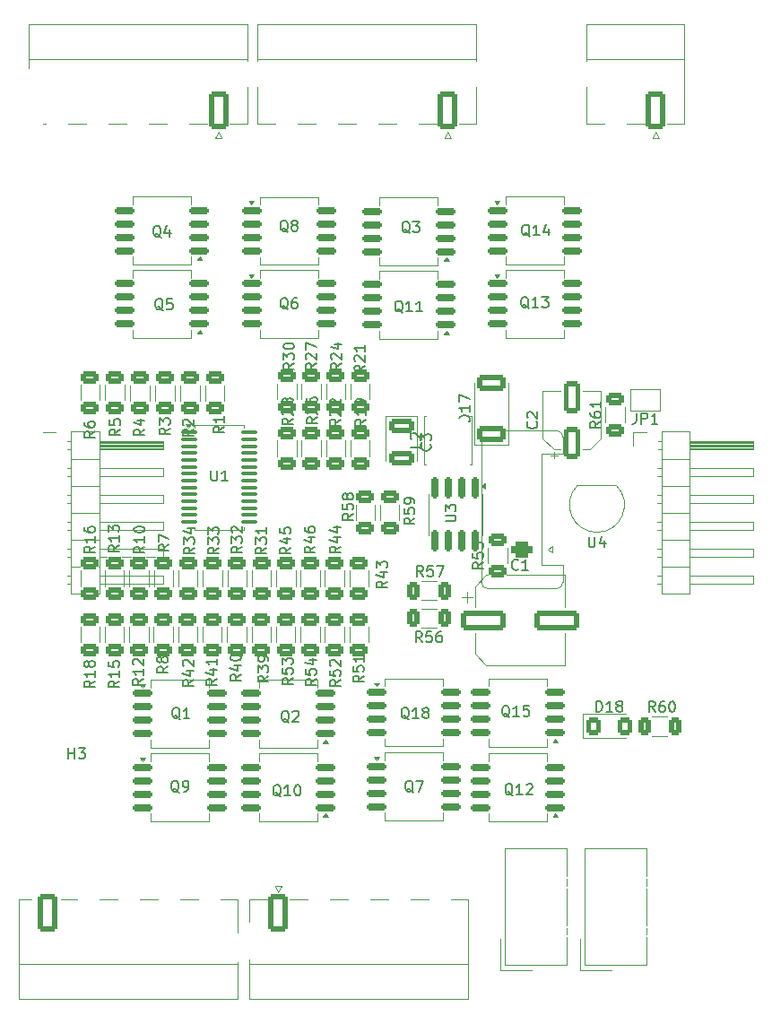
<source format=gto>
G04 #@! TF.GenerationSoftware,KiCad,Pcbnew,8.0.5*
G04 #@! TF.CreationDate,2024-10-29T22:07:05+01:00*
G04 #@! TF.ProjectId,pwm_i2c,70776d5f-6932-4632-9e6b-696361645f70,rev?*
G04 #@! TF.SameCoordinates,Original*
G04 #@! TF.FileFunction,Legend,Top*
G04 #@! TF.FilePolarity,Positive*
%FSLAX46Y46*%
G04 Gerber Fmt 4.6, Leading zero omitted, Abs format (unit mm)*
G04 Created by KiCad (PCBNEW 8.0.5) date 2024-10-29 22:07:05*
%MOMM*%
%LPD*%
G01*
G04 APERTURE LIST*
G04 Aperture macros list*
%AMRoundRect*
0 Rectangle with rounded corners*
0 $1 Rounding radius*
0 $2 $3 $4 $5 $6 $7 $8 $9 X,Y pos of 4 corners*
0 Add a 4 corners polygon primitive as box body*
4,1,4,$2,$3,$4,$5,$6,$7,$8,$9,$2,$3,0*
0 Add four circle primitives for the rounded corners*
1,1,$1+$1,$2,$3*
1,1,$1+$1,$4,$5*
1,1,$1+$1,$6,$7*
1,1,$1+$1,$8,$9*
0 Add four rect primitives between the rounded corners*
20,1,$1+$1,$2,$3,$4,$5,0*
20,1,$1+$1,$4,$5,$6,$7,0*
20,1,$1+$1,$6,$7,$8,$9,0*
20,1,$1+$1,$8,$9,$2,$3,0*%
%AMFreePoly0*
4,1,6,1.000000,0.000000,0.500000,-0.750000,-0.500000,-0.750000,-0.500000,0.750000,0.500000,0.750000,1.000000,0.000000,1.000000,0.000000,$1*%
%AMFreePoly1*
4,1,6,0.500000,-0.750000,-0.650000,-0.750000,-0.150000,0.000000,-0.650000,0.750000,0.500000,0.750000,0.500000,-0.750000,0.500000,-0.750000,$1*%
G04 Aperture macros list end*
%ADD10C,0.150000*%
%ADD11C,0.120000*%
%ADD12C,2.500000*%
%ADD13C,2.400000*%
%ADD14C,0.100000*%
%ADD15RoundRect,0.150000X-0.800000X-0.150000X0.800000X-0.150000X0.800000X0.150000X-0.800000X0.150000X0*%
%ADD16RoundRect,0.250000X-0.625000X0.312500X-0.625000X-0.312500X0.625000X-0.312500X0.625000X0.312500X0*%
%ADD17R,1.524000X1.524000*%
%ADD18C,1.524000*%
%ADD19RoundRect,0.250000X1.100000X-0.500000X1.100000X0.500000X-1.100000X0.500000X-1.100000X-0.500000X0*%
%ADD20FreePoly0,180.000000*%
%ADD21FreePoly1,180.000000*%
%ADD22R,1.700000X1.700000*%
%ADD23O,1.700000X1.700000*%
%ADD24RoundRect,0.250000X0.650000X1.550000X-0.650000X1.550000X-0.650000X-1.550000X0.650000X-1.550000X0*%
%ADD25O,1.800000X3.600000*%
%ADD26RoundRect,0.250000X0.625000X-0.312500X0.625000X0.312500X-0.625000X0.312500X-0.625000X-0.312500X0*%
%ADD27RoundRect,0.250000X0.312500X0.625000X-0.312500X0.625000X-0.312500X-0.625000X0.312500X-0.625000X0*%
%ADD28RoundRect,0.100000X-0.637500X-0.100000X0.637500X-0.100000X0.637500X0.100000X-0.637500X0.100000X0*%
%ADD29RoundRect,0.250000X-0.650000X-1.550000X0.650000X-1.550000X0.650000X1.550000X-0.650000X1.550000X0*%
%ADD30C,3.200000*%
%ADD31RoundRect,0.150000X0.800000X0.150000X-0.800000X0.150000X-0.800000X-0.150000X0.800000X-0.150000X0*%
%ADD32RoundRect,0.150000X-0.150000X0.825000X-0.150000X-0.825000X0.150000X-0.825000X0.150000X0.825000X0*%
%ADD33RoundRect,0.250000X-0.925000X0.412500X-0.925000X-0.412500X0.925000X-0.412500X0.925000X0.412500X0*%
%ADD34RoundRect,0.250000X0.550000X-1.250000X0.550000X1.250000X-0.550000X1.250000X-0.550000X-1.250000X0*%
%ADD35R,3.700000X1.100000*%
%ADD36R,1.050000X1.500000*%
%ADD37O,1.050000X1.500000*%
%ADD38RoundRect,0.375000X0.625000X-0.375000X0.625000X0.375000X-0.625000X0.375000X-0.625000X-0.375000X0*%
%ADD39O,2.000000X1.500000*%
%ADD40RoundRect,0.250001X-0.462499X-0.624999X0.462499X-0.624999X0.462499X0.624999X-0.462499X0.624999X0*%
%ADD41RoundRect,0.250000X-1.825000X-0.700000X1.825000X-0.700000X1.825000X0.700000X-1.825000X0.700000X0*%
G04 APERTURE END LIST*
D10*
X77304761Y-39850057D02*
X77209523Y-39802438D01*
X77209523Y-39802438D02*
X77114285Y-39707200D01*
X77114285Y-39707200D02*
X76971428Y-39564342D01*
X76971428Y-39564342D02*
X76876190Y-39516723D01*
X76876190Y-39516723D02*
X76780952Y-39516723D01*
X76828571Y-39754819D02*
X76733333Y-39707200D01*
X76733333Y-39707200D02*
X76638095Y-39611961D01*
X76638095Y-39611961D02*
X76590476Y-39421485D01*
X76590476Y-39421485D02*
X76590476Y-39088152D01*
X76590476Y-39088152D02*
X76638095Y-38897676D01*
X76638095Y-38897676D02*
X76733333Y-38802438D01*
X76733333Y-38802438D02*
X76828571Y-38754819D01*
X76828571Y-38754819D02*
X77019047Y-38754819D01*
X77019047Y-38754819D02*
X77114285Y-38802438D01*
X77114285Y-38802438D02*
X77209523Y-38897676D01*
X77209523Y-38897676D02*
X77257142Y-39088152D01*
X77257142Y-39088152D02*
X77257142Y-39421485D01*
X77257142Y-39421485D02*
X77209523Y-39611961D01*
X77209523Y-39611961D02*
X77114285Y-39707200D01*
X77114285Y-39707200D02*
X77019047Y-39754819D01*
X77019047Y-39754819D02*
X76828571Y-39754819D01*
X77828571Y-39183390D02*
X77733333Y-39135771D01*
X77733333Y-39135771D02*
X77685714Y-39088152D01*
X77685714Y-39088152D02*
X77638095Y-38992914D01*
X77638095Y-38992914D02*
X77638095Y-38945295D01*
X77638095Y-38945295D02*
X77685714Y-38850057D01*
X77685714Y-38850057D02*
X77733333Y-38802438D01*
X77733333Y-38802438D02*
X77828571Y-38754819D01*
X77828571Y-38754819D02*
X78019047Y-38754819D01*
X78019047Y-38754819D02*
X78114285Y-38802438D01*
X78114285Y-38802438D02*
X78161904Y-38850057D01*
X78161904Y-38850057D02*
X78209523Y-38945295D01*
X78209523Y-38945295D02*
X78209523Y-38992914D01*
X78209523Y-38992914D02*
X78161904Y-39088152D01*
X78161904Y-39088152D02*
X78114285Y-39135771D01*
X78114285Y-39135771D02*
X78019047Y-39183390D01*
X78019047Y-39183390D02*
X77828571Y-39183390D01*
X77828571Y-39183390D02*
X77733333Y-39231009D01*
X77733333Y-39231009D02*
X77685714Y-39278628D01*
X77685714Y-39278628D02*
X77638095Y-39373866D01*
X77638095Y-39373866D02*
X77638095Y-39564342D01*
X77638095Y-39564342D02*
X77685714Y-39659580D01*
X77685714Y-39659580D02*
X77733333Y-39707200D01*
X77733333Y-39707200D02*
X77828571Y-39754819D01*
X77828571Y-39754819D02*
X78019047Y-39754819D01*
X78019047Y-39754819D02*
X78114285Y-39707200D01*
X78114285Y-39707200D02*
X78161904Y-39659580D01*
X78161904Y-39659580D02*
X78209523Y-39564342D01*
X78209523Y-39564342D02*
X78209523Y-39373866D01*
X78209523Y-39373866D02*
X78161904Y-39278628D01*
X78161904Y-39278628D02*
X78114285Y-39231009D01*
X78114285Y-39231009D02*
X78019047Y-39183390D01*
X66054819Y-69366666D02*
X65578628Y-69699999D01*
X66054819Y-69938094D02*
X65054819Y-69938094D01*
X65054819Y-69938094D02*
X65054819Y-69557142D01*
X65054819Y-69557142D02*
X65102438Y-69461904D01*
X65102438Y-69461904D02*
X65150057Y-69414285D01*
X65150057Y-69414285D02*
X65245295Y-69366666D01*
X65245295Y-69366666D02*
X65388152Y-69366666D01*
X65388152Y-69366666D02*
X65483390Y-69414285D01*
X65483390Y-69414285D02*
X65531009Y-69461904D01*
X65531009Y-69461904D02*
X65578628Y-69557142D01*
X65578628Y-69557142D02*
X65578628Y-69938094D01*
X65054819Y-69033332D02*
X65054819Y-68366666D01*
X65054819Y-68366666D02*
X66054819Y-68795237D01*
X100128571Y-40250057D02*
X100033333Y-40202438D01*
X100033333Y-40202438D02*
X99938095Y-40107200D01*
X99938095Y-40107200D02*
X99795238Y-39964342D01*
X99795238Y-39964342D02*
X99700000Y-39916723D01*
X99700000Y-39916723D02*
X99604762Y-39916723D01*
X99652381Y-40154819D02*
X99557143Y-40107200D01*
X99557143Y-40107200D02*
X99461905Y-40011961D01*
X99461905Y-40011961D02*
X99414286Y-39821485D01*
X99414286Y-39821485D02*
X99414286Y-39488152D01*
X99414286Y-39488152D02*
X99461905Y-39297676D01*
X99461905Y-39297676D02*
X99557143Y-39202438D01*
X99557143Y-39202438D02*
X99652381Y-39154819D01*
X99652381Y-39154819D02*
X99842857Y-39154819D01*
X99842857Y-39154819D02*
X99938095Y-39202438D01*
X99938095Y-39202438D02*
X100033333Y-39297676D01*
X100033333Y-39297676D02*
X100080952Y-39488152D01*
X100080952Y-39488152D02*
X100080952Y-39821485D01*
X100080952Y-39821485D02*
X100033333Y-40011961D01*
X100033333Y-40011961D02*
X99938095Y-40107200D01*
X99938095Y-40107200D02*
X99842857Y-40154819D01*
X99842857Y-40154819D02*
X99652381Y-40154819D01*
X101033333Y-40154819D02*
X100461905Y-40154819D01*
X100747619Y-40154819D02*
X100747619Y-39154819D01*
X100747619Y-39154819D02*
X100652381Y-39297676D01*
X100652381Y-39297676D02*
X100557143Y-39392914D01*
X100557143Y-39392914D02*
X100461905Y-39440533D01*
X101890476Y-39488152D02*
X101890476Y-40154819D01*
X101652381Y-39107200D02*
X101414286Y-39821485D01*
X101414286Y-39821485D02*
X102033333Y-39821485D01*
X68454819Y-69642857D02*
X67978628Y-69976190D01*
X68454819Y-70214285D02*
X67454819Y-70214285D01*
X67454819Y-70214285D02*
X67454819Y-69833333D01*
X67454819Y-69833333D02*
X67502438Y-69738095D01*
X67502438Y-69738095D02*
X67550057Y-69690476D01*
X67550057Y-69690476D02*
X67645295Y-69642857D01*
X67645295Y-69642857D02*
X67788152Y-69642857D01*
X67788152Y-69642857D02*
X67883390Y-69690476D01*
X67883390Y-69690476D02*
X67931009Y-69738095D01*
X67931009Y-69738095D02*
X67978628Y-69833333D01*
X67978628Y-69833333D02*
X67978628Y-70214285D01*
X67454819Y-69309523D02*
X67454819Y-68690476D01*
X67454819Y-68690476D02*
X67835771Y-69023809D01*
X67835771Y-69023809D02*
X67835771Y-68880952D01*
X67835771Y-68880952D02*
X67883390Y-68785714D01*
X67883390Y-68785714D02*
X67931009Y-68738095D01*
X67931009Y-68738095D02*
X68026247Y-68690476D01*
X68026247Y-68690476D02*
X68264342Y-68690476D01*
X68264342Y-68690476D02*
X68359580Y-68738095D01*
X68359580Y-68738095D02*
X68407200Y-68785714D01*
X68407200Y-68785714D02*
X68454819Y-68880952D01*
X68454819Y-68880952D02*
X68454819Y-69166666D01*
X68454819Y-69166666D02*
X68407200Y-69261904D01*
X68407200Y-69261904D02*
X68359580Y-69309523D01*
X67788152Y-67833333D02*
X68454819Y-67833333D01*
X67407200Y-68071428D02*
X68121485Y-68309523D01*
X68121485Y-68309523D02*
X68121485Y-67690476D01*
X77304761Y-47150057D02*
X77209523Y-47102438D01*
X77209523Y-47102438D02*
X77114285Y-47007200D01*
X77114285Y-47007200D02*
X76971428Y-46864342D01*
X76971428Y-46864342D02*
X76876190Y-46816723D01*
X76876190Y-46816723D02*
X76780952Y-46816723D01*
X76828571Y-47054819D02*
X76733333Y-47007200D01*
X76733333Y-47007200D02*
X76638095Y-46911961D01*
X76638095Y-46911961D02*
X76590476Y-46721485D01*
X76590476Y-46721485D02*
X76590476Y-46388152D01*
X76590476Y-46388152D02*
X76638095Y-46197676D01*
X76638095Y-46197676D02*
X76733333Y-46102438D01*
X76733333Y-46102438D02*
X76828571Y-46054819D01*
X76828571Y-46054819D02*
X77019047Y-46054819D01*
X77019047Y-46054819D02*
X77114285Y-46102438D01*
X77114285Y-46102438D02*
X77209523Y-46197676D01*
X77209523Y-46197676D02*
X77257142Y-46388152D01*
X77257142Y-46388152D02*
X77257142Y-46721485D01*
X77257142Y-46721485D02*
X77209523Y-46911961D01*
X77209523Y-46911961D02*
X77114285Y-47007200D01*
X77114285Y-47007200D02*
X77019047Y-47054819D01*
X77019047Y-47054819D02*
X76828571Y-47054819D01*
X78114285Y-46054819D02*
X77923809Y-46054819D01*
X77923809Y-46054819D02*
X77828571Y-46102438D01*
X77828571Y-46102438D02*
X77780952Y-46150057D01*
X77780952Y-46150057D02*
X77685714Y-46292914D01*
X77685714Y-46292914D02*
X77638095Y-46483390D01*
X77638095Y-46483390D02*
X77638095Y-46864342D01*
X77638095Y-46864342D02*
X77685714Y-46959580D01*
X77685714Y-46959580D02*
X77733333Y-47007200D01*
X77733333Y-47007200D02*
X77828571Y-47054819D01*
X77828571Y-47054819D02*
X78019047Y-47054819D01*
X78019047Y-47054819D02*
X78114285Y-47007200D01*
X78114285Y-47007200D02*
X78161904Y-46959580D01*
X78161904Y-46959580D02*
X78209523Y-46864342D01*
X78209523Y-46864342D02*
X78209523Y-46626247D01*
X78209523Y-46626247D02*
X78161904Y-46531009D01*
X78161904Y-46531009D02*
X78114285Y-46483390D01*
X78114285Y-46483390D02*
X78019047Y-46435771D01*
X78019047Y-46435771D02*
X77828571Y-46435771D01*
X77828571Y-46435771D02*
X77733333Y-46483390D01*
X77733333Y-46483390D02*
X77685714Y-46531009D01*
X77685714Y-46531009D02*
X77638095Y-46626247D01*
X77754819Y-81942857D02*
X77278628Y-82276190D01*
X77754819Y-82514285D02*
X76754819Y-82514285D01*
X76754819Y-82514285D02*
X76754819Y-82133333D01*
X76754819Y-82133333D02*
X76802438Y-82038095D01*
X76802438Y-82038095D02*
X76850057Y-81990476D01*
X76850057Y-81990476D02*
X76945295Y-81942857D01*
X76945295Y-81942857D02*
X77088152Y-81942857D01*
X77088152Y-81942857D02*
X77183390Y-81990476D01*
X77183390Y-81990476D02*
X77231009Y-82038095D01*
X77231009Y-82038095D02*
X77278628Y-82133333D01*
X77278628Y-82133333D02*
X77278628Y-82514285D01*
X76754819Y-81038095D02*
X76754819Y-81514285D01*
X76754819Y-81514285D02*
X77231009Y-81561904D01*
X77231009Y-81561904D02*
X77183390Y-81514285D01*
X77183390Y-81514285D02*
X77135771Y-81419047D01*
X77135771Y-81419047D02*
X77135771Y-81180952D01*
X77135771Y-81180952D02*
X77183390Y-81085714D01*
X77183390Y-81085714D02*
X77231009Y-81038095D01*
X77231009Y-81038095D02*
X77326247Y-80990476D01*
X77326247Y-80990476D02*
X77564342Y-80990476D01*
X77564342Y-80990476D02*
X77659580Y-81038095D01*
X77659580Y-81038095D02*
X77707200Y-81085714D01*
X77707200Y-81085714D02*
X77754819Y-81180952D01*
X77754819Y-81180952D02*
X77754819Y-81419047D01*
X77754819Y-81419047D02*
X77707200Y-81514285D01*
X77707200Y-81514285D02*
X77659580Y-81561904D01*
X76754819Y-80657142D02*
X76754819Y-80038095D01*
X76754819Y-80038095D02*
X77135771Y-80371428D01*
X77135771Y-80371428D02*
X77135771Y-80228571D01*
X77135771Y-80228571D02*
X77183390Y-80133333D01*
X77183390Y-80133333D02*
X77231009Y-80085714D01*
X77231009Y-80085714D02*
X77326247Y-80038095D01*
X77326247Y-80038095D02*
X77564342Y-80038095D01*
X77564342Y-80038095D02*
X77659580Y-80085714D01*
X77659580Y-80085714D02*
X77707200Y-80133333D01*
X77707200Y-80133333D02*
X77754819Y-80228571D01*
X77754819Y-80228571D02*
X77754819Y-80514285D01*
X77754819Y-80514285D02*
X77707200Y-80609523D01*
X77707200Y-80609523D02*
X77659580Y-80657142D01*
X79954819Y-82042857D02*
X79478628Y-82376190D01*
X79954819Y-82614285D02*
X78954819Y-82614285D01*
X78954819Y-82614285D02*
X78954819Y-82233333D01*
X78954819Y-82233333D02*
X79002438Y-82138095D01*
X79002438Y-82138095D02*
X79050057Y-82090476D01*
X79050057Y-82090476D02*
X79145295Y-82042857D01*
X79145295Y-82042857D02*
X79288152Y-82042857D01*
X79288152Y-82042857D02*
X79383390Y-82090476D01*
X79383390Y-82090476D02*
X79431009Y-82138095D01*
X79431009Y-82138095D02*
X79478628Y-82233333D01*
X79478628Y-82233333D02*
X79478628Y-82614285D01*
X78954819Y-81138095D02*
X78954819Y-81614285D01*
X78954819Y-81614285D02*
X79431009Y-81661904D01*
X79431009Y-81661904D02*
X79383390Y-81614285D01*
X79383390Y-81614285D02*
X79335771Y-81519047D01*
X79335771Y-81519047D02*
X79335771Y-81280952D01*
X79335771Y-81280952D02*
X79383390Y-81185714D01*
X79383390Y-81185714D02*
X79431009Y-81138095D01*
X79431009Y-81138095D02*
X79526247Y-81090476D01*
X79526247Y-81090476D02*
X79764342Y-81090476D01*
X79764342Y-81090476D02*
X79859580Y-81138095D01*
X79859580Y-81138095D02*
X79907200Y-81185714D01*
X79907200Y-81185714D02*
X79954819Y-81280952D01*
X79954819Y-81280952D02*
X79954819Y-81519047D01*
X79954819Y-81519047D02*
X79907200Y-81614285D01*
X79907200Y-81614285D02*
X79859580Y-81661904D01*
X79288152Y-80233333D02*
X79954819Y-80233333D01*
X78907200Y-80471428D02*
X79621485Y-80709523D01*
X79621485Y-80709523D02*
X79621485Y-80090476D01*
X89254819Y-66842857D02*
X88778628Y-67176190D01*
X89254819Y-67414285D02*
X88254819Y-67414285D01*
X88254819Y-67414285D02*
X88254819Y-67033333D01*
X88254819Y-67033333D02*
X88302438Y-66938095D01*
X88302438Y-66938095D02*
X88350057Y-66890476D01*
X88350057Y-66890476D02*
X88445295Y-66842857D01*
X88445295Y-66842857D02*
X88588152Y-66842857D01*
X88588152Y-66842857D02*
X88683390Y-66890476D01*
X88683390Y-66890476D02*
X88731009Y-66938095D01*
X88731009Y-66938095D02*
X88778628Y-67033333D01*
X88778628Y-67033333D02*
X88778628Y-67414285D01*
X88254819Y-65938095D02*
X88254819Y-66414285D01*
X88254819Y-66414285D02*
X88731009Y-66461904D01*
X88731009Y-66461904D02*
X88683390Y-66414285D01*
X88683390Y-66414285D02*
X88635771Y-66319047D01*
X88635771Y-66319047D02*
X88635771Y-66080952D01*
X88635771Y-66080952D02*
X88683390Y-65985714D01*
X88683390Y-65985714D02*
X88731009Y-65938095D01*
X88731009Y-65938095D02*
X88826247Y-65890476D01*
X88826247Y-65890476D02*
X89064342Y-65890476D01*
X89064342Y-65890476D02*
X89159580Y-65938095D01*
X89159580Y-65938095D02*
X89207200Y-65985714D01*
X89207200Y-65985714D02*
X89254819Y-66080952D01*
X89254819Y-66080952D02*
X89254819Y-66319047D01*
X89254819Y-66319047D02*
X89207200Y-66414285D01*
X89207200Y-66414285D02*
X89159580Y-66461904D01*
X89254819Y-65414285D02*
X89254819Y-65223809D01*
X89254819Y-65223809D02*
X89207200Y-65128571D01*
X89207200Y-65128571D02*
X89159580Y-65080952D01*
X89159580Y-65080952D02*
X89016723Y-64985714D01*
X89016723Y-64985714D02*
X88826247Y-64938095D01*
X88826247Y-64938095D02*
X88445295Y-64938095D01*
X88445295Y-64938095D02*
X88350057Y-64985714D01*
X88350057Y-64985714D02*
X88302438Y-65033333D01*
X88302438Y-65033333D02*
X88254819Y-65128571D01*
X88254819Y-65128571D02*
X88254819Y-65319047D01*
X88254819Y-65319047D02*
X88302438Y-65414285D01*
X88302438Y-65414285D02*
X88350057Y-65461904D01*
X88350057Y-65461904D02*
X88445295Y-65509523D01*
X88445295Y-65509523D02*
X88683390Y-65509523D01*
X88683390Y-65509523D02*
X88778628Y-65461904D01*
X88778628Y-65461904D02*
X88826247Y-65414285D01*
X88826247Y-65414285D02*
X88873866Y-65319047D01*
X88873866Y-65319047D02*
X88873866Y-65128571D01*
X88873866Y-65128571D02*
X88826247Y-65033333D01*
X88826247Y-65033333D02*
X88778628Y-64985714D01*
X88778628Y-64985714D02*
X88683390Y-64938095D01*
X61354819Y-82242857D02*
X60878628Y-82576190D01*
X61354819Y-82814285D02*
X60354819Y-82814285D01*
X60354819Y-82814285D02*
X60354819Y-82433333D01*
X60354819Y-82433333D02*
X60402438Y-82338095D01*
X60402438Y-82338095D02*
X60450057Y-82290476D01*
X60450057Y-82290476D02*
X60545295Y-82242857D01*
X60545295Y-82242857D02*
X60688152Y-82242857D01*
X60688152Y-82242857D02*
X60783390Y-82290476D01*
X60783390Y-82290476D02*
X60831009Y-82338095D01*
X60831009Y-82338095D02*
X60878628Y-82433333D01*
X60878628Y-82433333D02*
X60878628Y-82814285D01*
X61354819Y-81290476D02*
X61354819Y-81861904D01*
X61354819Y-81576190D02*
X60354819Y-81576190D01*
X60354819Y-81576190D02*
X60497676Y-81671428D01*
X60497676Y-81671428D02*
X60592914Y-81766666D01*
X60592914Y-81766666D02*
X60640533Y-81861904D01*
X60354819Y-80385714D02*
X60354819Y-80861904D01*
X60354819Y-80861904D02*
X60831009Y-80909523D01*
X60831009Y-80909523D02*
X60783390Y-80861904D01*
X60783390Y-80861904D02*
X60735771Y-80766666D01*
X60735771Y-80766666D02*
X60735771Y-80528571D01*
X60735771Y-80528571D02*
X60783390Y-80433333D01*
X60783390Y-80433333D02*
X60831009Y-80385714D01*
X60831009Y-80385714D02*
X60926247Y-80338095D01*
X60926247Y-80338095D02*
X61164342Y-80338095D01*
X61164342Y-80338095D02*
X61259580Y-80385714D01*
X61259580Y-80385714D02*
X61307200Y-80433333D01*
X61307200Y-80433333D02*
X61354819Y-80528571D01*
X61354819Y-80528571D02*
X61354819Y-80766666D01*
X61354819Y-80766666D02*
X61307200Y-80861904D01*
X61307200Y-80861904D02*
X61259580Y-80909523D01*
X61454819Y-58466666D02*
X60978628Y-58799999D01*
X61454819Y-59038094D02*
X60454819Y-59038094D01*
X60454819Y-59038094D02*
X60454819Y-58657142D01*
X60454819Y-58657142D02*
X60502438Y-58561904D01*
X60502438Y-58561904D02*
X60550057Y-58514285D01*
X60550057Y-58514285D02*
X60645295Y-58466666D01*
X60645295Y-58466666D02*
X60788152Y-58466666D01*
X60788152Y-58466666D02*
X60883390Y-58514285D01*
X60883390Y-58514285D02*
X60931009Y-58561904D01*
X60931009Y-58561904D02*
X60978628Y-58657142D01*
X60978628Y-58657142D02*
X60978628Y-59038094D01*
X60454819Y-57561904D02*
X60454819Y-58038094D01*
X60454819Y-58038094D02*
X60931009Y-58085713D01*
X60931009Y-58085713D02*
X60883390Y-58038094D01*
X60883390Y-58038094D02*
X60835771Y-57942856D01*
X60835771Y-57942856D02*
X60835771Y-57704761D01*
X60835771Y-57704761D02*
X60883390Y-57609523D01*
X60883390Y-57609523D02*
X60931009Y-57561904D01*
X60931009Y-57561904D02*
X61026247Y-57514285D01*
X61026247Y-57514285D02*
X61264342Y-57514285D01*
X61264342Y-57514285D02*
X61359580Y-57561904D01*
X61359580Y-57561904D02*
X61407200Y-57609523D01*
X61407200Y-57609523D02*
X61454819Y-57704761D01*
X61454819Y-57704761D02*
X61454819Y-57942856D01*
X61454819Y-57942856D02*
X61407200Y-58038094D01*
X61407200Y-58038094D02*
X61359580Y-58085713D01*
X94454819Y-57714285D02*
X93454819Y-57714285D01*
X93454819Y-57714285D02*
X93454819Y-57476190D01*
X93454819Y-57476190D02*
X93502438Y-57333333D01*
X93502438Y-57333333D02*
X93597676Y-57238095D01*
X93597676Y-57238095D02*
X93692914Y-57190476D01*
X93692914Y-57190476D02*
X93883390Y-57142857D01*
X93883390Y-57142857D02*
X94026247Y-57142857D01*
X94026247Y-57142857D02*
X94216723Y-57190476D01*
X94216723Y-57190476D02*
X94311961Y-57238095D01*
X94311961Y-57238095D02*
X94407200Y-57333333D01*
X94407200Y-57333333D02*
X94454819Y-57476190D01*
X94454819Y-57476190D02*
X94454819Y-57714285D01*
X94454819Y-56190476D02*
X94454819Y-56761904D01*
X94454819Y-56476190D02*
X93454819Y-56476190D01*
X93454819Y-56476190D02*
X93597676Y-56571428D01*
X93597676Y-56571428D02*
X93692914Y-56666666D01*
X93692914Y-56666666D02*
X93740533Y-56761904D01*
X93454819Y-55857142D02*
X93454819Y-55190476D01*
X93454819Y-55190476D02*
X94454819Y-55619047D01*
X110191666Y-56954819D02*
X110191666Y-57669104D01*
X110191666Y-57669104D02*
X110144047Y-57811961D01*
X110144047Y-57811961D02*
X110048809Y-57907200D01*
X110048809Y-57907200D02*
X109905952Y-57954819D01*
X109905952Y-57954819D02*
X109810714Y-57954819D01*
X110667857Y-57954819D02*
X110667857Y-56954819D01*
X110667857Y-56954819D02*
X111048809Y-56954819D01*
X111048809Y-56954819D02*
X111144047Y-57002438D01*
X111144047Y-57002438D02*
X111191666Y-57050057D01*
X111191666Y-57050057D02*
X111239285Y-57145295D01*
X111239285Y-57145295D02*
X111239285Y-57288152D01*
X111239285Y-57288152D02*
X111191666Y-57383390D01*
X111191666Y-57383390D02*
X111144047Y-57431009D01*
X111144047Y-57431009D02*
X111048809Y-57478628D01*
X111048809Y-57478628D02*
X110667857Y-57478628D01*
X112191666Y-57954819D02*
X111620238Y-57954819D01*
X111905952Y-57954819D02*
X111905952Y-56954819D01*
X111905952Y-56954819D02*
X111810714Y-57097676D01*
X111810714Y-57097676D02*
X111715476Y-57192914D01*
X111715476Y-57192914D02*
X111620238Y-57240533D01*
X70554819Y-82042857D02*
X70078628Y-82376190D01*
X70554819Y-82614285D02*
X69554819Y-82614285D01*
X69554819Y-82614285D02*
X69554819Y-82233333D01*
X69554819Y-82233333D02*
X69602438Y-82138095D01*
X69602438Y-82138095D02*
X69650057Y-82090476D01*
X69650057Y-82090476D02*
X69745295Y-82042857D01*
X69745295Y-82042857D02*
X69888152Y-82042857D01*
X69888152Y-82042857D02*
X69983390Y-82090476D01*
X69983390Y-82090476D02*
X70031009Y-82138095D01*
X70031009Y-82138095D02*
X70078628Y-82233333D01*
X70078628Y-82233333D02*
X70078628Y-82614285D01*
X69888152Y-81185714D02*
X70554819Y-81185714D01*
X69507200Y-81423809D02*
X70221485Y-81661904D01*
X70221485Y-81661904D02*
X70221485Y-81042857D01*
X70554819Y-80138095D02*
X70554819Y-80709523D01*
X70554819Y-80423809D02*
X69554819Y-80423809D01*
X69554819Y-80423809D02*
X69697676Y-80519047D01*
X69697676Y-80519047D02*
X69792914Y-80614285D01*
X69792914Y-80614285D02*
X69840533Y-80709523D01*
X63754819Y-69542857D02*
X63278628Y-69876190D01*
X63754819Y-70114285D02*
X62754819Y-70114285D01*
X62754819Y-70114285D02*
X62754819Y-69733333D01*
X62754819Y-69733333D02*
X62802438Y-69638095D01*
X62802438Y-69638095D02*
X62850057Y-69590476D01*
X62850057Y-69590476D02*
X62945295Y-69542857D01*
X62945295Y-69542857D02*
X63088152Y-69542857D01*
X63088152Y-69542857D02*
X63183390Y-69590476D01*
X63183390Y-69590476D02*
X63231009Y-69638095D01*
X63231009Y-69638095D02*
X63278628Y-69733333D01*
X63278628Y-69733333D02*
X63278628Y-70114285D01*
X63754819Y-68590476D02*
X63754819Y-69161904D01*
X63754819Y-68876190D02*
X62754819Y-68876190D01*
X62754819Y-68876190D02*
X62897676Y-68971428D01*
X62897676Y-68971428D02*
X62992914Y-69066666D01*
X62992914Y-69066666D02*
X63040533Y-69161904D01*
X62754819Y-67971428D02*
X62754819Y-67876190D01*
X62754819Y-67876190D02*
X62802438Y-67780952D01*
X62802438Y-67780952D02*
X62850057Y-67733333D01*
X62850057Y-67733333D02*
X62945295Y-67685714D01*
X62945295Y-67685714D02*
X63135771Y-67638095D01*
X63135771Y-67638095D02*
X63373866Y-67638095D01*
X63373866Y-67638095D02*
X63564342Y-67685714D01*
X63564342Y-67685714D02*
X63659580Y-67733333D01*
X63659580Y-67733333D02*
X63707200Y-67780952D01*
X63707200Y-67780952D02*
X63754819Y-67876190D01*
X63754819Y-67876190D02*
X63754819Y-67971428D01*
X63754819Y-67971428D02*
X63707200Y-68066666D01*
X63707200Y-68066666D02*
X63659580Y-68114285D01*
X63659580Y-68114285D02*
X63564342Y-68161904D01*
X63564342Y-68161904D02*
X63373866Y-68209523D01*
X63373866Y-68209523D02*
X63135771Y-68209523D01*
X63135771Y-68209523D02*
X62945295Y-68161904D01*
X62945295Y-68161904D02*
X62850057Y-68114285D01*
X62850057Y-68114285D02*
X62802438Y-68066666D01*
X62802438Y-68066666D02*
X62754819Y-67971428D01*
X89104761Y-92750057D02*
X89009523Y-92702438D01*
X89009523Y-92702438D02*
X88914285Y-92607200D01*
X88914285Y-92607200D02*
X88771428Y-92464342D01*
X88771428Y-92464342D02*
X88676190Y-92416723D01*
X88676190Y-92416723D02*
X88580952Y-92416723D01*
X88628571Y-92654819D02*
X88533333Y-92607200D01*
X88533333Y-92607200D02*
X88438095Y-92511961D01*
X88438095Y-92511961D02*
X88390476Y-92321485D01*
X88390476Y-92321485D02*
X88390476Y-91988152D01*
X88390476Y-91988152D02*
X88438095Y-91797676D01*
X88438095Y-91797676D02*
X88533333Y-91702438D01*
X88533333Y-91702438D02*
X88628571Y-91654819D01*
X88628571Y-91654819D02*
X88819047Y-91654819D01*
X88819047Y-91654819D02*
X88914285Y-91702438D01*
X88914285Y-91702438D02*
X89009523Y-91797676D01*
X89009523Y-91797676D02*
X89057142Y-91988152D01*
X89057142Y-91988152D02*
X89057142Y-92321485D01*
X89057142Y-92321485D02*
X89009523Y-92511961D01*
X89009523Y-92511961D02*
X88914285Y-92607200D01*
X88914285Y-92607200D02*
X88819047Y-92654819D01*
X88819047Y-92654819D02*
X88628571Y-92654819D01*
X89390476Y-91654819D02*
X90057142Y-91654819D01*
X90057142Y-91654819D02*
X89628571Y-92654819D01*
X68354819Y-82142857D02*
X67878628Y-82476190D01*
X68354819Y-82714285D02*
X67354819Y-82714285D01*
X67354819Y-82714285D02*
X67354819Y-82333333D01*
X67354819Y-82333333D02*
X67402438Y-82238095D01*
X67402438Y-82238095D02*
X67450057Y-82190476D01*
X67450057Y-82190476D02*
X67545295Y-82142857D01*
X67545295Y-82142857D02*
X67688152Y-82142857D01*
X67688152Y-82142857D02*
X67783390Y-82190476D01*
X67783390Y-82190476D02*
X67831009Y-82238095D01*
X67831009Y-82238095D02*
X67878628Y-82333333D01*
X67878628Y-82333333D02*
X67878628Y-82714285D01*
X67688152Y-81285714D02*
X68354819Y-81285714D01*
X67307200Y-81523809D02*
X68021485Y-81761904D01*
X68021485Y-81761904D02*
X68021485Y-81142857D01*
X67450057Y-80809523D02*
X67402438Y-80761904D01*
X67402438Y-80761904D02*
X67354819Y-80666666D01*
X67354819Y-80666666D02*
X67354819Y-80428571D01*
X67354819Y-80428571D02*
X67402438Y-80333333D01*
X67402438Y-80333333D02*
X67450057Y-80285714D01*
X67450057Y-80285714D02*
X67545295Y-80238095D01*
X67545295Y-80238095D02*
X67640533Y-80238095D01*
X67640533Y-80238095D02*
X67783390Y-80285714D01*
X67783390Y-80285714D02*
X68354819Y-80857142D01*
X68354819Y-80857142D02*
X68354819Y-80238095D01*
X82254819Y-82142857D02*
X81778628Y-82476190D01*
X82254819Y-82714285D02*
X81254819Y-82714285D01*
X81254819Y-82714285D02*
X81254819Y-82333333D01*
X81254819Y-82333333D02*
X81302438Y-82238095D01*
X81302438Y-82238095D02*
X81350057Y-82190476D01*
X81350057Y-82190476D02*
X81445295Y-82142857D01*
X81445295Y-82142857D02*
X81588152Y-82142857D01*
X81588152Y-82142857D02*
X81683390Y-82190476D01*
X81683390Y-82190476D02*
X81731009Y-82238095D01*
X81731009Y-82238095D02*
X81778628Y-82333333D01*
X81778628Y-82333333D02*
X81778628Y-82714285D01*
X81254819Y-81238095D02*
X81254819Y-81714285D01*
X81254819Y-81714285D02*
X81731009Y-81761904D01*
X81731009Y-81761904D02*
X81683390Y-81714285D01*
X81683390Y-81714285D02*
X81635771Y-81619047D01*
X81635771Y-81619047D02*
X81635771Y-81380952D01*
X81635771Y-81380952D02*
X81683390Y-81285714D01*
X81683390Y-81285714D02*
X81731009Y-81238095D01*
X81731009Y-81238095D02*
X81826247Y-81190476D01*
X81826247Y-81190476D02*
X82064342Y-81190476D01*
X82064342Y-81190476D02*
X82159580Y-81238095D01*
X82159580Y-81238095D02*
X82207200Y-81285714D01*
X82207200Y-81285714D02*
X82254819Y-81380952D01*
X82254819Y-81380952D02*
X82254819Y-81619047D01*
X82254819Y-81619047D02*
X82207200Y-81714285D01*
X82207200Y-81714285D02*
X82159580Y-81761904D01*
X81350057Y-80809523D02*
X81302438Y-80761904D01*
X81302438Y-80761904D02*
X81254819Y-80666666D01*
X81254819Y-80666666D02*
X81254819Y-80428571D01*
X81254819Y-80428571D02*
X81302438Y-80333333D01*
X81302438Y-80333333D02*
X81350057Y-80285714D01*
X81350057Y-80285714D02*
X81445295Y-80238095D01*
X81445295Y-80238095D02*
X81540533Y-80238095D01*
X81540533Y-80238095D02*
X81683390Y-80285714D01*
X81683390Y-80285714D02*
X82254819Y-80857142D01*
X82254819Y-80857142D02*
X82254819Y-80238095D01*
X77854819Y-52242857D02*
X77378628Y-52576190D01*
X77854819Y-52814285D02*
X76854819Y-52814285D01*
X76854819Y-52814285D02*
X76854819Y-52433333D01*
X76854819Y-52433333D02*
X76902438Y-52338095D01*
X76902438Y-52338095D02*
X76950057Y-52290476D01*
X76950057Y-52290476D02*
X77045295Y-52242857D01*
X77045295Y-52242857D02*
X77188152Y-52242857D01*
X77188152Y-52242857D02*
X77283390Y-52290476D01*
X77283390Y-52290476D02*
X77331009Y-52338095D01*
X77331009Y-52338095D02*
X77378628Y-52433333D01*
X77378628Y-52433333D02*
X77378628Y-52814285D01*
X76854819Y-51909523D02*
X76854819Y-51290476D01*
X76854819Y-51290476D02*
X77235771Y-51623809D01*
X77235771Y-51623809D02*
X77235771Y-51480952D01*
X77235771Y-51480952D02*
X77283390Y-51385714D01*
X77283390Y-51385714D02*
X77331009Y-51338095D01*
X77331009Y-51338095D02*
X77426247Y-51290476D01*
X77426247Y-51290476D02*
X77664342Y-51290476D01*
X77664342Y-51290476D02*
X77759580Y-51338095D01*
X77759580Y-51338095D02*
X77807200Y-51385714D01*
X77807200Y-51385714D02*
X77854819Y-51480952D01*
X77854819Y-51480952D02*
X77854819Y-51766666D01*
X77854819Y-51766666D02*
X77807200Y-51861904D01*
X77807200Y-51861904D02*
X77759580Y-51909523D01*
X76854819Y-50671428D02*
X76854819Y-50576190D01*
X76854819Y-50576190D02*
X76902438Y-50480952D01*
X76902438Y-50480952D02*
X76950057Y-50433333D01*
X76950057Y-50433333D02*
X77045295Y-50385714D01*
X77045295Y-50385714D02*
X77235771Y-50338095D01*
X77235771Y-50338095D02*
X77473866Y-50338095D01*
X77473866Y-50338095D02*
X77664342Y-50385714D01*
X77664342Y-50385714D02*
X77759580Y-50433333D01*
X77759580Y-50433333D02*
X77807200Y-50480952D01*
X77807200Y-50480952D02*
X77854819Y-50576190D01*
X77854819Y-50576190D02*
X77854819Y-50671428D01*
X77854819Y-50671428D02*
X77807200Y-50766666D01*
X77807200Y-50766666D02*
X77759580Y-50814285D01*
X77759580Y-50814285D02*
X77664342Y-50861904D01*
X77664342Y-50861904D02*
X77473866Y-50909523D01*
X77473866Y-50909523D02*
X77235771Y-50909523D01*
X77235771Y-50909523D02*
X77045295Y-50861904D01*
X77045295Y-50861904D02*
X76950057Y-50814285D01*
X76950057Y-50814285D02*
X76902438Y-50766666D01*
X76902438Y-50766666D02*
X76854819Y-50671428D01*
X82254819Y-69542857D02*
X81778628Y-69876190D01*
X82254819Y-70114285D02*
X81254819Y-70114285D01*
X81254819Y-70114285D02*
X81254819Y-69733333D01*
X81254819Y-69733333D02*
X81302438Y-69638095D01*
X81302438Y-69638095D02*
X81350057Y-69590476D01*
X81350057Y-69590476D02*
X81445295Y-69542857D01*
X81445295Y-69542857D02*
X81588152Y-69542857D01*
X81588152Y-69542857D02*
X81683390Y-69590476D01*
X81683390Y-69590476D02*
X81731009Y-69638095D01*
X81731009Y-69638095D02*
X81778628Y-69733333D01*
X81778628Y-69733333D02*
X81778628Y-70114285D01*
X81588152Y-68685714D02*
X82254819Y-68685714D01*
X81207200Y-68923809D02*
X81921485Y-69161904D01*
X81921485Y-69161904D02*
X81921485Y-68542857D01*
X81588152Y-67733333D02*
X82254819Y-67733333D01*
X81207200Y-67971428D02*
X81921485Y-68209523D01*
X81921485Y-68209523D02*
X81921485Y-67590476D01*
X63654819Y-82042857D02*
X63178628Y-82376190D01*
X63654819Y-82614285D02*
X62654819Y-82614285D01*
X62654819Y-82614285D02*
X62654819Y-82233333D01*
X62654819Y-82233333D02*
X62702438Y-82138095D01*
X62702438Y-82138095D02*
X62750057Y-82090476D01*
X62750057Y-82090476D02*
X62845295Y-82042857D01*
X62845295Y-82042857D02*
X62988152Y-82042857D01*
X62988152Y-82042857D02*
X63083390Y-82090476D01*
X63083390Y-82090476D02*
X63131009Y-82138095D01*
X63131009Y-82138095D02*
X63178628Y-82233333D01*
X63178628Y-82233333D02*
X63178628Y-82614285D01*
X63654819Y-81090476D02*
X63654819Y-81661904D01*
X63654819Y-81376190D02*
X62654819Y-81376190D01*
X62654819Y-81376190D02*
X62797676Y-81471428D01*
X62797676Y-81471428D02*
X62892914Y-81566666D01*
X62892914Y-81566666D02*
X62940533Y-81661904D01*
X62750057Y-80709523D02*
X62702438Y-80661904D01*
X62702438Y-80661904D02*
X62654819Y-80566666D01*
X62654819Y-80566666D02*
X62654819Y-80328571D01*
X62654819Y-80328571D02*
X62702438Y-80233333D01*
X62702438Y-80233333D02*
X62750057Y-80185714D01*
X62750057Y-80185714D02*
X62845295Y-80138095D01*
X62845295Y-80138095D02*
X62940533Y-80138095D01*
X62940533Y-80138095D02*
X63083390Y-80185714D01*
X63083390Y-80185714D02*
X63654819Y-80757142D01*
X63654819Y-80757142D02*
X63654819Y-80138095D01*
X90057142Y-72354819D02*
X89723809Y-71878628D01*
X89485714Y-72354819D02*
X89485714Y-71354819D01*
X89485714Y-71354819D02*
X89866666Y-71354819D01*
X89866666Y-71354819D02*
X89961904Y-71402438D01*
X89961904Y-71402438D02*
X90009523Y-71450057D01*
X90009523Y-71450057D02*
X90057142Y-71545295D01*
X90057142Y-71545295D02*
X90057142Y-71688152D01*
X90057142Y-71688152D02*
X90009523Y-71783390D01*
X90009523Y-71783390D02*
X89961904Y-71831009D01*
X89961904Y-71831009D02*
X89866666Y-71878628D01*
X89866666Y-71878628D02*
X89485714Y-71878628D01*
X90961904Y-71354819D02*
X90485714Y-71354819D01*
X90485714Y-71354819D02*
X90438095Y-71831009D01*
X90438095Y-71831009D02*
X90485714Y-71783390D01*
X90485714Y-71783390D02*
X90580952Y-71735771D01*
X90580952Y-71735771D02*
X90819047Y-71735771D01*
X90819047Y-71735771D02*
X90914285Y-71783390D01*
X90914285Y-71783390D02*
X90961904Y-71831009D01*
X90961904Y-71831009D02*
X91009523Y-71926247D01*
X91009523Y-71926247D02*
X91009523Y-72164342D01*
X91009523Y-72164342D02*
X90961904Y-72259580D01*
X90961904Y-72259580D02*
X90914285Y-72307200D01*
X90914285Y-72307200D02*
X90819047Y-72354819D01*
X90819047Y-72354819D02*
X90580952Y-72354819D01*
X90580952Y-72354819D02*
X90485714Y-72307200D01*
X90485714Y-72307200D02*
X90438095Y-72259580D01*
X91342857Y-71354819D02*
X92009523Y-71354819D01*
X92009523Y-71354819D02*
X91580952Y-72354819D01*
X70038095Y-62354819D02*
X70038095Y-63164342D01*
X70038095Y-63164342D02*
X70085714Y-63259580D01*
X70085714Y-63259580D02*
X70133333Y-63307200D01*
X70133333Y-63307200D02*
X70228571Y-63354819D01*
X70228571Y-63354819D02*
X70419047Y-63354819D01*
X70419047Y-63354819D02*
X70514285Y-63307200D01*
X70514285Y-63307200D02*
X70561904Y-63259580D01*
X70561904Y-63259580D02*
X70609523Y-63164342D01*
X70609523Y-63164342D02*
X70609523Y-62354819D01*
X71609523Y-63354819D02*
X71038095Y-63354819D01*
X71323809Y-63354819D02*
X71323809Y-62354819D01*
X71323809Y-62354819D02*
X71228571Y-62497676D01*
X71228571Y-62497676D02*
X71133333Y-62592914D01*
X71133333Y-62592914D02*
X71038095Y-62640533D01*
X66154819Y-58366666D02*
X65678628Y-58699999D01*
X66154819Y-58938094D02*
X65154819Y-58938094D01*
X65154819Y-58938094D02*
X65154819Y-58557142D01*
X65154819Y-58557142D02*
X65202438Y-58461904D01*
X65202438Y-58461904D02*
X65250057Y-58414285D01*
X65250057Y-58414285D02*
X65345295Y-58366666D01*
X65345295Y-58366666D02*
X65488152Y-58366666D01*
X65488152Y-58366666D02*
X65583390Y-58414285D01*
X65583390Y-58414285D02*
X65631009Y-58461904D01*
X65631009Y-58461904D02*
X65678628Y-58557142D01*
X65678628Y-58557142D02*
X65678628Y-58938094D01*
X65154819Y-58033332D02*
X65154819Y-57414285D01*
X65154819Y-57414285D02*
X65535771Y-57747618D01*
X65535771Y-57747618D02*
X65535771Y-57604761D01*
X65535771Y-57604761D02*
X65583390Y-57509523D01*
X65583390Y-57509523D02*
X65631009Y-57461904D01*
X65631009Y-57461904D02*
X65726247Y-57414285D01*
X65726247Y-57414285D02*
X65964342Y-57414285D01*
X65964342Y-57414285D02*
X66059580Y-57461904D01*
X66059580Y-57461904D02*
X66107200Y-57509523D01*
X66107200Y-57509523D02*
X66154819Y-57604761D01*
X66154819Y-57604761D02*
X66154819Y-57890475D01*
X66154819Y-57890475D02*
X66107200Y-57985713D01*
X66107200Y-57985713D02*
X66059580Y-58033332D01*
X68354819Y-58481666D02*
X67878628Y-58814999D01*
X68354819Y-59053094D02*
X67354819Y-59053094D01*
X67354819Y-59053094D02*
X67354819Y-58672142D01*
X67354819Y-58672142D02*
X67402438Y-58576904D01*
X67402438Y-58576904D02*
X67450057Y-58529285D01*
X67450057Y-58529285D02*
X67545295Y-58481666D01*
X67545295Y-58481666D02*
X67688152Y-58481666D01*
X67688152Y-58481666D02*
X67783390Y-58529285D01*
X67783390Y-58529285D02*
X67831009Y-58576904D01*
X67831009Y-58576904D02*
X67878628Y-58672142D01*
X67878628Y-58672142D02*
X67878628Y-59053094D01*
X67450057Y-58100713D02*
X67402438Y-58053094D01*
X67402438Y-58053094D02*
X67354819Y-57957856D01*
X67354819Y-57957856D02*
X67354819Y-57719761D01*
X67354819Y-57719761D02*
X67402438Y-57624523D01*
X67402438Y-57624523D02*
X67450057Y-57576904D01*
X67450057Y-57576904D02*
X67545295Y-57529285D01*
X67545295Y-57529285D02*
X67640533Y-57529285D01*
X67640533Y-57529285D02*
X67783390Y-57576904D01*
X67783390Y-57576904D02*
X68354819Y-58148332D01*
X68354819Y-58148332D02*
X68354819Y-57529285D01*
X72854819Y-81642857D02*
X72378628Y-81976190D01*
X72854819Y-82214285D02*
X71854819Y-82214285D01*
X71854819Y-82214285D02*
X71854819Y-81833333D01*
X71854819Y-81833333D02*
X71902438Y-81738095D01*
X71902438Y-81738095D02*
X71950057Y-81690476D01*
X71950057Y-81690476D02*
X72045295Y-81642857D01*
X72045295Y-81642857D02*
X72188152Y-81642857D01*
X72188152Y-81642857D02*
X72283390Y-81690476D01*
X72283390Y-81690476D02*
X72331009Y-81738095D01*
X72331009Y-81738095D02*
X72378628Y-81833333D01*
X72378628Y-81833333D02*
X72378628Y-82214285D01*
X72188152Y-80785714D02*
X72854819Y-80785714D01*
X71807200Y-81023809D02*
X72521485Y-81261904D01*
X72521485Y-81261904D02*
X72521485Y-80642857D01*
X71854819Y-80071428D02*
X71854819Y-79976190D01*
X71854819Y-79976190D02*
X71902438Y-79880952D01*
X71902438Y-79880952D02*
X71950057Y-79833333D01*
X71950057Y-79833333D02*
X72045295Y-79785714D01*
X72045295Y-79785714D02*
X72235771Y-79738095D01*
X72235771Y-79738095D02*
X72473866Y-79738095D01*
X72473866Y-79738095D02*
X72664342Y-79785714D01*
X72664342Y-79785714D02*
X72759580Y-79833333D01*
X72759580Y-79833333D02*
X72807200Y-79880952D01*
X72807200Y-79880952D02*
X72854819Y-79976190D01*
X72854819Y-79976190D02*
X72854819Y-80071428D01*
X72854819Y-80071428D02*
X72807200Y-80166666D01*
X72807200Y-80166666D02*
X72759580Y-80214285D01*
X72759580Y-80214285D02*
X72664342Y-80261904D01*
X72664342Y-80261904D02*
X72473866Y-80309523D01*
X72473866Y-80309523D02*
X72235771Y-80309523D01*
X72235771Y-80309523D02*
X72045295Y-80261904D01*
X72045295Y-80261904D02*
X71950057Y-80214285D01*
X71950057Y-80214285D02*
X71902438Y-80166666D01*
X71902438Y-80166666D02*
X71854819Y-80071428D01*
X82254819Y-57542857D02*
X81778628Y-57876190D01*
X82254819Y-58114285D02*
X81254819Y-58114285D01*
X81254819Y-58114285D02*
X81254819Y-57733333D01*
X81254819Y-57733333D02*
X81302438Y-57638095D01*
X81302438Y-57638095D02*
X81350057Y-57590476D01*
X81350057Y-57590476D02*
X81445295Y-57542857D01*
X81445295Y-57542857D02*
X81588152Y-57542857D01*
X81588152Y-57542857D02*
X81683390Y-57590476D01*
X81683390Y-57590476D02*
X81731009Y-57638095D01*
X81731009Y-57638095D02*
X81778628Y-57733333D01*
X81778628Y-57733333D02*
X81778628Y-58114285D01*
X81350057Y-57161904D02*
X81302438Y-57114285D01*
X81302438Y-57114285D02*
X81254819Y-57019047D01*
X81254819Y-57019047D02*
X81254819Y-56780952D01*
X81254819Y-56780952D02*
X81302438Y-56685714D01*
X81302438Y-56685714D02*
X81350057Y-56638095D01*
X81350057Y-56638095D02*
X81445295Y-56590476D01*
X81445295Y-56590476D02*
X81540533Y-56590476D01*
X81540533Y-56590476D02*
X81683390Y-56638095D01*
X81683390Y-56638095D02*
X82254819Y-57209523D01*
X82254819Y-57209523D02*
X82254819Y-56590476D01*
X81350057Y-56209523D02*
X81302438Y-56161904D01*
X81302438Y-56161904D02*
X81254819Y-56066666D01*
X81254819Y-56066666D02*
X81254819Y-55828571D01*
X81254819Y-55828571D02*
X81302438Y-55733333D01*
X81302438Y-55733333D02*
X81350057Y-55685714D01*
X81350057Y-55685714D02*
X81445295Y-55638095D01*
X81445295Y-55638095D02*
X81540533Y-55638095D01*
X81540533Y-55638095D02*
X81683390Y-55685714D01*
X81683390Y-55685714D02*
X82254819Y-56257142D01*
X82254819Y-56257142D02*
X82254819Y-55638095D01*
X59054819Y-69542857D02*
X58578628Y-69876190D01*
X59054819Y-70114285D02*
X58054819Y-70114285D01*
X58054819Y-70114285D02*
X58054819Y-69733333D01*
X58054819Y-69733333D02*
X58102438Y-69638095D01*
X58102438Y-69638095D02*
X58150057Y-69590476D01*
X58150057Y-69590476D02*
X58245295Y-69542857D01*
X58245295Y-69542857D02*
X58388152Y-69542857D01*
X58388152Y-69542857D02*
X58483390Y-69590476D01*
X58483390Y-69590476D02*
X58531009Y-69638095D01*
X58531009Y-69638095D02*
X58578628Y-69733333D01*
X58578628Y-69733333D02*
X58578628Y-70114285D01*
X59054819Y-68590476D02*
X59054819Y-69161904D01*
X59054819Y-68876190D02*
X58054819Y-68876190D01*
X58054819Y-68876190D02*
X58197676Y-68971428D01*
X58197676Y-68971428D02*
X58292914Y-69066666D01*
X58292914Y-69066666D02*
X58340533Y-69161904D01*
X58054819Y-67733333D02*
X58054819Y-67923809D01*
X58054819Y-67923809D02*
X58102438Y-68019047D01*
X58102438Y-68019047D02*
X58150057Y-68066666D01*
X58150057Y-68066666D02*
X58292914Y-68161904D01*
X58292914Y-68161904D02*
X58483390Y-68209523D01*
X58483390Y-68209523D02*
X58864342Y-68209523D01*
X58864342Y-68209523D02*
X58959580Y-68161904D01*
X58959580Y-68161904D02*
X59007200Y-68114285D01*
X59007200Y-68114285D02*
X59054819Y-68019047D01*
X59054819Y-68019047D02*
X59054819Y-67828571D01*
X59054819Y-67828571D02*
X59007200Y-67733333D01*
X59007200Y-67733333D02*
X58959580Y-67685714D01*
X58959580Y-67685714D02*
X58864342Y-67638095D01*
X58864342Y-67638095D02*
X58626247Y-67638095D01*
X58626247Y-67638095D02*
X58531009Y-67685714D01*
X58531009Y-67685714D02*
X58483390Y-67733333D01*
X58483390Y-67733333D02*
X58435771Y-67828571D01*
X58435771Y-67828571D02*
X58435771Y-68019047D01*
X58435771Y-68019047D02*
X58483390Y-68114285D01*
X58483390Y-68114285D02*
X58531009Y-68161904D01*
X58531009Y-68161904D02*
X58626247Y-68209523D01*
X98228571Y-85650057D02*
X98133333Y-85602438D01*
X98133333Y-85602438D02*
X98038095Y-85507200D01*
X98038095Y-85507200D02*
X97895238Y-85364342D01*
X97895238Y-85364342D02*
X97800000Y-85316723D01*
X97800000Y-85316723D02*
X97704762Y-85316723D01*
X97752381Y-85554819D02*
X97657143Y-85507200D01*
X97657143Y-85507200D02*
X97561905Y-85411961D01*
X97561905Y-85411961D02*
X97514286Y-85221485D01*
X97514286Y-85221485D02*
X97514286Y-84888152D01*
X97514286Y-84888152D02*
X97561905Y-84697676D01*
X97561905Y-84697676D02*
X97657143Y-84602438D01*
X97657143Y-84602438D02*
X97752381Y-84554819D01*
X97752381Y-84554819D02*
X97942857Y-84554819D01*
X97942857Y-84554819D02*
X98038095Y-84602438D01*
X98038095Y-84602438D02*
X98133333Y-84697676D01*
X98133333Y-84697676D02*
X98180952Y-84888152D01*
X98180952Y-84888152D02*
X98180952Y-85221485D01*
X98180952Y-85221485D02*
X98133333Y-85411961D01*
X98133333Y-85411961D02*
X98038095Y-85507200D01*
X98038095Y-85507200D02*
X97942857Y-85554819D01*
X97942857Y-85554819D02*
X97752381Y-85554819D01*
X99133333Y-85554819D02*
X98561905Y-85554819D01*
X98847619Y-85554819D02*
X98847619Y-84554819D01*
X98847619Y-84554819D02*
X98752381Y-84697676D01*
X98752381Y-84697676D02*
X98657143Y-84792914D01*
X98657143Y-84792914D02*
X98561905Y-84840533D01*
X100038095Y-84554819D02*
X99561905Y-84554819D01*
X99561905Y-84554819D02*
X99514286Y-85031009D01*
X99514286Y-85031009D02*
X99561905Y-84983390D01*
X99561905Y-84983390D02*
X99657143Y-84935771D01*
X99657143Y-84935771D02*
X99895238Y-84935771D01*
X99895238Y-84935771D02*
X99990476Y-84983390D01*
X99990476Y-84983390D02*
X100038095Y-85031009D01*
X100038095Y-85031009D02*
X100085714Y-85126247D01*
X100085714Y-85126247D02*
X100085714Y-85364342D01*
X100085714Y-85364342D02*
X100038095Y-85459580D01*
X100038095Y-85459580D02*
X99990476Y-85507200D01*
X99990476Y-85507200D02*
X99895238Y-85554819D01*
X99895238Y-85554819D02*
X99657143Y-85554819D01*
X99657143Y-85554819D02*
X99561905Y-85507200D01*
X99561905Y-85507200D02*
X99514286Y-85459580D01*
X100028571Y-47050057D02*
X99933333Y-47002438D01*
X99933333Y-47002438D02*
X99838095Y-46907200D01*
X99838095Y-46907200D02*
X99695238Y-46764342D01*
X99695238Y-46764342D02*
X99600000Y-46716723D01*
X99600000Y-46716723D02*
X99504762Y-46716723D01*
X99552381Y-46954819D02*
X99457143Y-46907200D01*
X99457143Y-46907200D02*
X99361905Y-46811961D01*
X99361905Y-46811961D02*
X99314286Y-46621485D01*
X99314286Y-46621485D02*
X99314286Y-46288152D01*
X99314286Y-46288152D02*
X99361905Y-46097676D01*
X99361905Y-46097676D02*
X99457143Y-46002438D01*
X99457143Y-46002438D02*
X99552381Y-45954819D01*
X99552381Y-45954819D02*
X99742857Y-45954819D01*
X99742857Y-45954819D02*
X99838095Y-46002438D01*
X99838095Y-46002438D02*
X99933333Y-46097676D01*
X99933333Y-46097676D02*
X99980952Y-46288152D01*
X99980952Y-46288152D02*
X99980952Y-46621485D01*
X99980952Y-46621485D02*
X99933333Y-46811961D01*
X99933333Y-46811961D02*
X99838095Y-46907200D01*
X99838095Y-46907200D02*
X99742857Y-46954819D01*
X99742857Y-46954819D02*
X99552381Y-46954819D01*
X100933333Y-46954819D02*
X100361905Y-46954819D01*
X100647619Y-46954819D02*
X100647619Y-45954819D01*
X100647619Y-45954819D02*
X100552381Y-46097676D01*
X100552381Y-46097676D02*
X100457143Y-46192914D01*
X100457143Y-46192914D02*
X100361905Y-46240533D01*
X101266667Y-45954819D02*
X101885714Y-45954819D01*
X101885714Y-45954819D02*
X101552381Y-46335771D01*
X101552381Y-46335771D02*
X101695238Y-46335771D01*
X101695238Y-46335771D02*
X101790476Y-46383390D01*
X101790476Y-46383390D02*
X101838095Y-46431009D01*
X101838095Y-46431009D02*
X101885714Y-46526247D01*
X101885714Y-46526247D02*
X101885714Y-46764342D01*
X101885714Y-46764342D02*
X101838095Y-46859580D01*
X101838095Y-46859580D02*
X101790476Y-46907200D01*
X101790476Y-46907200D02*
X101695238Y-46954819D01*
X101695238Y-46954819D02*
X101409524Y-46954819D01*
X101409524Y-46954819D02*
X101314286Y-46907200D01*
X101314286Y-46907200D02*
X101266667Y-46859580D01*
X92154819Y-67161904D02*
X92964342Y-67161904D01*
X92964342Y-67161904D02*
X93059580Y-67114285D01*
X93059580Y-67114285D02*
X93107200Y-67066666D01*
X93107200Y-67066666D02*
X93154819Y-66971428D01*
X93154819Y-66971428D02*
X93154819Y-66780952D01*
X93154819Y-66780952D02*
X93107200Y-66685714D01*
X93107200Y-66685714D02*
X93059580Y-66638095D01*
X93059580Y-66638095D02*
X92964342Y-66590476D01*
X92964342Y-66590476D02*
X92154819Y-66590476D01*
X92154819Y-66209523D02*
X92154819Y-65590476D01*
X92154819Y-65590476D02*
X92535771Y-65923809D01*
X92535771Y-65923809D02*
X92535771Y-65780952D01*
X92535771Y-65780952D02*
X92583390Y-65685714D01*
X92583390Y-65685714D02*
X92631009Y-65638095D01*
X92631009Y-65638095D02*
X92726247Y-65590476D01*
X92726247Y-65590476D02*
X92964342Y-65590476D01*
X92964342Y-65590476D02*
X93059580Y-65638095D01*
X93059580Y-65638095D02*
X93107200Y-65685714D01*
X93107200Y-65685714D02*
X93154819Y-65780952D01*
X93154819Y-65780952D02*
X93154819Y-66066666D01*
X93154819Y-66066666D02*
X93107200Y-66161904D01*
X93107200Y-66161904D02*
X93059580Y-66209523D01*
X63754819Y-58466666D02*
X63278628Y-58799999D01*
X63754819Y-59038094D02*
X62754819Y-59038094D01*
X62754819Y-59038094D02*
X62754819Y-58657142D01*
X62754819Y-58657142D02*
X62802438Y-58561904D01*
X62802438Y-58561904D02*
X62850057Y-58514285D01*
X62850057Y-58514285D02*
X62945295Y-58466666D01*
X62945295Y-58466666D02*
X63088152Y-58466666D01*
X63088152Y-58466666D02*
X63183390Y-58514285D01*
X63183390Y-58514285D02*
X63231009Y-58561904D01*
X63231009Y-58561904D02*
X63278628Y-58657142D01*
X63278628Y-58657142D02*
X63278628Y-59038094D01*
X63088152Y-57609523D02*
X63754819Y-57609523D01*
X62707200Y-57847618D02*
X63421485Y-58085713D01*
X63421485Y-58085713D02*
X63421485Y-57466666D01*
X77754819Y-57442857D02*
X77278628Y-57776190D01*
X77754819Y-58014285D02*
X76754819Y-58014285D01*
X76754819Y-58014285D02*
X76754819Y-57633333D01*
X76754819Y-57633333D02*
X76802438Y-57538095D01*
X76802438Y-57538095D02*
X76850057Y-57490476D01*
X76850057Y-57490476D02*
X76945295Y-57442857D01*
X76945295Y-57442857D02*
X77088152Y-57442857D01*
X77088152Y-57442857D02*
X77183390Y-57490476D01*
X77183390Y-57490476D02*
X77231009Y-57538095D01*
X77231009Y-57538095D02*
X77278628Y-57633333D01*
X77278628Y-57633333D02*
X77278628Y-58014285D01*
X76850057Y-57061904D02*
X76802438Y-57014285D01*
X76802438Y-57014285D02*
X76754819Y-56919047D01*
X76754819Y-56919047D02*
X76754819Y-56680952D01*
X76754819Y-56680952D02*
X76802438Y-56585714D01*
X76802438Y-56585714D02*
X76850057Y-56538095D01*
X76850057Y-56538095D02*
X76945295Y-56490476D01*
X76945295Y-56490476D02*
X77040533Y-56490476D01*
X77040533Y-56490476D02*
X77183390Y-56538095D01*
X77183390Y-56538095D02*
X77754819Y-57109523D01*
X77754819Y-57109523D02*
X77754819Y-56490476D01*
X77183390Y-55919047D02*
X77135771Y-56014285D01*
X77135771Y-56014285D02*
X77088152Y-56061904D01*
X77088152Y-56061904D02*
X76992914Y-56109523D01*
X76992914Y-56109523D02*
X76945295Y-56109523D01*
X76945295Y-56109523D02*
X76850057Y-56061904D01*
X76850057Y-56061904D02*
X76802438Y-56014285D01*
X76802438Y-56014285D02*
X76754819Y-55919047D01*
X76754819Y-55919047D02*
X76754819Y-55728571D01*
X76754819Y-55728571D02*
X76802438Y-55633333D01*
X76802438Y-55633333D02*
X76850057Y-55585714D01*
X76850057Y-55585714D02*
X76945295Y-55538095D01*
X76945295Y-55538095D02*
X76992914Y-55538095D01*
X76992914Y-55538095D02*
X77088152Y-55585714D01*
X77088152Y-55585714D02*
X77135771Y-55633333D01*
X77135771Y-55633333D02*
X77183390Y-55728571D01*
X77183390Y-55728571D02*
X77183390Y-55919047D01*
X77183390Y-55919047D02*
X77231009Y-56014285D01*
X77231009Y-56014285D02*
X77278628Y-56061904D01*
X77278628Y-56061904D02*
X77373866Y-56109523D01*
X77373866Y-56109523D02*
X77564342Y-56109523D01*
X77564342Y-56109523D02*
X77659580Y-56061904D01*
X77659580Y-56061904D02*
X77707200Y-56014285D01*
X77707200Y-56014285D02*
X77754819Y-55919047D01*
X77754819Y-55919047D02*
X77754819Y-55728571D01*
X77754819Y-55728571D02*
X77707200Y-55633333D01*
X77707200Y-55633333D02*
X77659580Y-55585714D01*
X77659580Y-55585714D02*
X77564342Y-55538095D01*
X77564342Y-55538095D02*
X77373866Y-55538095D01*
X77373866Y-55538095D02*
X77278628Y-55585714D01*
X77278628Y-55585714D02*
X77231009Y-55633333D01*
X77231009Y-55633333D02*
X77183390Y-55728571D01*
X72954819Y-69542857D02*
X72478628Y-69876190D01*
X72954819Y-70114285D02*
X71954819Y-70114285D01*
X71954819Y-70114285D02*
X71954819Y-69733333D01*
X71954819Y-69733333D02*
X72002438Y-69638095D01*
X72002438Y-69638095D02*
X72050057Y-69590476D01*
X72050057Y-69590476D02*
X72145295Y-69542857D01*
X72145295Y-69542857D02*
X72288152Y-69542857D01*
X72288152Y-69542857D02*
X72383390Y-69590476D01*
X72383390Y-69590476D02*
X72431009Y-69638095D01*
X72431009Y-69638095D02*
X72478628Y-69733333D01*
X72478628Y-69733333D02*
X72478628Y-70114285D01*
X71954819Y-69209523D02*
X71954819Y-68590476D01*
X71954819Y-68590476D02*
X72335771Y-68923809D01*
X72335771Y-68923809D02*
X72335771Y-68780952D01*
X72335771Y-68780952D02*
X72383390Y-68685714D01*
X72383390Y-68685714D02*
X72431009Y-68638095D01*
X72431009Y-68638095D02*
X72526247Y-68590476D01*
X72526247Y-68590476D02*
X72764342Y-68590476D01*
X72764342Y-68590476D02*
X72859580Y-68638095D01*
X72859580Y-68638095D02*
X72907200Y-68685714D01*
X72907200Y-68685714D02*
X72954819Y-68780952D01*
X72954819Y-68780952D02*
X72954819Y-69066666D01*
X72954819Y-69066666D02*
X72907200Y-69161904D01*
X72907200Y-69161904D02*
X72859580Y-69209523D01*
X72050057Y-68209523D02*
X72002438Y-68161904D01*
X72002438Y-68161904D02*
X71954819Y-68066666D01*
X71954819Y-68066666D02*
X71954819Y-67828571D01*
X71954819Y-67828571D02*
X72002438Y-67733333D01*
X72002438Y-67733333D02*
X72050057Y-67685714D01*
X72050057Y-67685714D02*
X72145295Y-67638095D01*
X72145295Y-67638095D02*
X72240533Y-67638095D01*
X72240533Y-67638095D02*
X72383390Y-67685714D01*
X72383390Y-67685714D02*
X72954819Y-68257142D01*
X72954819Y-68257142D02*
X72954819Y-67638095D01*
X106834819Y-57742857D02*
X106358628Y-58076190D01*
X106834819Y-58314285D02*
X105834819Y-58314285D01*
X105834819Y-58314285D02*
X105834819Y-57933333D01*
X105834819Y-57933333D02*
X105882438Y-57838095D01*
X105882438Y-57838095D02*
X105930057Y-57790476D01*
X105930057Y-57790476D02*
X106025295Y-57742857D01*
X106025295Y-57742857D02*
X106168152Y-57742857D01*
X106168152Y-57742857D02*
X106263390Y-57790476D01*
X106263390Y-57790476D02*
X106311009Y-57838095D01*
X106311009Y-57838095D02*
X106358628Y-57933333D01*
X106358628Y-57933333D02*
X106358628Y-58314285D01*
X105834819Y-56885714D02*
X105834819Y-57076190D01*
X105834819Y-57076190D02*
X105882438Y-57171428D01*
X105882438Y-57171428D02*
X105930057Y-57219047D01*
X105930057Y-57219047D02*
X106072914Y-57314285D01*
X106072914Y-57314285D02*
X106263390Y-57361904D01*
X106263390Y-57361904D02*
X106644342Y-57361904D01*
X106644342Y-57361904D02*
X106739580Y-57314285D01*
X106739580Y-57314285D02*
X106787200Y-57266666D01*
X106787200Y-57266666D02*
X106834819Y-57171428D01*
X106834819Y-57171428D02*
X106834819Y-56980952D01*
X106834819Y-56980952D02*
X106787200Y-56885714D01*
X106787200Y-56885714D02*
X106739580Y-56838095D01*
X106739580Y-56838095D02*
X106644342Y-56790476D01*
X106644342Y-56790476D02*
X106406247Y-56790476D01*
X106406247Y-56790476D02*
X106311009Y-56838095D01*
X106311009Y-56838095D02*
X106263390Y-56885714D01*
X106263390Y-56885714D02*
X106215771Y-56980952D01*
X106215771Y-56980952D02*
X106215771Y-57171428D01*
X106215771Y-57171428D02*
X106263390Y-57266666D01*
X106263390Y-57266666D02*
X106311009Y-57314285D01*
X106311009Y-57314285D02*
X106406247Y-57361904D01*
X106834819Y-55838095D02*
X106834819Y-56409523D01*
X106834819Y-56123809D02*
X105834819Y-56123809D01*
X105834819Y-56123809D02*
X105977676Y-56219047D01*
X105977676Y-56219047D02*
X106072914Y-56314285D01*
X106072914Y-56314285D02*
X106120533Y-56409523D01*
X75454819Y-81742857D02*
X74978628Y-82076190D01*
X75454819Y-82314285D02*
X74454819Y-82314285D01*
X74454819Y-82314285D02*
X74454819Y-81933333D01*
X74454819Y-81933333D02*
X74502438Y-81838095D01*
X74502438Y-81838095D02*
X74550057Y-81790476D01*
X74550057Y-81790476D02*
X74645295Y-81742857D01*
X74645295Y-81742857D02*
X74788152Y-81742857D01*
X74788152Y-81742857D02*
X74883390Y-81790476D01*
X74883390Y-81790476D02*
X74931009Y-81838095D01*
X74931009Y-81838095D02*
X74978628Y-81933333D01*
X74978628Y-81933333D02*
X74978628Y-82314285D01*
X74454819Y-81409523D02*
X74454819Y-80790476D01*
X74454819Y-80790476D02*
X74835771Y-81123809D01*
X74835771Y-81123809D02*
X74835771Y-80980952D01*
X74835771Y-80980952D02*
X74883390Y-80885714D01*
X74883390Y-80885714D02*
X74931009Y-80838095D01*
X74931009Y-80838095D02*
X75026247Y-80790476D01*
X75026247Y-80790476D02*
X75264342Y-80790476D01*
X75264342Y-80790476D02*
X75359580Y-80838095D01*
X75359580Y-80838095D02*
X75407200Y-80885714D01*
X75407200Y-80885714D02*
X75454819Y-80980952D01*
X75454819Y-80980952D02*
X75454819Y-81266666D01*
X75454819Y-81266666D02*
X75407200Y-81361904D01*
X75407200Y-81361904D02*
X75359580Y-81409523D01*
X75454819Y-80314285D02*
X75454819Y-80123809D01*
X75454819Y-80123809D02*
X75407200Y-80028571D01*
X75407200Y-80028571D02*
X75359580Y-79980952D01*
X75359580Y-79980952D02*
X75216723Y-79885714D01*
X75216723Y-79885714D02*
X75026247Y-79838095D01*
X75026247Y-79838095D02*
X74645295Y-79838095D01*
X74645295Y-79838095D02*
X74550057Y-79885714D01*
X74550057Y-79885714D02*
X74502438Y-79933333D01*
X74502438Y-79933333D02*
X74454819Y-80028571D01*
X74454819Y-80028571D02*
X74454819Y-80219047D01*
X74454819Y-80219047D02*
X74502438Y-80314285D01*
X74502438Y-80314285D02*
X74550057Y-80361904D01*
X74550057Y-80361904D02*
X74645295Y-80409523D01*
X74645295Y-80409523D02*
X74883390Y-80409523D01*
X74883390Y-80409523D02*
X74978628Y-80361904D01*
X74978628Y-80361904D02*
X75026247Y-80314285D01*
X75026247Y-80314285D02*
X75073866Y-80219047D01*
X75073866Y-80219047D02*
X75073866Y-80028571D01*
X75073866Y-80028571D02*
X75026247Y-79933333D01*
X75026247Y-79933333D02*
X74978628Y-79885714D01*
X74978628Y-79885714D02*
X74883390Y-79838095D01*
X84454819Y-81742857D02*
X83978628Y-82076190D01*
X84454819Y-82314285D02*
X83454819Y-82314285D01*
X83454819Y-82314285D02*
X83454819Y-81933333D01*
X83454819Y-81933333D02*
X83502438Y-81838095D01*
X83502438Y-81838095D02*
X83550057Y-81790476D01*
X83550057Y-81790476D02*
X83645295Y-81742857D01*
X83645295Y-81742857D02*
X83788152Y-81742857D01*
X83788152Y-81742857D02*
X83883390Y-81790476D01*
X83883390Y-81790476D02*
X83931009Y-81838095D01*
X83931009Y-81838095D02*
X83978628Y-81933333D01*
X83978628Y-81933333D02*
X83978628Y-82314285D01*
X83454819Y-80838095D02*
X83454819Y-81314285D01*
X83454819Y-81314285D02*
X83931009Y-81361904D01*
X83931009Y-81361904D02*
X83883390Y-81314285D01*
X83883390Y-81314285D02*
X83835771Y-81219047D01*
X83835771Y-81219047D02*
X83835771Y-80980952D01*
X83835771Y-80980952D02*
X83883390Y-80885714D01*
X83883390Y-80885714D02*
X83931009Y-80838095D01*
X83931009Y-80838095D02*
X84026247Y-80790476D01*
X84026247Y-80790476D02*
X84264342Y-80790476D01*
X84264342Y-80790476D02*
X84359580Y-80838095D01*
X84359580Y-80838095D02*
X84407200Y-80885714D01*
X84407200Y-80885714D02*
X84454819Y-80980952D01*
X84454819Y-80980952D02*
X84454819Y-81219047D01*
X84454819Y-81219047D02*
X84407200Y-81314285D01*
X84407200Y-81314285D02*
X84359580Y-81361904D01*
X84454819Y-79838095D02*
X84454819Y-80409523D01*
X84454819Y-80123809D02*
X83454819Y-80123809D01*
X83454819Y-80123809D02*
X83597676Y-80219047D01*
X83597676Y-80219047D02*
X83692914Y-80314285D01*
X83692914Y-80314285D02*
X83740533Y-80409523D01*
X76628571Y-93150057D02*
X76533333Y-93102438D01*
X76533333Y-93102438D02*
X76438095Y-93007200D01*
X76438095Y-93007200D02*
X76295238Y-92864342D01*
X76295238Y-92864342D02*
X76200000Y-92816723D01*
X76200000Y-92816723D02*
X76104762Y-92816723D01*
X76152381Y-93054819D02*
X76057143Y-93007200D01*
X76057143Y-93007200D02*
X75961905Y-92911961D01*
X75961905Y-92911961D02*
X75914286Y-92721485D01*
X75914286Y-92721485D02*
X75914286Y-92388152D01*
X75914286Y-92388152D02*
X75961905Y-92197676D01*
X75961905Y-92197676D02*
X76057143Y-92102438D01*
X76057143Y-92102438D02*
X76152381Y-92054819D01*
X76152381Y-92054819D02*
X76342857Y-92054819D01*
X76342857Y-92054819D02*
X76438095Y-92102438D01*
X76438095Y-92102438D02*
X76533333Y-92197676D01*
X76533333Y-92197676D02*
X76580952Y-92388152D01*
X76580952Y-92388152D02*
X76580952Y-92721485D01*
X76580952Y-92721485D02*
X76533333Y-92911961D01*
X76533333Y-92911961D02*
X76438095Y-93007200D01*
X76438095Y-93007200D02*
X76342857Y-93054819D01*
X76342857Y-93054819D02*
X76152381Y-93054819D01*
X77533333Y-93054819D02*
X76961905Y-93054819D01*
X77247619Y-93054819D02*
X77247619Y-92054819D01*
X77247619Y-92054819D02*
X77152381Y-92197676D01*
X77152381Y-92197676D02*
X77057143Y-92292914D01*
X77057143Y-92292914D02*
X76961905Y-92340533D01*
X78152381Y-92054819D02*
X78247619Y-92054819D01*
X78247619Y-92054819D02*
X78342857Y-92102438D01*
X78342857Y-92102438D02*
X78390476Y-92150057D01*
X78390476Y-92150057D02*
X78438095Y-92245295D01*
X78438095Y-92245295D02*
X78485714Y-92435771D01*
X78485714Y-92435771D02*
X78485714Y-92673866D01*
X78485714Y-92673866D02*
X78438095Y-92864342D01*
X78438095Y-92864342D02*
X78390476Y-92959580D01*
X78390476Y-92959580D02*
X78342857Y-93007200D01*
X78342857Y-93007200D02*
X78247619Y-93054819D01*
X78247619Y-93054819D02*
X78152381Y-93054819D01*
X78152381Y-93054819D02*
X78057143Y-93007200D01*
X78057143Y-93007200D02*
X78009524Y-92959580D01*
X78009524Y-92959580D02*
X77961905Y-92864342D01*
X77961905Y-92864342D02*
X77914286Y-92673866D01*
X77914286Y-92673866D02*
X77914286Y-92435771D01*
X77914286Y-92435771D02*
X77961905Y-92245295D01*
X77961905Y-92245295D02*
X78009524Y-92150057D01*
X78009524Y-92150057D02*
X78057143Y-92102438D01*
X78057143Y-92102438D02*
X78152381Y-92054819D01*
X90709580Y-59866666D02*
X90757200Y-59914285D01*
X90757200Y-59914285D02*
X90804819Y-60057142D01*
X90804819Y-60057142D02*
X90804819Y-60152380D01*
X90804819Y-60152380D02*
X90757200Y-60295237D01*
X90757200Y-60295237D02*
X90661961Y-60390475D01*
X90661961Y-60390475D02*
X90566723Y-60438094D01*
X90566723Y-60438094D02*
X90376247Y-60485713D01*
X90376247Y-60485713D02*
X90233390Y-60485713D01*
X90233390Y-60485713D02*
X90042914Y-60438094D01*
X90042914Y-60438094D02*
X89947676Y-60390475D01*
X89947676Y-60390475D02*
X89852438Y-60295237D01*
X89852438Y-60295237D02*
X89804819Y-60152380D01*
X89804819Y-60152380D02*
X89804819Y-60057142D01*
X89804819Y-60057142D02*
X89852438Y-59914285D01*
X89852438Y-59914285D02*
X89900057Y-59866666D01*
X89804819Y-59533332D02*
X89804819Y-58914285D01*
X89804819Y-58914285D02*
X90185771Y-59247618D01*
X90185771Y-59247618D02*
X90185771Y-59104761D01*
X90185771Y-59104761D02*
X90233390Y-59009523D01*
X90233390Y-59009523D02*
X90281009Y-58961904D01*
X90281009Y-58961904D02*
X90376247Y-58914285D01*
X90376247Y-58914285D02*
X90614342Y-58914285D01*
X90614342Y-58914285D02*
X90709580Y-58961904D01*
X90709580Y-58961904D02*
X90757200Y-59009523D01*
X90757200Y-59009523D02*
X90804819Y-59104761D01*
X90804819Y-59104761D02*
X90804819Y-59390475D01*
X90804819Y-59390475D02*
X90757200Y-59485713D01*
X90757200Y-59485713D02*
X90709580Y-59533332D01*
X100759580Y-57766666D02*
X100807200Y-57814285D01*
X100807200Y-57814285D02*
X100854819Y-57957142D01*
X100854819Y-57957142D02*
X100854819Y-58052380D01*
X100854819Y-58052380D02*
X100807200Y-58195237D01*
X100807200Y-58195237D02*
X100711961Y-58290475D01*
X100711961Y-58290475D02*
X100616723Y-58338094D01*
X100616723Y-58338094D02*
X100426247Y-58385713D01*
X100426247Y-58385713D02*
X100283390Y-58385713D01*
X100283390Y-58385713D02*
X100092914Y-58338094D01*
X100092914Y-58338094D02*
X99997676Y-58290475D01*
X99997676Y-58290475D02*
X99902438Y-58195237D01*
X99902438Y-58195237D02*
X99854819Y-58052380D01*
X99854819Y-58052380D02*
X99854819Y-57957142D01*
X99854819Y-57957142D02*
X99902438Y-57814285D01*
X99902438Y-57814285D02*
X99950057Y-57766666D01*
X99950057Y-57385713D02*
X99902438Y-57338094D01*
X99902438Y-57338094D02*
X99854819Y-57242856D01*
X99854819Y-57242856D02*
X99854819Y-57004761D01*
X99854819Y-57004761D02*
X99902438Y-56909523D01*
X99902438Y-56909523D02*
X99950057Y-56861904D01*
X99950057Y-56861904D02*
X100045295Y-56814285D01*
X100045295Y-56814285D02*
X100140533Y-56814285D01*
X100140533Y-56814285D02*
X100283390Y-56861904D01*
X100283390Y-56861904D02*
X100854819Y-57433332D01*
X100854819Y-57433332D02*
X100854819Y-56814285D01*
X82354819Y-52242857D02*
X81878628Y-52576190D01*
X82354819Y-52814285D02*
X81354819Y-52814285D01*
X81354819Y-52814285D02*
X81354819Y-52433333D01*
X81354819Y-52433333D02*
X81402438Y-52338095D01*
X81402438Y-52338095D02*
X81450057Y-52290476D01*
X81450057Y-52290476D02*
X81545295Y-52242857D01*
X81545295Y-52242857D02*
X81688152Y-52242857D01*
X81688152Y-52242857D02*
X81783390Y-52290476D01*
X81783390Y-52290476D02*
X81831009Y-52338095D01*
X81831009Y-52338095D02*
X81878628Y-52433333D01*
X81878628Y-52433333D02*
X81878628Y-52814285D01*
X81450057Y-51861904D02*
X81402438Y-51814285D01*
X81402438Y-51814285D02*
X81354819Y-51719047D01*
X81354819Y-51719047D02*
X81354819Y-51480952D01*
X81354819Y-51480952D02*
X81402438Y-51385714D01*
X81402438Y-51385714D02*
X81450057Y-51338095D01*
X81450057Y-51338095D02*
X81545295Y-51290476D01*
X81545295Y-51290476D02*
X81640533Y-51290476D01*
X81640533Y-51290476D02*
X81783390Y-51338095D01*
X81783390Y-51338095D02*
X82354819Y-51909523D01*
X82354819Y-51909523D02*
X82354819Y-51290476D01*
X81688152Y-50433333D02*
X82354819Y-50433333D01*
X81307200Y-50671428D02*
X82021485Y-50909523D01*
X82021485Y-50909523D02*
X82021485Y-50290476D01*
X77404761Y-86150057D02*
X77309523Y-86102438D01*
X77309523Y-86102438D02*
X77214285Y-86007200D01*
X77214285Y-86007200D02*
X77071428Y-85864342D01*
X77071428Y-85864342D02*
X76976190Y-85816723D01*
X76976190Y-85816723D02*
X76880952Y-85816723D01*
X76928571Y-86054819D02*
X76833333Y-86007200D01*
X76833333Y-86007200D02*
X76738095Y-85911961D01*
X76738095Y-85911961D02*
X76690476Y-85721485D01*
X76690476Y-85721485D02*
X76690476Y-85388152D01*
X76690476Y-85388152D02*
X76738095Y-85197676D01*
X76738095Y-85197676D02*
X76833333Y-85102438D01*
X76833333Y-85102438D02*
X76928571Y-85054819D01*
X76928571Y-85054819D02*
X77119047Y-85054819D01*
X77119047Y-85054819D02*
X77214285Y-85102438D01*
X77214285Y-85102438D02*
X77309523Y-85197676D01*
X77309523Y-85197676D02*
X77357142Y-85388152D01*
X77357142Y-85388152D02*
X77357142Y-85721485D01*
X77357142Y-85721485D02*
X77309523Y-85911961D01*
X77309523Y-85911961D02*
X77214285Y-86007200D01*
X77214285Y-86007200D02*
X77119047Y-86054819D01*
X77119047Y-86054819D02*
X76928571Y-86054819D01*
X77738095Y-85150057D02*
X77785714Y-85102438D01*
X77785714Y-85102438D02*
X77880952Y-85054819D01*
X77880952Y-85054819D02*
X78119047Y-85054819D01*
X78119047Y-85054819D02*
X78214285Y-85102438D01*
X78214285Y-85102438D02*
X78261904Y-85150057D01*
X78261904Y-85150057D02*
X78309523Y-85245295D01*
X78309523Y-85245295D02*
X78309523Y-85340533D01*
X78309523Y-85340533D02*
X78261904Y-85483390D01*
X78261904Y-85483390D02*
X77690476Y-86054819D01*
X77690476Y-86054819D02*
X78309523Y-86054819D01*
X61354819Y-69442857D02*
X60878628Y-69776190D01*
X61354819Y-70014285D02*
X60354819Y-70014285D01*
X60354819Y-70014285D02*
X60354819Y-69633333D01*
X60354819Y-69633333D02*
X60402438Y-69538095D01*
X60402438Y-69538095D02*
X60450057Y-69490476D01*
X60450057Y-69490476D02*
X60545295Y-69442857D01*
X60545295Y-69442857D02*
X60688152Y-69442857D01*
X60688152Y-69442857D02*
X60783390Y-69490476D01*
X60783390Y-69490476D02*
X60831009Y-69538095D01*
X60831009Y-69538095D02*
X60878628Y-69633333D01*
X60878628Y-69633333D02*
X60878628Y-70014285D01*
X61354819Y-68490476D02*
X61354819Y-69061904D01*
X61354819Y-68776190D02*
X60354819Y-68776190D01*
X60354819Y-68776190D02*
X60497676Y-68871428D01*
X60497676Y-68871428D02*
X60592914Y-68966666D01*
X60592914Y-68966666D02*
X60640533Y-69061904D01*
X60354819Y-68157142D02*
X60354819Y-67538095D01*
X60354819Y-67538095D02*
X60735771Y-67871428D01*
X60735771Y-67871428D02*
X60735771Y-67728571D01*
X60735771Y-67728571D02*
X60783390Y-67633333D01*
X60783390Y-67633333D02*
X60831009Y-67585714D01*
X60831009Y-67585714D02*
X60926247Y-67538095D01*
X60926247Y-67538095D02*
X61164342Y-67538095D01*
X61164342Y-67538095D02*
X61259580Y-67585714D01*
X61259580Y-67585714D02*
X61307200Y-67633333D01*
X61307200Y-67633333D02*
X61354819Y-67728571D01*
X61354819Y-67728571D02*
X61354819Y-68014285D01*
X61354819Y-68014285D02*
X61307200Y-68109523D01*
X61307200Y-68109523D02*
X61259580Y-68157142D01*
X89854819Y-59666666D02*
X89854819Y-60142856D01*
X89854819Y-60142856D02*
X88854819Y-60142856D01*
X88950057Y-59380951D02*
X88902438Y-59333332D01*
X88902438Y-59333332D02*
X88854819Y-59238094D01*
X88854819Y-59238094D02*
X88854819Y-58999999D01*
X88854819Y-58999999D02*
X88902438Y-58904761D01*
X88902438Y-58904761D02*
X88950057Y-58857142D01*
X88950057Y-58857142D02*
X89045295Y-58809523D01*
X89045295Y-58809523D02*
X89140533Y-58809523D01*
X89140533Y-58809523D02*
X89283390Y-58857142D01*
X89283390Y-58857142D02*
X89854819Y-59428570D01*
X89854819Y-59428570D02*
X89854819Y-58809523D01*
X75254819Y-69642857D02*
X74778628Y-69976190D01*
X75254819Y-70214285D02*
X74254819Y-70214285D01*
X74254819Y-70214285D02*
X74254819Y-69833333D01*
X74254819Y-69833333D02*
X74302438Y-69738095D01*
X74302438Y-69738095D02*
X74350057Y-69690476D01*
X74350057Y-69690476D02*
X74445295Y-69642857D01*
X74445295Y-69642857D02*
X74588152Y-69642857D01*
X74588152Y-69642857D02*
X74683390Y-69690476D01*
X74683390Y-69690476D02*
X74731009Y-69738095D01*
X74731009Y-69738095D02*
X74778628Y-69833333D01*
X74778628Y-69833333D02*
X74778628Y-70214285D01*
X74254819Y-69309523D02*
X74254819Y-68690476D01*
X74254819Y-68690476D02*
X74635771Y-69023809D01*
X74635771Y-69023809D02*
X74635771Y-68880952D01*
X74635771Y-68880952D02*
X74683390Y-68785714D01*
X74683390Y-68785714D02*
X74731009Y-68738095D01*
X74731009Y-68738095D02*
X74826247Y-68690476D01*
X74826247Y-68690476D02*
X75064342Y-68690476D01*
X75064342Y-68690476D02*
X75159580Y-68738095D01*
X75159580Y-68738095D02*
X75207200Y-68785714D01*
X75207200Y-68785714D02*
X75254819Y-68880952D01*
X75254819Y-68880952D02*
X75254819Y-69166666D01*
X75254819Y-69166666D02*
X75207200Y-69261904D01*
X75207200Y-69261904D02*
X75159580Y-69309523D01*
X75254819Y-67738095D02*
X75254819Y-68309523D01*
X75254819Y-68023809D02*
X74254819Y-68023809D01*
X74254819Y-68023809D02*
X74397676Y-68119047D01*
X74397676Y-68119047D02*
X74492914Y-68214285D01*
X74492914Y-68214285D02*
X74540533Y-68309523D01*
X84554819Y-52442857D02*
X84078628Y-52776190D01*
X84554819Y-53014285D02*
X83554819Y-53014285D01*
X83554819Y-53014285D02*
X83554819Y-52633333D01*
X83554819Y-52633333D02*
X83602438Y-52538095D01*
X83602438Y-52538095D02*
X83650057Y-52490476D01*
X83650057Y-52490476D02*
X83745295Y-52442857D01*
X83745295Y-52442857D02*
X83888152Y-52442857D01*
X83888152Y-52442857D02*
X83983390Y-52490476D01*
X83983390Y-52490476D02*
X84031009Y-52538095D01*
X84031009Y-52538095D02*
X84078628Y-52633333D01*
X84078628Y-52633333D02*
X84078628Y-53014285D01*
X83650057Y-52061904D02*
X83602438Y-52014285D01*
X83602438Y-52014285D02*
X83554819Y-51919047D01*
X83554819Y-51919047D02*
X83554819Y-51680952D01*
X83554819Y-51680952D02*
X83602438Y-51585714D01*
X83602438Y-51585714D02*
X83650057Y-51538095D01*
X83650057Y-51538095D02*
X83745295Y-51490476D01*
X83745295Y-51490476D02*
X83840533Y-51490476D01*
X83840533Y-51490476D02*
X83983390Y-51538095D01*
X83983390Y-51538095D02*
X84554819Y-52109523D01*
X84554819Y-52109523D02*
X84554819Y-51490476D01*
X84554819Y-50538095D02*
X84554819Y-51109523D01*
X84554819Y-50823809D02*
X83554819Y-50823809D01*
X83554819Y-50823809D02*
X83697676Y-50919047D01*
X83697676Y-50919047D02*
X83792914Y-51014285D01*
X83792914Y-51014285D02*
X83840533Y-51109523D01*
X105708095Y-68614819D02*
X105708095Y-69424342D01*
X105708095Y-69424342D02*
X105755714Y-69519580D01*
X105755714Y-69519580D02*
X105803333Y-69567200D01*
X105803333Y-69567200D02*
X105898571Y-69614819D01*
X105898571Y-69614819D02*
X106089047Y-69614819D01*
X106089047Y-69614819D02*
X106184285Y-69567200D01*
X106184285Y-69567200D02*
X106231904Y-69519580D01*
X106231904Y-69519580D02*
X106279523Y-69424342D01*
X106279523Y-69424342D02*
X106279523Y-68614819D01*
X107184285Y-68948152D02*
X107184285Y-69614819D01*
X106946190Y-68567200D02*
X106708095Y-69281485D01*
X106708095Y-69281485D02*
X107327142Y-69281485D01*
X84654819Y-57542857D02*
X84178628Y-57876190D01*
X84654819Y-58114285D02*
X83654819Y-58114285D01*
X83654819Y-58114285D02*
X83654819Y-57733333D01*
X83654819Y-57733333D02*
X83702438Y-57638095D01*
X83702438Y-57638095D02*
X83750057Y-57590476D01*
X83750057Y-57590476D02*
X83845295Y-57542857D01*
X83845295Y-57542857D02*
X83988152Y-57542857D01*
X83988152Y-57542857D02*
X84083390Y-57590476D01*
X84083390Y-57590476D02*
X84131009Y-57638095D01*
X84131009Y-57638095D02*
X84178628Y-57733333D01*
X84178628Y-57733333D02*
X84178628Y-58114285D01*
X84654819Y-56590476D02*
X84654819Y-57161904D01*
X84654819Y-56876190D02*
X83654819Y-56876190D01*
X83654819Y-56876190D02*
X83797676Y-56971428D01*
X83797676Y-56971428D02*
X83892914Y-57066666D01*
X83892914Y-57066666D02*
X83940533Y-57161904D01*
X84654819Y-56114285D02*
X84654819Y-55923809D01*
X84654819Y-55923809D02*
X84607200Y-55828571D01*
X84607200Y-55828571D02*
X84559580Y-55780952D01*
X84559580Y-55780952D02*
X84416723Y-55685714D01*
X84416723Y-55685714D02*
X84226247Y-55638095D01*
X84226247Y-55638095D02*
X83845295Y-55638095D01*
X83845295Y-55638095D02*
X83750057Y-55685714D01*
X83750057Y-55685714D02*
X83702438Y-55733333D01*
X83702438Y-55733333D02*
X83654819Y-55828571D01*
X83654819Y-55828571D02*
X83654819Y-56019047D01*
X83654819Y-56019047D02*
X83702438Y-56114285D01*
X83702438Y-56114285D02*
X83750057Y-56161904D01*
X83750057Y-56161904D02*
X83845295Y-56209523D01*
X83845295Y-56209523D02*
X84083390Y-56209523D01*
X84083390Y-56209523D02*
X84178628Y-56161904D01*
X84178628Y-56161904D02*
X84226247Y-56114285D01*
X84226247Y-56114285D02*
X84273866Y-56019047D01*
X84273866Y-56019047D02*
X84273866Y-55828571D01*
X84273866Y-55828571D02*
X84226247Y-55733333D01*
X84226247Y-55733333D02*
X84178628Y-55685714D01*
X84178628Y-55685714D02*
X84083390Y-55638095D01*
X88128571Y-47450057D02*
X88033333Y-47402438D01*
X88033333Y-47402438D02*
X87938095Y-47307200D01*
X87938095Y-47307200D02*
X87795238Y-47164342D01*
X87795238Y-47164342D02*
X87700000Y-47116723D01*
X87700000Y-47116723D02*
X87604762Y-47116723D01*
X87652381Y-47354819D02*
X87557143Y-47307200D01*
X87557143Y-47307200D02*
X87461905Y-47211961D01*
X87461905Y-47211961D02*
X87414286Y-47021485D01*
X87414286Y-47021485D02*
X87414286Y-46688152D01*
X87414286Y-46688152D02*
X87461905Y-46497676D01*
X87461905Y-46497676D02*
X87557143Y-46402438D01*
X87557143Y-46402438D02*
X87652381Y-46354819D01*
X87652381Y-46354819D02*
X87842857Y-46354819D01*
X87842857Y-46354819D02*
X87938095Y-46402438D01*
X87938095Y-46402438D02*
X88033333Y-46497676D01*
X88033333Y-46497676D02*
X88080952Y-46688152D01*
X88080952Y-46688152D02*
X88080952Y-47021485D01*
X88080952Y-47021485D02*
X88033333Y-47211961D01*
X88033333Y-47211961D02*
X87938095Y-47307200D01*
X87938095Y-47307200D02*
X87842857Y-47354819D01*
X87842857Y-47354819D02*
X87652381Y-47354819D01*
X89033333Y-47354819D02*
X88461905Y-47354819D01*
X88747619Y-47354819D02*
X88747619Y-46354819D01*
X88747619Y-46354819D02*
X88652381Y-46497676D01*
X88652381Y-46497676D02*
X88557143Y-46592914D01*
X88557143Y-46592914D02*
X88461905Y-46640533D01*
X89985714Y-47354819D02*
X89414286Y-47354819D01*
X89700000Y-47354819D02*
X89700000Y-46354819D01*
X89700000Y-46354819D02*
X89604762Y-46497676D01*
X89604762Y-46497676D02*
X89509524Y-46592914D01*
X89509524Y-46592914D02*
X89414286Y-46640533D01*
X79954819Y-52242857D02*
X79478628Y-52576190D01*
X79954819Y-52814285D02*
X78954819Y-52814285D01*
X78954819Y-52814285D02*
X78954819Y-52433333D01*
X78954819Y-52433333D02*
X79002438Y-52338095D01*
X79002438Y-52338095D02*
X79050057Y-52290476D01*
X79050057Y-52290476D02*
X79145295Y-52242857D01*
X79145295Y-52242857D02*
X79288152Y-52242857D01*
X79288152Y-52242857D02*
X79383390Y-52290476D01*
X79383390Y-52290476D02*
X79431009Y-52338095D01*
X79431009Y-52338095D02*
X79478628Y-52433333D01*
X79478628Y-52433333D02*
X79478628Y-52814285D01*
X79050057Y-51861904D02*
X79002438Y-51814285D01*
X79002438Y-51814285D02*
X78954819Y-51719047D01*
X78954819Y-51719047D02*
X78954819Y-51480952D01*
X78954819Y-51480952D02*
X79002438Y-51385714D01*
X79002438Y-51385714D02*
X79050057Y-51338095D01*
X79050057Y-51338095D02*
X79145295Y-51290476D01*
X79145295Y-51290476D02*
X79240533Y-51290476D01*
X79240533Y-51290476D02*
X79383390Y-51338095D01*
X79383390Y-51338095D02*
X79954819Y-51909523D01*
X79954819Y-51909523D02*
X79954819Y-51290476D01*
X78954819Y-50957142D02*
X78954819Y-50290476D01*
X78954819Y-50290476D02*
X79954819Y-50719047D01*
X67004761Y-92750057D02*
X66909523Y-92702438D01*
X66909523Y-92702438D02*
X66814285Y-92607200D01*
X66814285Y-92607200D02*
X66671428Y-92464342D01*
X66671428Y-92464342D02*
X66576190Y-92416723D01*
X66576190Y-92416723D02*
X66480952Y-92416723D01*
X66528571Y-92654819D02*
X66433333Y-92607200D01*
X66433333Y-92607200D02*
X66338095Y-92511961D01*
X66338095Y-92511961D02*
X66290476Y-92321485D01*
X66290476Y-92321485D02*
X66290476Y-91988152D01*
X66290476Y-91988152D02*
X66338095Y-91797676D01*
X66338095Y-91797676D02*
X66433333Y-91702438D01*
X66433333Y-91702438D02*
X66528571Y-91654819D01*
X66528571Y-91654819D02*
X66719047Y-91654819D01*
X66719047Y-91654819D02*
X66814285Y-91702438D01*
X66814285Y-91702438D02*
X66909523Y-91797676D01*
X66909523Y-91797676D02*
X66957142Y-91988152D01*
X66957142Y-91988152D02*
X66957142Y-92321485D01*
X66957142Y-92321485D02*
X66909523Y-92511961D01*
X66909523Y-92511961D02*
X66814285Y-92607200D01*
X66814285Y-92607200D02*
X66719047Y-92654819D01*
X66719047Y-92654819D02*
X66528571Y-92654819D01*
X67433333Y-92654819D02*
X67623809Y-92654819D01*
X67623809Y-92654819D02*
X67719047Y-92607200D01*
X67719047Y-92607200D02*
X67766666Y-92559580D01*
X67766666Y-92559580D02*
X67861904Y-92416723D01*
X67861904Y-92416723D02*
X67909523Y-92226247D01*
X67909523Y-92226247D02*
X67909523Y-91845295D01*
X67909523Y-91845295D02*
X67861904Y-91750057D01*
X67861904Y-91750057D02*
X67814285Y-91702438D01*
X67814285Y-91702438D02*
X67719047Y-91654819D01*
X67719047Y-91654819D02*
X67528571Y-91654819D01*
X67528571Y-91654819D02*
X67433333Y-91702438D01*
X67433333Y-91702438D02*
X67385714Y-91750057D01*
X67385714Y-91750057D02*
X67338095Y-91845295D01*
X67338095Y-91845295D02*
X67338095Y-92083390D01*
X67338095Y-92083390D02*
X67385714Y-92178628D01*
X67385714Y-92178628D02*
X67433333Y-92226247D01*
X67433333Y-92226247D02*
X67528571Y-92273866D01*
X67528571Y-92273866D02*
X67719047Y-92273866D01*
X67719047Y-92273866D02*
X67814285Y-92226247D01*
X67814285Y-92226247D02*
X67861904Y-92178628D01*
X67861904Y-92178628D02*
X67909523Y-92083390D01*
X86654819Y-72842857D02*
X86178628Y-73176190D01*
X86654819Y-73414285D02*
X85654819Y-73414285D01*
X85654819Y-73414285D02*
X85654819Y-73033333D01*
X85654819Y-73033333D02*
X85702438Y-72938095D01*
X85702438Y-72938095D02*
X85750057Y-72890476D01*
X85750057Y-72890476D02*
X85845295Y-72842857D01*
X85845295Y-72842857D02*
X85988152Y-72842857D01*
X85988152Y-72842857D02*
X86083390Y-72890476D01*
X86083390Y-72890476D02*
X86131009Y-72938095D01*
X86131009Y-72938095D02*
X86178628Y-73033333D01*
X86178628Y-73033333D02*
X86178628Y-73414285D01*
X85988152Y-71985714D02*
X86654819Y-71985714D01*
X85607200Y-72223809D02*
X86321485Y-72461904D01*
X86321485Y-72461904D02*
X86321485Y-71842857D01*
X85654819Y-71557142D02*
X85654819Y-70938095D01*
X85654819Y-70938095D02*
X86035771Y-71271428D01*
X86035771Y-71271428D02*
X86035771Y-71128571D01*
X86035771Y-71128571D02*
X86083390Y-71033333D01*
X86083390Y-71033333D02*
X86131009Y-70985714D01*
X86131009Y-70985714D02*
X86226247Y-70938095D01*
X86226247Y-70938095D02*
X86464342Y-70938095D01*
X86464342Y-70938095D02*
X86559580Y-70985714D01*
X86559580Y-70985714D02*
X86607200Y-71033333D01*
X86607200Y-71033333D02*
X86654819Y-71128571D01*
X86654819Y-71128571D02*
X86654819Y-71414285D01*
X86654819Y-71414285D02*
X86607200Y-71509523D01*
X86607200Y-71509523D02*
X86559580Y-71557142D01*
X98528571Y-93050057D02*
X98433333Y-93002438D01*
X98433333Y-93002438D02*
X98338095Y-92907200D01*
X98338095Y-92907200D02*
X98195238Y-92764342D01*
X98195238Y-92764342D02*
X98100000Y-92716723D01*
X98100000Y-92716723D02*
X98004762Y-92716723D01*
X98052381Y-92954819D02*
X97957143Y-92907200D01*
X97957143Y-92907200D02*
X97861905Y-92811961D01*
X97861905Y-92811961D02*
X97814286Y-92621485D01*
X97814286Y-92621485D02*
X97814286Y-92288152D01*
X97814286Y-92288152D02*
X97861905Y-92097676D01*
X97861905Y-92097676D02*
X97957143Y-92002438D01*
X97957143Y-92002438D02*
X98052381Y-91954819D01*
X98052381Y-91954819D02*
X98242857Y-91954819D01*
X98242857Y-91954819D02*
X98338095Y-92002438D01*
X98338095Y-92002438D02*
X98433333Y-92097676D01*
X98433333Y-92097676D02*
X98480952Y-92288152D01*
X98480952Y-92288152D02*
X98480952Y-92621485D01*
X98480952Y-92621485D02*
X98433333Y-92811961D01*
X98433333Y-92811961D02*
X98338095Y-92907200D01*
X98338095Y-92907200D02*
X98242857Y-92954819D01*
X98242857Y-92954819D02*
X98052381Y-92954819D01*
X99433333Y-92954819D02*
X98861905Y-92954819D01*
X99147619Y-92954819D02*
X99147619Y-91954819D01*
X99147619Y-91954819D02*
X99052381Y-92097676D01*
X99052381Y-92097676D02*
X98957143Y-92192914D01*
X98957143Y-92192914D02*
X98861905Y-92240533D01*
X99814286Y-92050057D02*
X99861905Y-92002438D01*
X99861905Y-92002438D02*
X99957143Y-91954819D01*
X99957143Y-91954819D02*
X100195238Y-91954819D01*
X100195238Y-91954819D02*
X100290476Y-92002438D01*
X100290476Y-92002438D02*
X100338095Y-92050057D01*
X100338095Y-92050057D02*
X100385714Y-92145295D01*
X100385714Y-92145295D02*
X100385714Y-92240533D01*
X100385714Y-92240533D02*
X100338095Y-92383390D01*
X100338095Y-92383390D02*
X99766667Y-92954819D01*
X99766667Y-92954819D02*
X100385714Y-92954819D01*
X88804761Y-39950057D02*
X88709523Y-39902438D01*
X88709523Y-39902438D02*
X88614285Y-39807200D01*
X88614285Y-39807200D02*
X88471428Y-39664342D01*
X88471428Y-39664342D02*
X88376190Y-39616723D01*
X88376190Y-39616723D02*
X88280952Y-39616723D01*
X88328571Y-39854819D02*
X88233333Y-39807200D01*
X88233333Y-39807200D02*
X88138095Y-39711961D01*
X88138095Y-39711961D02*
X88090476Y-39521485D01*
X88090476Y-39521485D02*
X88090476Y-39188152D01*
X88090476Y-39188152D02*
X88138095Y-38997676D01*
X88138095Y-38997676D02*
X88233333Y-38902438D01*
X88233333Y-38902438D02*
X88328571Y-38854819D01*
X88328571Y-38854819D02*
X88519047Y-38854819D01*
X88519047Y-38854819D02*
X88614285Y-38902438D01*
X88614285Y-38902438D02*
X88709523Y-38997676D01*
X88709523Y-38997676D02*
X88757142Y-39188152D01*
X88757142Y-39188152D02*
X88757142Y-39521485D01*
X88757142Y-39521485D02*
X88709523Y-39711961D01*
X88709523Y-39711961D02*
X88614285Y-39807200D01*
X88614285Y-39807200D02*
X88519047Y-39854819D01*
X88519047Y-39854819D02*
X88328571Y-39854819D01*
X89090476Y-38854819D02*
X89709523Y-38854819D01*
X89709523Y-38854819D02*
X89376190Y-39235771D01*
X89376190Y-39235771D02*
X89519047Y-39235771D01*
X89519047Y-39235771D02*
X89614285Y-39283390D01*
X89614285Y-39283390D02*
X89661904Y-39331009D01*
X89661904Y-39331009D02*
X89709523Y-39426247D01*
X89709523Y-39426247D02*
X89709523Y-39664342D01*
X89709523Y-39664342D02*
X89661904Y-39759580D01*
X89661904Y-39759580D02*
X89614285Y-39807200D01*
X89614285Y-39807200D02*
X89519047Y-39854819D01*
X89519047Y-39854819D02*
X89233333Y-39854819D01*
X89233333Y-39854819D02*
X89138095Y-39807200D01*
X89138095Y-39807200D02*
X89090476Y-39759580D01*
X59054819Y-58666666D02*
X58578628Y-58999999D01*
X59054819Y-59238094D02*
X58054819Y-59238094D01*
X58054819Y-59238094D02*
X58054819Y-58857142D01*
X58054819Y-58857142D02*
X58102438Y-58761904D01*
X58102438Y-58761904D02*
X58150057Y-58714285D01*
X58150057Y-58714285D02*
X58245295Y-58666666D01*
X58245295Y-58666666D02*
X58388152Y-58666666D01*
X58388152Y-58666666D02*
X58483390Y-58714285D01*
X58483390Y-58714285D02*
X58531009Y-58761904D01*
X58531009Y-58761904D02*
X58578628Y-58857142D01*
X58578628Y-58857142D02*
X58578628Y-59238094D01*
X58054819Y-57809523D02*
X58054819Y-57999999D01*
X58054819Y-57999999D02*
X58102438Y-58095237D01*
X58102438Y-58095237D02*
X58150057Y-58142856D01*
X58150057Y-58142856D02*
X58292914Y-58238094D01*
X58292914Y-58238094D02*
X58483390Y-58285713D01*
X58483390Y-58285713D02*
X58864342Y-58285713D01*
X58864342Y-58285713D02*
X58959580Y-58238094D01*
X58959580Y-58238094D02*
X59007200Y-58190475D01*
X59007200Y-58190475D02*
X59054819Y-58095237D01*
X59054819Y-58095237D02*
X59054819Y-57904761D01*
X59054819Y-57904761D02*
X59007200Y-57809523D01*
X59007200Y-57809523D02*
X58959580Y-57761904D01*
X58959580Y-57761904D02*
X58864342Y-57714285D01*
X58864342Y-57714285D02*
X58626247Y-57714285D01*
X58626247Y-57714285D02*
X58531009Y-57761904D01*
X58531009Y-57761904D02*
X58483390Y-57809523D01*
X58483390Y-57809523D02*
X58435771Y-57904761D01*
X58435771Y-57904761D02*
X58435771Y-58095237D01*
X58435771Y-58095237D02*
X58483390Y-58190475D01*
X58483390Y-58190475D02*
X58531009Y-58238094D01*
X58531009Y-58238094D02*
X58626247Y-58285713D01*
X79854819Y-69542857D02*
X79378628Y-69876190D01*
X79854819Y-70114285D02*
X78854819Y-70114285D01*
X78854819Y-70114285D02*
X78854819Y-69733333D01*
X78854819Y-69733333D02*
X78902438Y-69638095D01*
X78902438Y-69638095D02*
X78950057Y-69590476D01*
X78950057Y-69590476D02*
X79045295Y-69542857D01*
X79045295Y-69542857D02*
X79188152Y-69542857D01*
X79188152Y-69542857D02*
X79283390Y-69590476D01*
X79283390Y-69590476D02*
X79331009Y-69638095D01*
X79331009Y-69638095D02*
X79378628Y-69733333D01*
X79378628Y-69733333D02*
X79378628Y-70114285D01*
X79188152Y-68685714D02*
X79854819Y-68685714D01*
X78807200Y-68923809D02*
X79521485Y-69161904D01*
X79521485Y-69161904D02*
X79521485Y-68542857D01*
X78854819Y-67733333D02*
X78854819Y-67923809D01*
X78854819Y-67923809D02*
X78902438Y-68019047D01*
X78902438Y-68019047D02*
X78950057Y-68066666D01*
X78950057Y-68066666D02*
X79092914Y-68161904D01*
X79092914Y-68161904D02*
X79283390Y-68209523D01*
X79283390Y-68209523D02*
X79664342Y-68209523D01*
X79664342Y-68209523D02*
X79759580Y-68161904D01*
X79759580Y-68161904D02*
X79807200Y-68114285D01*
X79807200Y-68114285D02*
X79854819Y-68019047D01*
X79854819Y-68019047D02*
X79854819Y-67828571D01*
X79854819Y-67828571D02*
X79807200Y-67733333D01*
X79807200Y-67733333D02*
X79759580Y-67685714D01*
X79759580Y-67685714D02*
X79664342Y-67638095D01*
X79664342Y-67638095D02*
X79426247Y-67638095D01*
X79426247Y-67638095D02*
X79331009Y-67685714D01*
X79331009Y-67685714D02*
X79283390Y-67733333D01*
X79283390Y-67733333D02*
X79235771Y-67828571D01*
X79235771Y-67828571D02*
X79235771Y-68019047D01*
X79235771Y-68019047D02*
X79283390Y-68114285D01*
X79283390Y-68114285D02*
X79331009Y-68161904D01*
X79331009Y-68161904D02*
X79426247Y-68209523D01*
X106398214Y-85134819D02*
X106398214Y-84134819D01*
X106398214Y-84134819D02*
X106636309Y-84134819D01*
X106636309Y-84134819D02*
X106779166Y-84182438D01*
X106779166Y-84182438D02*
X106874404Y-84277676D01*
X106874404Y-84277676D02*
X106922023Y-84372914D01*
X106922023Y-84372914D02*
X106969642Y-84563390D01*
X106969642Y-84563390D02*
X106969642Y-84706247D01*
X106969642Y-84706247D02*
X106922023Y-84896723D01*
X106922023Y-84896723D02*
X106874404Y-84991961D01*
X106874404Y-84991961D02*
X106779166Y-85087200D01*
X106779166Y-85087200D02*
X106636309Y-85134819D01*
X106636309Y-85134819D02*
X106398214Y-85134819D01*
X107922023Y-85134819D02*
X107350595Y-85134819D01*
X107636309Y-85134819D02*
X107636309Y-84134819D01*
X107636309Y-84134819D02*
X107541071Y-84277676D01*
X107541071Y-84277676D02*
X107445833Y-84372914D01*
X107445833Y-84372914D02*
X107350595Y-84420533D01*
X108493452Y-84563390D02*
X108398214Y-84515771D01*
X108398214Y-84515771D02*
X108350595Y-84468152D01*
X108350595Y-84468152D02*
X108302976Y-84372914D01*
X108302976Y-84372914D02*
X108302976Y-84325295D01*
X108302976Y-84325295D02*
X108350595Y-84230057D01*
X108350595Y-84230057D02*
X108398214Y-84182438D01*
X108398214Y-84182438D02*
X108493452Y-84134819D01*
X108493452Y-84134819D02*
X108683928Y-84134819D01*
X108683928Y-84134819D02*
X108779166Y-84182438D01*
X108779166Y-84182438D02*
X108826785Y-84230057D01*
X108826785Y-84230057D02*
X108874404Y-84325295D01*
X108874404Y-84325295D02*
X108874404Y-84372914D01*
X108874404Y-84372914D02*
X108826785Y-84468152D01*
X108826785Y-84468152D02*
X108779166Y-84515771D01*
X108779166Y-84515771D02*
X108683928Y-84563390D01*
X108683928Y-84563390D02*
X108493452Y-84563390D01*
X108493452Y-84563390D02*
X108398214Y-84611009D01*
X108398214Y-84611009D02*
X108350595Y-84658628D01*
X108350595Y-84658628D02*
X108302976Y-84753866D01*
X108302976Y-84753866D02*
X108302976Y-84944342D01*
X108302976Y-84944342D02*
X108350595Y-85039580D01*
X108350595Y-85039580D02*
X108398214Y-85087200D01*
X108398214Y-85087200D02*
X108493452Y-85134819D01*
X108493452Y-85134819D02*
X108683928Y-85134819D01*
X108683928Y-85134819D02*
X108779166Y-85087200D01*
X108779166Y-85087200D02*
X108826785Y-85039580D01*
X108826785Y-85039580D02*
X108874404Y-84944342D01*
X108874404Y-84944342D02*
X108874404Y-84753866D01*
X108874404Y-84753866D02*
X108826785Y-84658628D01*
X108826785Y-84658628D02*
X108779166Y-84611009D01*
X108779166Y-84611009D02*
X108683928Y-84563390D01*
X59054819Y-82242857D02*
X58578628Y-82576190D01*
X59054819Y-82814285D02*
X58054819Y-82814285D01*
X58054819Y-82814285D02*
X58054819Y-82433333D01*
X58054819Y-82433333D02*
X58102438Y-82338095D01*
X58102438Y-82338095D02*
X58150057Y-82290476D01*
X58150057Y-82290476D02*
X58245295Y-82242857D01*
X58245295Y-82242857D02*
X58388152Y-82242857D01*
X58388152Y-82242857D02*
X58483390Y-82290476D01*
X58483390Y-82290476D02*
X58531009Y-82338095D01*
X58531009Y-82338095D02*
X58578628Y-82433333D01*
X58578628Y-82433333D02*
X58578628Y-82814285D01*
X59054819Y-81290476D02*
X59054819Y-81861904D01*
X59054819Y-81576190D02*
X58054819Y-81576190D01*
X58054819Y-81576190D02*
X58197676Y-81671428D01*
X58197676Y-81671428D02*
X58292914Y-81766666D01*
X58292914Y-81766666D02*
X58340533Y-81861904D01*
X58483390Y-80719047D02*
X58435771Y-80814285D01*
X58435771Y-80814285D02*
X58388152Y-80861904D01*
X58388152Y-80861904D02*
X58292914Y-80909523D01*
X58292914Y-80909523D02*
X58245295Y-80909523D01*
X58245295Y-80909523D02*
X58150057Y-80861904D01*
X58150057Y-80861904D02*
X58102438Y-80814285D01*
X58102438Y-80814285D02*
X58054819Y-80719047D01*
X58054819Y-80719047D02*
X58054819Y-80528571D01*
X58054819Y-80528571D02*
X58102438Y-80433333D01*
X58102438Y-80433333D02*
X58150057Y-80385714D01*
X58150057Y-80385714D02*
X58245295Y-80338095D01*
X58245295Y-80338095D02*
X58292914Y-80338095D01*
X58292914Y-80338095D02*
X58388152Y-80385714D01*
X58388152Y-80385714D02*
X58435771Y-80433333D01*
X58435771Y-80433333D02*
X58483390Y-80528571D01*
X58483390Y-80528571D02*
X58483390Y-80719047D01*
X58483390Y-80719047D02*
X58531009Y-80814285D01*
X58531009Y-80814285D02*
X58578628Y-80861904D01*
X58578628Y-80861904D02*
X58673866Y-80909523D01*
X58673866Y-80909523D02*
X58864342Y-80909523D01*
X58864342Y-80909523D02*
X58959580Y-80861904D01*
X58959580Y-80861904D02*
X59007200Y-80814285D01*
X59007200Y-80814285D02*
X59054819Y-80719047D01*
X59054819Y-80719047D02*
X59054819Y-80528571D01*
X59054819Y-80528571D02*
X59007200Y-80433333D01*
X59007200Y-80433333D02*
X58959580Y-80385714D01*
X58959580Y-80385714D02*
X58864342Y-80338095D01*
X58864342Y-80338095D02*
X58673866Y-80338095D01*
X58673866Y-80338095D02*
X58578628Y-80385714D01*
X58578628Y-80385714D02*
X58531009Y-80433333D01*
X58531009Y-80433333D02*
X58483390Y-80528571D01*
X65504761Y-47250057D02*
X65409523Y-47202438D01*
X65409523Y-47202438D02*
X65314285Y-47107200D01*
X65314285Y-47107200D02*
X65171428Y-46964342D01*
X65171428Y-46964342D02*
X65076190Y-46916723D01*
X65076190Y-46916723D02*
X64980952Y-46916723D01*
X65028571Y-47154819D02*
X64933333Y-47107200D01*
X64933333Y-47107200D02*
X64838095Y-47011961D01*
X64838095Y-47011961D02*
X64790476Y-46821485D01*
X64790476Y-46821485D02*
X64790476Y-46488152D01*
X64790476Y-46488152D02*
X64838095Y-46297676D01*
X64838095Y-46297676D02*
X64933333Y-46202438D01*
X64933333Y-46202438D02*
X65028571Y-46154819D01*
X65028571Y-46154819D02*
X65219047Y-46154819D01*
X65219047Y-46154819D02*
X65314285Y-46202438D01*
X65314285Y-46202438D02*
X65409523Y-46297676D01*
X65409523Y-46297676D02*
X65457142Y-46488152D01*
X65457142Y-46488152D02*
X65457142Y-46821485D01*
X65457142Y-46821485D02*
X65409523Y-47011961D01*
X65409523Y-47011961D02*
X65314285Y-47107200D01*
X65314285Y-47107200D02*
X65219047Y-47154819D01*
X65219047Y-47154819D02*
X65028571Y-47154819D01*
X66361904Y-46154819D02*
X65885714Y-46154819D01*
X65885714Y-46154819D02*
X65838095Y-46631009D01*
X65838095Y-46631009D02*
X65885714Y-46583390D01*
X65885714Y-46583390D02*
X65980952Y-46535771D01*
X65980952Y-46535771D02*
X66219047Y-46535771D01*
X66219047Y-46535771D02*
X66314285Y-46583390D01*
X66314285Y-46583390D02*
X66361904Y-46631009D01*
X66361904Y-46631009D02*
X66409523Y-46726247D01*
X66409523Y-46726247D02*
X66409523Y-46964342D01*
X66409523Y-46964342D02*
X66361904Y-47059580D01*
X66361904Y-47059580D02*
X66314285Y-47107200D01*
X66314285Y-47107200D02*
X66219047Y-47154819D01*
X66219047Y-47154819D02*
X65980952Y-47154819D01*
X65980952Y-47154819D02*
X65885714Y-47107200D01*
X65885714Y-47107200D02*
X65838095Y-47059580D01*
X70754819Y-69642857D02*
X70278628Y-69976190D01*
X70754819Y-70214285D02*
X69754819Y-70214285D01*
X69754819Y-70214285D02*
X69754819Y-69833333D01*
X69754819Y-69833333D02*
X69802438Y-69738095D01*
X69802438Y-69738095D02*
X69850057Y-69690476D01*
X69850057Y-69690476D02*
X69945295Y-69642857D01*
X69945295Y-69642857D02*
X70088152Y-69642857D01*
X70088152Y-69642857D02*
X70183390Y-69690476D01*
X70183390Y-69690476D02*
X70231009Y-69738095D01*
X70231009Y-69738095D02*
X70278628Y-69833333D01*
X70278628Y-69833333D02*
X70278628Y-70214285D01*
X69754819Y-69309523D02*
X69754819Y-68690476D01*
X69754819Y-68690476D02*
X70135771Y-69023809D01*
X70135771Y-69023809D02*
X70135771Y-68880952D01*
X70135771Y-68880952D02*
X70183390Y-68785714D01*
X70183390Y-68785714D02*
X70231009Y-68738095D01*
X70231009Y-68738095D02*
X70326247Y-68690476D01*
X70326247Y-68690476D02*
X70564342Y-68690476D01*
X70564342Y-68690476D02*
X70659580Y-68738095D01*
X70659580Y-68738095D02*
X70707200Y-68785714D01*
X70707200Y-68785714D02*
X70754819Y-68880952D01*
X70754819Y-68880952D02*
X70754819Y-69166666D01*
X70754819Y-69166666D02*
X70707200Y-69261904D01*
X70707200Y-69261904D02*
X70659580Y-69309523D01*
X69754819Y-68357142D02*
X69754819Y-67738095D01*
X69754819Y-67738095D02*
X70135771Y-68071428D01*
X70135771Y-68071428D02*
X70135771Y-67928571D01*
X70135771Y-67928571D02*
X70183390Y-67833333D01*
X70183390Y-67833333D02*
X70231009Y-67785714D01*
X70231009Y-67785714D02*
X70326247Y-67738095D01*
X70326247Y-67738095D02*
X70564342Y-67738095D01*
X70564342Y-67738095D02*
X70659580Y-67785714D01*
X70659580Y-67785714D02*
X70707200Y-67833333D01*
X70707200Y-67833333D02*
X70754819Y-67928571D01*
X70754819Y-67928571D02*
X70754819Y-68214285D01*
X70754819Y-68214285D02*
X70707200Y-68309523D01*
X70707200Y-68309523D02*
X70659580Y-68357142D01*
X67104761Y-85850057D02*
X67009523Y-85802438D01*
X67009523Y-85802438D02*
X66914285Y-85707200D01*
X66914285Y-85707200D02*
X66771428Y-85564342D01*
X66771428Y-85564342D02*
X66676190Y-85516723D01*
X66676190Y-85516723D02*
X66580952Y-85516723D01*
X66628571Y-85754819D02*
X66533333Y-85707200D01*
X66533333Y-85707200D02*
X66438095Y-85611961D01*
X66438095Y-85611961D02*
X66390476Y-85421485D01*
X66390476Y-85421485D02*
X66390476Y-85088152D01*
X66390476Y-85088152D02*
X66438095Y-84897676D01*
X66438095Y-84897676D02*
X66533333Y-84802438D01*
X66533333Y-84802438D02*
X66628571Y-84754819D01*
X66628571Y-84754819D02*
X66819047Y-84754819D01*
X66819047Y-84754819D02*
X66914285Y-84802438D01*
X66914285Y-84802438D02*
X67009523Y-84897676D01*
X67009523Y-84897676D02*
X67057142Y-85088152D01*
X67057142Y-85088152D02*
X67057142Y-85421485D01*
X67057142Y-85421485D02*
X67009523Y-85611961D01*
X67009523Y-85611961D02*
X66914285Y-85707200D01*
X66914285Y-85707200D02*
X66819047Y-85754819D01*
X66819047Y-85754819D02*
X66628571Y-85754819D01*
X68009523Y-85754819D02*
X67438095Y-85754819D01*
X67723809Y-85754819D02*
X67723809Y-84754819D01*
X67723809Y-84754819D02*
X67628571Y-84897676D01*
X67628571Y-84897676D02*
X67533333Y-84992914D01*
X67533333Y-84992914D02*
X67438095Y-85040533D01*
X65304761Y-40350057D02*
X65209523Y-40302438D01*
X65209523Y-40302438D02*
X65114285Y-40207200D01*
X65114285Y-40207200D02*
X64971428Y-40064342D01*
X64971428Y-40064342D02*
X64876190Y-40016723D01*
X64876190Y-40016723D02*
X64780952Y-40016723D01*
X64828571Y-40254819D02*
X64733333Y-40207200D01*
X64733333Y-40207200D02*
X64638095Y-40111961D01*
X64638095Y-40111961D02*
X64590476Y-39921485D01*
X64590476Y-39921485D02*
X64590476Y-39588152D01*
X64590476Y-39588152D02*
X64638095Y-39397676D01*
X64638095Y-39397676D02*
X64733333Y-39302438D01*
X64733333Y-39302438D02*
X64828571Y-39254819D01*
X64828571Y-39254819D02*
X65019047Y-39254819D01*
X65019047Y-39254819D02*
X65114285Y-39302438D01*
X65114285Y-39302438D02*
X65209523Y-39397676D01*
X65209523Y-39397676D02*
X65257142Y-39588152D01*
X65257142Y-39588152D02*
X65257142Y-39921485D01*
X65257142Y-39921485D02*
X65209523Y-40111961D01*
X65209523Y-40111961D02*
X65114285Y-40207200D01*
X65114285Y-40207200D02*
X65019047Y-40254819D01*
X65019047Y-40254819D02*
X64828571Y-40254819D01*
X66114285Y-39588152D02*
X66114285Y-40254819D01*
X65876190Y-39207200D02*
X65638095Y-39921485D01*
X65638095Y-39921485D02*
X66257142Y-39921485D01*
X83454819Y-66442857D02*
X82978628Y-66776190D01*
X83454819Y-67014285D02*
X82454819Y-67014285D01*
X82454819Y-67014285D02*
X82454819Y-66633333D01*
X82454819Y-66633333D02*
X82502438Y-66538095D01*
X82502438Y-66538095D02*
X82550057Y-66490476D01*
X82550057Y-66490476D02*
X82645295Y-66442857D01*
X82645295Y-66442857D02*
X82788152Y-66442857D01*
X82788152Y-66442857D02*
X82883390Y-66490476D01*
X82883390Y-66490476D02*
X82931009Y-66538095D01*
X82931009Y-66538095D02*
X82978628Y-66633333D01*
X82978628Y-66633333D02*
X82978628Y-67014285D01*
X82454819Y-65538095D02*
X82454819Y-66014285D01*
X82454819Y-66014285D02*
X82931009Y-66061904D01*
X82931009Y-66061904D02*
X82883390Y-66014285D01*
X82883390Y-66014285D02*
X82835771Y-65919047D01*
X82835771Y-65919047D02*
X82835771Y-65680952D01*
X82835771Y-65680952D02*
X82883390Y-65585714D01*
X82883390Y-65585714D02*
X82931009Y-65538095D01*
X82931009Y-65538095D02*
X83026247Y-65490476D01*
X83026247Y-65490476D02*
X83264342Y-65490476D01*
X83264342Y-65490476D02*
X83359580Y-65538095D01*
X83359580Y-65538095D02*
X83407200Y-65585714D01*
X83407200Y-65585714D02*
X83454819Y-65680952D01*
X83454819Y-65680952D02*
X83454819Y-65919047D01*
X83454819Y-65919047D02*
X83407200Y-66014285D01*
X83407200Y-66014285D02*
X83359580Y-66061904D01*
X82883390Y-64919047D02*
X82835771Y-65014285D01*
X82835771Y-65014285D02*
X82788152Y-65061904D01*
X82788152Y-65061904D02*
X82692914Y-65109523D01*
X82692914Y-65109523D02*
X82645295Y-65109523D01*
X82645295Y-65109523D02*
X82550057Y-65061904D01*
X82550057Y-65061904D02*
X82502438Y-65014285D01*
X82502438Y-65014285D02*
X82454819Y-64919047D01*
X82454819Y-64919047D02*
X82454819Y-64728571D01*
X82454819Y-64728571D02*
X82502438Y-64633333D01*
X82502438Y-64633333D02*
X82550057Y-64585714D01*
X82550057Y-64585714D02*
X82645295Y-64538095D01*
X82645295Y-64538095D02*
X82692914Y-64538095D01*
X82692914Y-64538095D02*
X82788152Y-64585714D01*
X82788152Y-64585714D02*
X82835771Y-64633333D01*
X82835771Y-64633333D02*
X82883390Y-64728571D01*
X82883390Y-64728571D02*
X82883390Y-64919047D01*
X82883390Y-64919047D02*
X82931009Y-65014285D01*
X82931009Y-65014285D02*
X82978628Y-65061904D01*
X82978628Y-65061904D02*
X83073866Y-65109523D01*
X83073866Y-65109523D02*
X83264342Y-65109523D01*
X83264342Y-65109523D02*
X83359580Y-65061904D01*
X83359580Y-65061904D02*
X83407200Y-65014285D01*
X83407200Y-65014285D02*
X83454819Y-64919047D01*
X83454819Y-64919047D02*
X83454819Y-64728571D01*
X83454819Y-64728571D02*
X83407200Y-64633333D01*
X83407200Y-64633333D02*
X83359580Y-64585714D01*
X83359580Y-64585714D02*
X83264342Y-64538095D01*
X83264342Y-64538095D02*
X83073866Y-64538095D01*
X83073866Y-64538095D02*
X82978628Y-64585714D01*
X82978628Y-64585714D02*
X82931009Y-64633333D01*
X82931009Y-64633333D02*
X82883390Y-64728571D01*
X95734819Y-71042857D02*
X95258628Y-71376190D01*
X95734819Y-71614285D02*
X94734819Y-71614285D01*
X94734819Y-71614285D02*
X94734819Y-71233333D01*
X94734819Y-71233333D02*
X94782438Y-71138095D01*
X94782438Y-71138095D02*
X94830057Y-71090476D01*
X94830057Y-71090476D02*
X94925295Y-71042857D01*
X94925295Y-71042857D02*
X95068152Y-71042857D01*
X95068152Y-71042857D02*
X95163390Y-71090476D01*
X95163390Y-71090476D02*
X95211009Y-71138095D01*
X95211009Y-71138095D02*
X95258628Y-71233333D01*
X95258628Y-71233333D02*
X95258628Y-71614285D01*
X94734819Y-70138095D02*
X94734819Y-70614285D01*
X94734819Y-70614285D02*
X95211009Y-70661904D01*
X95211009Y-70661904D02*
X95163390Y-70614285D01*
X95163390Y-70614285D02*
X95115771Y-70519047D01*
X95115771Y-70519047D02*
X95115771Y-70280952D01*
X95115771Y-70280952D02*
X95163390Y-70185714D01*
X95163390Y-70185714D02*
X95211009Y-70138095D01*
X95211009Y-70138095D02*
X95306247Y-70090476D01*
X95306247Y-70090476D02*
X95544342Y-70090476D01*
X95544342Y-70090476D02*
X95639580Y-70138095D01*
X95639580Y-70138095D02*
X95687200Y-70185714D01*
X95687200Y-70185714D02*
X95734819Y-70280952D01*
X95734819Y-70280952D02*
X95734819Y-70519047D01*
X95734819Y-70519047D02*
X95687200Y-70614285D01*
X95687200Y-70614285D02*
X95639580Y-70661904D01*
X94734819Y-69185714D02*
X94734819Y-69661904D01*
X94734819Y-69661904D02*
X95211009Y-69709523D01*
X95211009Y-69709523D02*
X95163390Y-69661904D01*
X95163390Y-69661904D02*
X95115771Y-69566666D01*
X95115771Y-69566666D02*
X95115771Y-69328571D01*
X95115771Y-69328571D02*
X95163390Y-69233333D01*
X95163390Y-69233333D02*
X95211009Y-69185714D01*
X95211009Y-69185714D02*
X95306247Y-69138095D01*
X95306247Y-69138095D02*
X95544342Y-69138095D01*
X95544342Y-69138095D02*
X95639580Y-69185714D01*
X95639580Y-69185714D02*
X95687200Y-69233333D01*
X95687200Y-69233333D02*
X95734819Y-69328571D01*
X95734819Y-69328571D02*
X95734819Y-69566666D01*
X95734819Y-69566666D02*
X95687200Y-69661904D01*
X95687200Y-69661904D02*
X95639580Y-69709523D01*
X56573488Y-89558331D02*
X56573488Y-88558331D01*
X56573488Y-89034521D02*
X57144916Y-89034521D01*
X57144916Y-89558331D02*
X57144916Y-88558331D01*
X57525869Y-88558331D02*
X58144916Y-88558331D01*
X58144916Y-88558331D02*
X57811583Y-88939283D01*
X57811583Y-88939283D02*
X57954440Y-88939283D01*
X57954440Y-88939283D02*
X58049678Y-88986902D01*
X58049678Y-88986902D02*
X58097297Y-89034521D01*
X58097297Y-89034521D02*
X58144916Y-89129759D01*
X58144916Y-89129759D02*
X58144916Y-89367854D01*
X58144916Y-89367854D02*
X58097297Y-89463092D01*
X58097297Y-89463092D02*
X58049678Y-89510712D01*
X58049678Y-89510712D02*
X57954440Y-89558331D01*
X57954440Y-89558331D02*
X57668726Y-89558331D01*
X57668726Y-89558331D02*
X57573488Y-89510712D01*
X57573488Y-89510712D02*
X57525869Y-89463092D01*
X99033333Y-71659580D02*
X98985714Y-71707200D01*
X98985714Y-71707200D02*
X98842857Y-71754819D01*
X98842857Y-71754819D02*
X98747619Y-71754819D01*
X98747619Y-71754819D02*
X98604762Y-71707200D01*
X98604762Y-71707200D02*
X98509524Y-71611961D01*
X98509524Y-71611961D02*
X98461905Y-71516723D01*
X98461905Y-71516723D02*
X98414286Y-71326247D01*
X98414286Y-71326247D02*
X98414286Y-71183390D01*
X98414286Y-71183390D02*
X98461905Y-70992914D01*
X98461905Y-70992914D02*
X98509524Y-70897676D01*
X98509524Y-70897676D02*
X98604762Y-70802438D01*
X98604762Y-70802438D02*
X98747619Y-70754819D01*
X98747619Y-70754819D02*
X98842857Y-70754819D01*
X98842857Y-70754819D02*
X98985714Y-70802438D01*
X98985714Y-70802438D02*
X99033333Y-70850057D01*
X99985714Y-71754819D02*
X99414286Y-71754819D01*
X99700000Y-71754819D02*
X99700000Y-70754819D01*
X99700000Y-70754819D02*
X99604762Y-70897676D01*
X99604762Y-70897676D02*
X99509524Y-70992914D01*
X99509524Y-70992914D02*
X99414286Y-71040533D01*
X77554819Y-69642857D02*
X77078628Y-69976190D01*
X77554819Y-70214285D02*
X76554819Y-70214285D01*
X76554819Y-70214285D02*
X76554819Y-69833333D01*
X76554819Y-69833333D02*
X76602438Y-69738095D01*
X76602438Y-69738095D02*
X76650057Y-69690476D01*
X76650057Y-69690476D02*
X76745295Y-69642857D01*
X76745295Y-69642857D02*
X76888152Y-69642857D01*
X76888152Y-69642857D02*
X76983390Y-69690476D01*
X76983390Y-69690476D02*
X77031009Y-69738095D01*
X77031009Y-69738095D02*
X77078628Y-69833333D01*
X77078628Y-69833333D02*
X77078628Y-70214285D01*
X76888152Y-68785714D02*
X77554819Y-68785714D01*
X76507200Y-69023809D02*
X77221485Y-69261904D01*
X77221485Y-69261904D02*
X77221485Y-68642857D01*
X76554819Y-67785714D02*
X76554819Y-68261904D01*
X76554819Y-68261904D02*
X77031009Y-68309523D01*
X77031009Y-68309523D02*
X76983390Y-68261904D01*
X76983390Y-68261904D02*
X76935771Y-68166666D01*
X76935771Y-68166666D02*
X76935771Y-67928571D01*
X76935771Y-67928571D02*
X76983390Y-67833333D01*
X76983390Y-67833333D02*
X77031009Y-67785714D01*
X77031009Y-67785714D02*
X77126247Y-67738095D01*
X77126247Y-67738095D02*
X77364342Y-67738095D01*
X77364342Y-67738095D02*
X77459580Y-67785714D01*
X77459580Y-67785714D02*
X77507200Y-67833333D01*
X77507200Y-67833333D02*
X77554819Y-67928571D01*
X77554819Y-67928571D02*
X77554819Y-68166666D01*
X77554819Y-68166666D02*
X77507200Y-68261904D01*
X77507200Y-68261904D02*
X77459580Y-68309523D01*
X65954819Y-80866666D02*
X65478628Y-81199999D01*
X65954819Y-81438094D02*
X64954819Y-81438094D01*
X64954819Y-81438094D02*
X64954819Y-81057142D01*
X64954819Y-81057142D02*
X65002438Y-80961904D01*
X65002438Y-80961904D02*
X65050057Y-80914285D01*
X65050057Y-80914285D02*
X65145295Y-80866666D01*
X65145295Y-80866666D02*
X65288152Y-80866666D01*
X65288152Y-80866666D02*
X65383390Y-80914285D01*
X65383390Y-80914285D02*
X65431009Y-80961904D01*
X65431009Y-80961904D02*
X65478628Y-81057142D01*
X65478628Y-81057142D02*
X65478628Y-81438094D01*
X65383390Y-80295237D02*
X65335771Y-80390475D01*
X65335771Y-80390475D02*
X65288152Y-80438094D01*
X65288152Y-80438094D02*
X65192914Y-80485713D01*
X65192914Y-80485713D02*
X65145295Y-80485713D01*
X65145295Y-80485713D02*
X65050057Y-80438094D01*
X65050057Y-80438094D02*
X65002438Y-80390475D01*
X65002438Y-80390475D02*
X64954819Y-80295237D01*
X64954819Y-80295237D02*
X64954819Y-80104761D01*
X64954819Y-80104761D02*
X65002438Y-80009523D01*
X65002438Y-80009523D02*
X65050057Y-79961904D01*
X65050057Y-79961904D02*
X65145295Y-79914285D01*
X65145295Y-79914285D02*
X65192914Y-79914285D01*
X65192914Y-79914285D02*
X65288152Y-79961904D01*
X65288152Y-79961904D02*
X65335771Y-80009523D01*
X65335771Y-80009523D02*
X65383390Y-80104761D01*
X65383390Y-80104761D02*
X65383390Y-80295237D01*
X65383390Y-80295237D02*
X65431009Y-80390475D01*
X65431009Y-80390475D02*
X65478628Y-80438094D01*
X65478628Y-80438094D02*
X65573866Y-80485713D01*
X65573866Y-80485713D02*
X65764342Y-80485713D01*
X65764342Y-80485713D02*
X65859580Y-80438094D01*
X65859580Y-80438094D02*
X65907200Y-80390475D01*
X65907200Y-80390475D02*
X65954819Y-80295237D01*
X65954819Y-80295237D02*
X65954819Y-80104761D01*
X65954819Y-80104761D02*
X65907200Y-80009523D01*
X65907200Y-80009523D02*
X65859580Y-79961904D01*
X65859580Y-79961904D02*
X65764342Y-79914285D01*
X65764342Y-79914285D02*
X65573866Y-79914285D01*
X65573866Y-79914285D02*
X65478628Y-79961904D01*
X65478628Y-79961904D02*
X65431009Y-80009523D01*
X65431009Y-80009523D02*
X65383390Y-80104761D01*
X111957142Y-85154819D02*
X111623809Y-84678628D01*
X111385714Y-85154819D02*
X111385714Y-84154819D01*
X111385714Y-84154819D02*
X111766666Y-84154819D01*
X111766666Y-84154819D02*
X111861904Y-84202438D01*
X111861904Y-84202438D02*
X111909523Y-84250057D01*
X111909523Y-84250057D02*
X111957142Y-84345295D01*
X111957142Y-84345295D02*
X111957142Y-84488152D01*
X111957142Y-84488152D02*
X111909523Y-84583390D01*
X111909523Y-84583390D02*
X111861904Y-84631009D01*
X111861904Y-84631009D02*
X111766666Y-84678628D01*
X111766666Y-84678628D02*
X111385714Y-84678628D01*
X112814285Y-84154819D02*
X112623809Y-84154819D01*
X112623809Y-84154819D02*
X112528571Y-84202438D01*
X112528571Y-84202438D02*
X112480952Y-84250057D01*
X112480952Y-84250057D02*
X112385714Y-84392914D01*
X112385714Y-84392914D02*
X112338095Y-84583390D01*
X112338095Y-84583390D02*
X112338095Y-84964342D01*
X112338095Y-84964342D02*
X112385714Y-85059580D01*
X112385714Y-85059580D02*
X112433333Y-85107200D01*
X112433333Y-85107200D02*
X112528571Y-85154819D01*
X112528571Y-85154819D02*
X112719047Y-85154819D01*
X112719047Y-85154819D02*
X112814285Y-85107200D01*
X112814285Y-85107200D02*
X112861904Y-85059580D01*
X112861904Y-85059580D02*
X112909523Y-84964342D01*
X112909523Y-84964342D02*
X112909523Y-84726247D01*
X112909523Y-84726247D02*
X112861904Y-84631009D01*
X112861904Y-84631009D02*
X112814285Y-84583390D01*
X112814285Y-84583390D02*
X112719047Y-84535771D01*
X112719047Y-84535771D02*
X112528571Y-84535771D01*
X112528571Y-84535771D02*
X112433333Y-84583390D01*
X112433333Y-84583390D02*
X112385714Y-84631009D01*
X112385714Y-84631009D02*
X112338095Y-84726247D01*
X113528571Y-84154819D02*
X113623809Y-84154819D01*
X113623809Y-84154819D02*
X113719047Y-84202438D01*
X113719047Y-84202438D02*
X113766666Y-84250057D01*
X113766666Y-84250057D02*
X113814285Y-84345295D01*
X113814285Y-84345295D02*
X113861904Y-84535771D01*
X113861904Y-84535771D02*
X113861904Y-84773866D01*
X113861904Y-84773866D02*
X113814285Y-84964342D01*
X113814285Y-84964342D02*
X113766666Y-85059580D01*
X113766666Y-85059580D02*
X113719047Y-85107200D01*
X113719047Y-85107200D02*
X113623809Y-85154819D01*
X113623809Y-85154819D02*
X113528571Y-85154819D01*
X113528571Y-85154819D02*
X113433333Y-85107200D01*
X113433333Y-85107200D02*
X113385714Y-85059580D01*
X113385714Y-85059580D02*
X113338095Y-84964342D01*
X113338095Y-84964342D02*
X113290476Y-84773866D01*
X113290476Y-84773866D02*
X113290476Y-84535771D01*
X113290476Y-84535771D02*
X113338095Y-84345295D01*
X113338095Y-84345295D02*
X113385714Y-84250057D01*
X113385714Y-84250057D02*
X113433333Y-84202438D01*
X113433333Y-84202438D02*
X113528571Y-84154819D01*
X88728571Y-85850057D02*
X88633333Y-85802438D01*
X88633333Y-85802438D02*
X88538095Y-85707200D01*
X88538095Y-85707200D02*
X88395238Y-85564342D01*
X88395238Y-85564342D02*
X88300000Y-85516723D01*
X88300000Y-85516723D02*
X88204762Y-85516723D01*
X88252381Y-85754819D02*
X88157143Y-85707200D01*
X88157143Y-85707200D02*
X88061905Y-85611961D01*
X88061905Y-85611961D02*
X88014286Y-85421485D01*
X88014286Y-85421485D02*
X88014286Y-85088152D01*
X88014286Y-85088152D02*
X88061905Y-84897676D01*
X88061905Y-84897676D02*
X88157143Y-84802438D01*
X88157143Y-84802438D02*
X88252381Y-84754819D01*
X88252381Y-84754819D02*
X88442857Y-84754819D01*
X88442857Y-84754819D02*
X88538095Y-84802438D01*
X88538095Y-84802438D02*
X88633333Y-84897676D01*
X88633333Y-84897676D02*
X88680952Y-85088152D01*
X88680952Y-85088152D02*
X88680952Y-85421485D01*
X88680952Y-85421485D02*
X88633333Y-85611961D01*
X88633333Y-85611961D02*
X88538095Y-85707200D01*
X88538095Y-85707200D02*
X88442857Y-85754819D01*
X88442857Y-85754819D02*
X88252381Y-85754819D01*
X89633333Y-85754819D02*
X89061905Y-85754819D01*
X89347619Y-85754819D02*
X89347619Y-84754819D01*
X89347619Y-84754819D02*
X89252381Y-84897676D01*
X89252381Y-84897676D02*
X89157143Y-84992914D01*
X89157143Y-84992914D02*
X89061905Y-85040533D01*
X90204762Y-85183390D02*
X90109524Y-85135771D01*
X90109524Y-85135771D02*
X90061905Y-85088152D01*
X90061905Y-85088152D02*
X90014286Y-84992914D01*
X90014286Y-84992914D02*
X90014286Y-84945295D01*
X90014286Y-84945295D02*
X90061905Y-84850057D01*
X90061905Y-84850057D02*
X90109524Y-84802438D01*
X90109524Y-84802438D02*
X90204762Y-84754819D01*
X90204762Y-84754819D02*
X90395238Y-84754819D01*
X90395238Y-84754819D02*
X90490476Y-84802438D01*
X90490476Y-84802438D02*
X90538095Y-84850057D01*
X90538095Y-84850057D02*
X90585714Y-84945295D01*
X90585714Y-84945295D02*
X90585714Y-84992914D01*
X90585714Y-84992914D02*
X90538095Y-85088152D01*
X90538095Y-85088152D02*
X90490476Y-85135771D01*
X90490476Y-85135771D02*
X90395238Y-85183390D01*
X90395238Y-85183390D02*
X90204762Y-85183390D01*
X90204762Y-85183390D02*
X90109524Y-85231009D01*
X90109524Y-85231009D02*
X90061905Y-85278628D01*
X90061905Y-85278628D02*
X90014286Y-85373866D01*
X90014286Y-85373866D02*
X90014286Y-85564342D01*
X90014286Y-85564342D02*
X90061905Y-85659580D01*
X90061905Y-85659580D02*
X90109524Y-85707200D01*
X90109524Y-85707200D02*
X90204762Y-85754819D01*
X90204762Y-85754819D02*
X90395238Y-85754819D01*
X90395238Y-85754819D02*
X90490476Y-85707200D01*
X90490476Y-85707200D02*
X90538095Y-85659580D01*
X90538095Y-85659580D02*
X90585714Y-85564342D01*
X90585714Y-85564342D02*
X90585714Y-85373866D01*
X90585714Y-85373866D02*
X90538095Y-85278628D01*
X90538095Y-85278628D02*
X90490476Y-85231009D01*
X90490476Y-85231009D02*
X90395238Y-85183390D01*
X89957142Y-78574819D02*
X89623809Y-78098628D01*
X89385714Y-78574819D02*
X89385714Y-77574819D01*
X89385714Y-77574819D02*
X89766666Y-77574819D01*
X89766666Y-77574819D02*
X89861904Y-77622438D01*
X89861904Y-77622438D02*
X89909523Y-77670057D01*
X89909523Y-77670057D02*
X89957142Y-77765295D01*
X89957142Y-77765295D02*
X89957142Y-77908152D01*
X89957142Y-77908152D02*
X89909523Y-78003390D01*
X89909523Y-78003390D02*
X89861904Y-78051009D01*
X89861904Y-78051009D02*
X89766666Y-78098628D01*
X89766666Y-78098628D02*
X89385714Y-78098628D01*
X90861904Y-77574819D02*
X90385714Y-77574819D01*
X90385714Y-77574819D02*
X90338095Y-78051009D01*
X90338095Y-78051009D02*
X90385714Y-78003390D01*
X90385714Y-78003390D02*
X90480952Y-77955771D01*
X90480952Y-77955771D02*
X90719047Y-77955771D01*
X90719047Y-77955771D02*
X90814285Y-78003390D01*
X90814285Y-78003390D02*
X90861904Y-78051009D01*
X90861904Y-78051009D02*
X90909523Y-78146247D01*
X90909523Y-78146247D02*
X90909523Y-78384342D01*
X90909523Y-78384342D02*
X90861904Y-78479580D01*
X90861904Y-78479580D02*
X90814285Y-78527200D01*
X90814285Y-78527200D02*
X90719047Y-78574819D01*
X90719047Y-78574819D02*
X90480952Y-78574819D01*
X90480952Y-78574819D02*
X90385714Y-78527200D01*
X90385714Y-78527200D02*
X90338095Y-78479580D01*
X91766666Y-77574819D02*
X91576190Y-77574819D01*
X91576190Y-77574819D02*
X91480952Y-77622438D01*
X91480952Y-77622438D02*
X91433333Y-77670057D01*
X91433333Y-77670057D02*
X91338095Y-77812914D01*
X91338095Y-77812914D02*
X91290476Y-78003390D01*
X91290476Y-78003390D02*
X91290476Y-78384342D01*
X91290476Y-78384342D02*
X91338095Y-78479580D01*
X91338095Y-78479580D02*
X91385714Y-78527200D01*
X91385714Y-78527200D02*
X91480952Y-78574819D01*
X91480952Y-78574819D02*
X91671428Y-78574819D01*
X91671428Y-78574819D02*
X91766666Y-78527200D01*
X91766666Y-78527200D02*
X91814285Y-78479580D01*
X91814285Y-78479580D02*
X91861904Y-78384342D01*
X91861904Y-78384342D02*
X91861904Y-78146247D01*
X91861904Y-78146247D02*
X91814285Y-78051009D01*
X91814285Y-78051009D02*
X91766666Y-78003390D01*
X91766666Y-78003390D02*
X91671428Y-77955771D01*
X91671428Y-77955771D02*
X91480952Y-77955771D01*
X91480952Y-77955771D02*
X91385714Y-78003390D01*
X91385714Y-78003390D02*
X91338095Y-78051009D01*
X91338095Y-78051009D02*
X91290476Y-78146247D01*
X80054819Y-57342857D02*
X79578628Y-57676190D01*
X80054819Y-57914285D02*
X79054819Y-57914285D01*
X79054819Y-57914285D02*
X79054819Y-57533333D01*
X79054819Y-57533333D02*
X79102438Y-57438095D01*
X79102438Y-57438095D02*
X79150057Y-57390476D01*
X79150057Y-57390476D02*
X79245295Y-57342857D01*
X79245295Y-57342857D02*
X79388152Y-57342857D01*
X79388152Y-57342857D02*
X79483390Y-57390476D01*
X79483390Y-57390476D02*
X79531009Y-57438095D01*
X79531009Y-57438095D02*
X79578628Y-57533333D01*
X79578628Y-57533333D02*
X79578628Y-57914285D01*
X79150057Y-56961904D02*
X79102438Y-56914285D01*
X79102438Y-56914285D02*
X79054819Y-56819047D01*
X79054819Y-56819047D02*
X79054819Y-56580952D01*
X79054819Y-56580952D02*
X79102438Y-56485714D01*
X79102438Y-56485714D02*
X79150057Y-56438095D01*
X79150057Y-56438095D02*
X79245295Y-56390476D01*
X79245295Y-56390476D02*
X79340533Y-56390476D01*
X79340533Y-56390476D02*
X79483390Y-56438095D01*
X79483390Y-56438095D02*
X80054819Y-57009523D01*
X80054819Y-57009523D02*
X80054819Y-56390476D01*
X79054819Y-55485714D02*
X79054819Y-55961904D01*
X79054819Y-55961904D02*
X79531009Y-56009523D01*
X79531009Y-56009523D02*
X79483390Y-55961904D01*
X79483390Y-55961904D02*
X79435771Y-55866666D01*
X79435771Y-55866666D02*
X79435771Y-55628571D01*
X79435771Y-55628571D02*
X79483390Y-55533333D01*
X79483390Y-55533333D02*
X79531009Y-55485714D01*
X79531009Y-55485714D02*
X79626247Y-55438095D01*
X79626247Y-55438095D02*
X79864342Y-55438095D01*
X79864342Y-55438095D02*
X79959580Y-55485714D01*
X79959580Y-55485714D02*
X80007200Y-55533333D01*
X80007200Y-55533333D02*
X80054819Y-55628571D01*
X80054819Y-55628571D02*
X80054819Y-55866666D01*
X80054819Y-55866666D02*
X80007200Y-55961904D01*
X80007200Y-55961904D02*
X79959580Y-56009523D01*
X71254819Y-58206666D02*
X70778628Y-58539999D01*
X71254819Y-58778094D02*
X70254819Y-58778094D01*
X70254819Y-58778094D02*
X70254819Y-58397142D01*
X70254819Y-58397142D02*
X70302438Y-58301904D01*
X70302438Y-58301904D02*
X70350057Y-58254285D01*
X70350057Y-58254285D02*
X70445295Y-58206666D01*
X70445295Y-58206666D02*
X70588152Y-58206666D01*
X70588152Y-58206666D02*
X70683390Y-58254285D01*
X70683390Y-58254285D02*
X70731009Y-58301904D01*
X70731009Y-58301904D02*
X70778628Y-58397142D01*
X70778628Y-58397142D02*
X70778628Y-58778094D01*
X71254819Y-57254285D02*
X71254819Y-57825713D01*
X71254819Y-57539999D02*
X70254819Y-57539999D01*
X70254819Y-57539999D02*
X70397676Y-57635237D01*
X70397676Y-57635237D02*
X70492914Y-57730475D01*
X70492914Y-57730475D02*
X70540533Y-57825713D01*
D11*
X74640000Y-36525000D02*
X74640000Y-37270000D01*
X74640000Y-42945000D02*
X74640000Y-42200000D01*
X77400000Y-36525000D02*
X74640000Y-36525000D01*
X77400000Y-36525000D02*
X80160000Y-36525000D01*
X77400000Y-42945000D02*
X74640000Y-42945000D01*
X77400000Y-42945000D02*
X80160000Y-42945000D01*
X80160000Y-36525000D02*
X80160000Y-37270000D01*
X80160000Y-42945000D02*
X80160000Y-42200000D01*
X73850000Y-37270000D02*
X73610000Y-36940000D01*
X74090000Y-36940000D01*
X73850000Y-37270000D01*
G36*
X73850000Y-37270000D02*
G01*
X73610000Y-36940000D01*
X74090000Y-36940000D01*
X73850000Y-37270000D01*
G37*
X64632855Y-71810436D02*
X64632855Y-73264564D01*
X66452855Y-71810436D02*
X66452855Y-73264564D01*
X97840000Y-36485000D02*
X97840000Y-37230000D01*
X97840000Y-42905000D02*
X97840000Y-42160000D01*
X100600000Y-36485000D02*
X97840000Y-36485000D01*
X100600000Y-36485000D02*
X103360000Y-36485000D01*
X100600000Y-42905000D02*
X97840000Y-42905000D01*
X100600000Y-42905000D02*
X103360000Y-42905000D01*
X103360000Y-36485000D02*
X103360000Y-37230000D01*
X103360000Y-42905000D02*
X103360000Y-42160000D01*
X97050000Y-37230000D02*
X96810000Y-36900000D01*
X97290000Y-36900000D01*
X97050000Y-37230000D01*
G36*
X97050000Y-37230000D02*
G01*
X96810000Y-36900000D01*
X97290000Y-36900000D01*
X97050000Y-37230000D01*
G37*
X104850000Y-109550000D02*
X104850000Y-106550000D01*
X105300000Y-109050000D02*
X105300000Y-98000000D01*
X107850000Y-109550000D02*
X104850000Y-109550000D01*
X111150000Y-98000000D02*
X105300000Y-98000000D01*
X111150000Y-100650000D02*
X111150000Y-98000000D01*
X111150000Y-101550000D02*
X111150000Y-100950000D01*
X111150000Y-105300000D02*
X111150000Y-101800000D01*
X111150000Y-106150000D02*
X111150000Y-105550000D01*
X111150000Y-109050000D02*
X105300000Y-109050000D01*
X111150000Y-109050000D02*
X111150000Y-106400000D01*
X66947140Y-71810436D02*
X66947140Y-73264564D01*
X68767140Y-71810436D02*
X68767140Y-73264564D01*
X74640000Y-43395000D02*
X74640000Y-44140000D01*
X74640000Y-49815000D02*
X74640000Y-49070000D01*
X77400000Y-43395000D02*
X74640000Y-43395000D01*
X77400000Y-43395000D02*
X80160000Y-43395000D01*
X77400000Y-49815000D02*
X74640000Y-49815000D01*
X77400000Y-49815000D02*
X80160000Y-49815000D01*
X80160000Y-43395000D02*
X80160000Y-44140000D01*
X80160000Y-49815000D02*
X80160000Y-49070000D01*
X73850000Y-44140000D02*
X73610000Y-43810000D01*
X74090000Y-43810000D01*
X73850000Y-44140000D01*
G36*
X73850000Y-44140000D02*
G01*
X73610000Y-43810000D01*
X74090000Y-43810000D01*
X73850000Y-44140000D01*
G37*
X76162720Y-77135436D02*
X76162720Y-78589564D01*
X77982720Y-77135436D02*
X77982720Y-78589564D01*
X78471810Y-77135436D02*
X78471810Y-78589564D01*
X80291810Y-77135436D02*
X80291810Y-78589564D01*
X85990000Y-65572936D02*
X85990000Y-67027064D01*
X87810000Y-65572936D02*
X87810000Y-67027064D01*
X59999090Y-77135436D02*
X59999090Y-78589564D01*
X61819090Y-77135436D02*
X61819090Y-78589564D01*
X60050000Y-54272936D02*
X60050000Y-55727064D01*
X61870000Y-54272936D02*
X61870000Y-55727064D01*
X94890000Y-54100000D02*
X94890000Y-59910000D01*
X94890000Y-59910000D02*
X98110000Y-59910000D01*
X98110000Y-59910000D02*
X98110000Y-54100000D01*
X109625000Y-54700000D02*
X112425000Y-54700000D01*
X109625000Y-56700000D02*
X109625000Y-54700000D01*
X112425000Y-54700000D02*
X112425000Y-56700000D01*
X112425000Y-56700000D02*
X109625000Y-56700000D01*
X69235450Y-77135436D02*
X69235450Y-78589564D01*
X71055450Y-77135436D02*
X71055450Y-78589564D01*
X62318570Y-71810436D02*
X62318570Y-73264564D01*
X64138570Y-71810436D02*
X64138570Y-73264564D01*
X54105000Y-58705000D02*
X55375000Y-58705000D01*
X54105000Y-59975000D02*
X54105000Y-58705000D01*
X56417929Y-62135000D02*
X56815000Y-62135000D01*
X56417929Y-62895000D02*
X56815000Y-62895000D01*
X56417929Y-64675000D02*
X56815000Y-64675000D01*
X56417929Y-65435000D02*
X56815000Y-65435000D01*
X56417929Y-67215000D02*
X56815000Y-67215000D01*
X56417929Y-67975000D02*
X56815000Y-67975000D01*
X56417929Y-69755000D02*
X56815000Y-69755000D01*
X56417929Y-70515000D02*
X56815000Y-70515000D01*
X56417929Y-72295000D02*
X56815000Y-72295000D01*
X56417929Y-73055000D02*
X56815000Y-73055000D01*
X56485000Y-59595000D02*
X56815000Y-59595000D01*
X56485000Y-60355000D02*
X56815000Y-60355000D01*
X56815000Y-58645000D02*
X56815000Y-74005000D01*
X56815000Y-61245000D02*
X59475000Y-61245000D01*
X56815000Y-63785000D02*
X59475000Y-63785000D01*
X56815000Y-66325000D02*
X59475000Y-66325000D01*
X56815000Y-68865000D02*
X59475000Y-68865000D01*
X56815000Y-71405000D02*
X59475000Y-71405000D01*
X56815000Y-74005000D02*
X59475000Y-74005000D01*
X59475000Y-58645000D02*
X56815000Y-58645000D01*
X59475000Y-59595000D02*
X65475000Y-59595000D01*
X59475000Y-59655000D02*
X65475000Y-59655000D01*
X59475000Y-59775000D02*
X65475000Y-59775000D01*
X59475000Y-59895000D02*
X65475000Y-59895000D01*
X59475000Y-60015000D02*
X65475000Y-60015000D01*
X59475000Y-60135000D02*
X65475000Y-60135000D01*
X59475000Y-60255000D02*
X65475000Y-60255000D01*
X59475000Y-62135000D02*
X65475000Y-62135000D01*
X59475000Y-64675000D02*
X65475000Y-64675000D01*
X59475000Y-67215000D02*
X65475000Y-67215000D01*
X59475000Y-69755000D02*
X65475000Y-69755000D01*
X59475000Y-72295000D02*
X65475000Y-72295000D01*
X59475000Y-74005000D02*
X59475000Y-58645000D01*
X65475000Y-59595000D02*
X65475000Y-60355000D01*
X65475000Y-60355000D02*
X59475000Y-60355000D01*
X65475000Y-62135000D02*
X65475000Y-62895000D01*
X65475000Y-62895000D02*
X59475000Y-62895000D01*
X65475000Y-64675000D02*
X65475000Y-65435000D01*
X65475000Y-65435000D02*
X59475000Y-65435000D01*
X65475000Y-67215000D02*
X65475000Y-67975000D01*
X65475000Y-67975000D02*
X59475000Y-67975000D01*
X65475000Y-69755000D02*
X65475000Y-70515000D01*
X65475000Y-70515000D02*
X59475000Y-70515000D01*
X65475000Y-72295000D02*
X65475000Y-73055000D01*
X65475000Y-73055000D02*
X59475000Y-73055000D01*
X86440000Y-88995000D02*
X86440000Y-89740000D01*
X86440000Y-95415000D02*
X86440000Y-94670000D01*
X89200000Y-88995000D02*
X86440000Y-88995000D01*
X89200000Y-88995000D02*
X91960000Y-88995000D01*
X89200000Y-95415000D02*
X86440000Y-95415000D01*
X89200000Y-95415000D02*
X91960000Y-95415000D01*
X91960000Y-88995000D02*
X91960000Y-89740000D01*
X91960000Y-95415000D02*
X91960000Y-94670000D01*
X85650000Y-89740000D02*
X85410000Y-89410000D01*
X85890000Y-89410000D01*
X85650000Y-89740000D01*
G36*
X85650000Y-89740000D02*
G01*
X85410000Y-89410000D01*
X85890000Y-89410000D01*
X85650000Y-89740000D01*
G37*
X66926360Y-77135436D02*
X66926360Y-78589564D01*
X68746360Y-77135436D02*
X68746360Y-78589564D01*
X80780900Y-77135436D02*
X80780900Y-78589564D01*
X82600900Y-77135436D02*
X82600900Y-78589564D01*
X74440000Y-20240000D02*
X74440000Y-29660000D01*
X74440000Y-29660000D02*
X76100000Y-29660000D01*
X79910000Y-29660000D02*
X78200000Y-29660000D01*
X83720000Y-29660000D02*
X82010000Y-29660000D01*
X87530000Y-29660000D02*
X85820000Y-29660000D01*
X91340000Y-29660000D02*
X89630000Y-29660000D01*
X92090000Y-30950000D02*
X92390000Y-30350000D01*
X92390000Y-30350000D02*
X92690000Y-30950000D01*
X92690000Y-30950000D02*
X92090000Y-30950000D01*
X95100000Y-20240000D02*
X74440000Y-20240000D01*
X95100000Y-23550000D02*
X74440000Y-23550000D01*
X95100000Y-29660000D02*
X93440000Y-29660000D01*
X95100000Y-29660000D02*
X95100000Y-20240000D01*
X76290000Y-55627064D02*
X76290000Y-54172936D01*
X78110000Y-55627064D02*
X78110000Y-54172936D01*
X109855000Y-58705000D02*
X111125000Y-58705000D01*
X109855000Y-59975000D02*
X109855000Y-58705000D01*
X112167929Y-62135000D02*
X112565000Y-62135000D01*
X112167929Y-62895000D02*
X112565000Y-62895000D01*
X112167929Y-64675000D02*
X112565000Y-64675000D01*
X112167929Y-65435000D02*
X112565000Y-65435000D01*
X112167929Y-67215000D02*
X112565000Y-67215000D01*
X112167929Y-67975000D02*
X112565000Y-67975000D01*
X112167929Y-69755000D02*
X112565000Y-69755000D01*
X112167929Y-70515000D02*
X112565000Y-70515000D01*
X112167929Y-72295000D02*
X112565000Y-72295000D01*
X112167929Y-73055000D02*
X112565000Y-73055000D01*
X112235000Y-59595000D02*
X112565000Y-59595000D01*
X112235000Y-60355000D02*
X112565000Y-60355000D01*
X112565000Y-58645000D02*
X112565000Y-74005000D01*
X112565000Y-61245000D02*
X115225000Y-61245000D01*
X112565000Y-63785000D02*
X115225000Y-63785000D01*
X112565000Y-66325000D02*
X115225000Y-66325000D01*
X112565000Y-68865000D02*
X115225000Y-68865000D01*
X112565000Y-71405000D02*
X115225000Y-71405000D01*
X112565000Y-74005000D02*
X115225000Y-74005000D01*
X115225000Y-58645000D02*
X112565000Y-58645000D01*
X115225000Y-59595000D02*
X121225000Y-59595000D01*
X115225000Y-59655000D02*
X121225000Y-59655000D01*
X115225000Y-59775000D02*
X121225000Y-59775000D01*
X115225000Y-59895000D02*
X121225000Y-59895000D01*
X115225000Y-60015000D02*
X121225000Y-60015000D01*
X115225000Y-60135000D02*
X121225000Y-60135000D01*
X115225000Y-60255000D02*
X121225000Y-60255000D01*
X115225000Y-62135000D02*
X121225000Y-62135000D01*
X115225000Y-64675000D02*
X121225000Y-64675000D01*
X115225000Y-67215000D02*
X121225000Y-67215000D01*
X115225000Y-69755000D02*
X121225000Y-69755000D01*
X115225000Y-72295000D02*
X121225000Y-72295000D01*
X115225000Y-74005000D02*
X115225000Y-58645000D01*
X121225000Y-59595000D02*
X121225000Y-60355000D01*
X121225000Y-60355000D02*
X115225000Y-60355000D01*
X121225000Y-62135000D02*
X121225000Y-62895000D01*
X121225000Y-62895000D02*
X115225000Y-62895000D01*
X121225000Y-64675000D02*
X121225000Y-65435000D01*
X121225000Y-65435000D02*
X115225000Y-65435000D01*
X121225000Y-67215000D02*
X121225000Y-67975000D01*
X121225000Y-67975000D02*
X115225000Y-67975000D01*
X121225000Y-69755000D02*
X121225000Y-70515000D01*
X121225000Y-70515000D02*
X115225000Y-70515000D01*
X121225000Y-72295000D02*
X121225000Y-73055000D01*
X121225000Y-73055000D02*
X115225000Y-73055000D01*
X80790000Y-71810436D02*
X80790000Y-73264564D01*
X82610000Y-71810436D02*
X82610000Y-73264564D01*
X62308180Y-77135436D02*
X62308180Y-78589564D01*
X64128180Y-77135436D02*
X64128180Y-78589564D01*
X91327064Y-72790000D02*
X89872936Y-72790000D01*
X91327064Y-74610000D02*
X89872936Y-74610000D01*
X68490000Y-58040000D02*
X68490000Y-58315000D01*
X68490000Y-67960000D02*
X68490000Y-67685000D01*
X70800000Y-58040000D02*
X68490000Y-58040000D01*
X70800000Y-58040000D02*
X73110000Y-58040000D01*
X70800000Y-67960000D02*
X68490000Y-67960000D01*
X70800000Y-67960000D02*
X73110000Y-67960000D01*
X73110000Y-58040000D02*
X73110000Y-58315000D01*
X73110000Y-67960000D02*
X73110000Y-67685000D01*
X67900000Y-58315000D02*
X67660000Y-57985000D01*
X68140000Y-57985000D01*
X67900000Y-58315000D01*
G36*
X67900000Y-58315000D02*
G01*
X67660000Y-57985000D01*
X68140000Y-57985000D01*
X67900000Y-58315000D01*
G37*
X51900000Y-102840000D02*
X51900000Y-112260000D01*
X51900000Y-102840000D02*
X53560000Y-102840000D01*
X51900000Y-108950000D02*
X72560000Y-108950000D01*
X51900000Y-112260000D02*
X72560000Y-112260000D01*
X54310000Y-101550000D02*
X54910000Y-101550000D01*
X54610000Y-102150000D02*
X54310000Y-101550000D01*
X54910000Y-101550000D02*
X54610000Y-102150000D01*
X55660000Y-102840000D02*
X57370000Y-102840000D01*
X59470000Y-102840000D02*
X61180000Y-102840000D01*
X63280000Y-102840000D02*
X64990000Y-102840000D01*
X67090000Y-102840000D02*
X68800000Y-102840000D01*
X72560000Y-102840000D02*
X70900000Y-102840000D01*
X72560000Y-112260000D02*
X72560000Y-102840000D01*
X64770000Y-54310436D02*
X64770000Y-55764564D01*
X66590000Y-54310436D02*
X66590000Y-55764564D01*
X67130000Y-54310436D02*
X67130000Y-55764564D01*
X68950000Y-54310436D02*
X68950000Y-55764564D01*
X71544540Y-77135436D02*
X71544540Y-78589564D01*
X73364540Y-77135436D02*
X73364540Y-78589564D01*
X80890000Y-60989564D02*
X80890000Y-59535436D01*
X82710000Y-60989564D02*
X82710000Y-59535436D01*
X57690000Y-71810436D02*
X57690000Y-73264564D01*
X59510000Y-71810436D02*
X59510000Y-73264564D01*
X96240000Y-82000000D02*
X96240000Y-82745000D01*
X96240000Y-88420000D02*
X96240000Y-87675000D01*
X99000000Y-82000000D02*
X96240000Y-82000000D01*
X99000000Y-82000000D02*
X101760000Y-82000000D01*
X99000000Y-88420000D02*
X96240000Y-88420000D01*
X99000000Y-88420000D02*
X101760000Y-88420000D01*
X101760000Y-82000000D02*
X101760000Y-82745000D01*
X101760000Y-88420000D02*
X101760000Y-87675000D01*
X102790000Y-88005000D02*
X102310000Y-88005000D01*
X102550000Y-87675000D01*
X102790000Y-88005000D01*
G36*
X102790000Y-88005000D02*
G01*
X102310000Y-88005000D01*
X102550000Y-87675000D01*
X102790000Y-88005000D01*
G37*
X97315000Y-109550000D02*
X97315000Y-106550000D01*
X97765000Y-109050000D02*
X97765000Y-98000000D01*
X100315000Y-109550000D02*
X97315000Y-109550000D01*
X103615000Y-98000000D02*
X97765000Y-98000000D01*
X103615000Y-100650000D02*
X103615000Y-98000000D01*
X103615000Y-101550000D02*
X103615000Y-100950000D01*
X103615000Y-105300000D02*
X103615000Y-101800000D01*
X103615000Y-106150000D02*
X103615000Y-105550000D01*
X103615000Y-109050000D02*
X97765000Y-109050000D01*
X103615000Y-109050000D02*
X103615000Y-106400000D01*
X97840000Y-43395000D02*
X97840000Y-44140000D01*
X97840000Y-49815000D02*
X97840000Y-49070000D01*
X100600000Y-43395000D02*
X97840000Y-43395000D01*
X100600000Y-43395000D02*
X103360000Y-43395000D01*
X100600000Y-49815000D02*
X97840000Y-49815000D01*
X100600000Y-49815000D02*
X103360000Y-49815000D01*
X103360000Y-43395000D02*
X103360000Y-44140000D01*
X103360000Y-49815000D02*
X103360000Y-49070000D01*
X97050000Y-44140000D02*
X96810000Y-43810000D01*
X97290000Y-43810000D01*
X97050000Y-44140000D01*
G36*
X97050000Y-44140000D02*
G01*
X96810000Y-43810000D01*
X97290000Y-43810000D01*
X97050000Y-44140000D01*
G37*
X90540000Y-66500000D02*
X90540000Y-64550000D01*
X90540000Y-66500000D02*
X90540000Y-68450000D01*
X95660000Y-66500000D02*
X95660000Y-64550000D01*
X95660000Y-66500000D02*
X95660000Y-68450000D01*
X95895000Y-64040000D02*
X95565000Y-63800000D01*
X95895000Y-63560000D01*
X95895000Y-64040000D01*
G36*
X95895000Y-64040000D02*
G01*
X95565000Y-63800000D01*
X95895000Y-63560000D01*
X95895000Y-64040000D01*
G37*
X62410000Y-54310436D02*
X62410000Y-55764564D01*
X64230000Y-54310436D02*
X64230000Y-55764564D01*
X76290000Y-60989564D02*
X76290000Y-59535436D01*
X78110000Y-60989564D02*
X78110000Y-59535436D01*
X71575710Y-71810436D02*
X71575710Y-73264564D01*
X73395710Y-71810436D02*
X73395710Y-73264564D01*
X107290000Y-57827064D02*
X107290000Y-56372936D01*
X109110000Y-57827064D02*
X109110000Y-56372936D01*
X73853630Y-77135436D02*
X73853630Y-78589564D01*
X75673630Y-77135436D02*
X75673630Y-78589564D01*
X83090000Y-77135436D02*
X83090000Y-78589564D01*
X84910000Y-77135436D02*
X84910000Y-78589564D01*
X74540000Y-89090000D02*
X74540000Y-89835000D01*
X74540000Y-95510000D02*
X74540000Y-94765000D01*
X77300000Y-89090000D02*
X74540000Y-89090000D01*
X77300000Y-89090000D02*
X80060000Y-89090000D01*
X77300000Y-95510000D02*
X74540000Y-95510000D01*
X77300000Y-95510000D02*
X80060000Y-95510000D01*
X80060000Y-89090000D02*
X80060000Y-89835000D01*
X80060000Y-95510000D02*
X80060000Y-94765000D01*
X81090000Y-95095000D02*
X80610000Y-95095000D01*
X80850000Y-94765000D01*
X81090000Y-95095000D01*
G36*
X81090000Y-95095000D02*
G01*
X80610000Y-95095000D01*
X80850000Y-94765000D01*
X81090000Y-95095000D01*
G37*
X89510000Y-61450000D02*
X89510000Y-57240000D01*
X89510000Y-57240000D02*
X86490000Y-57240000D01*
X86490000Y-57240000D02*
X86490000Y-61450000D01*
X101340000Y-54840000D02*
X103040000Y-54840000D01*
X101340000Y-59295563D02*
X101340000Y-54840000D01*
X102102500Y-60912500D02*
X102727500Y-60912500D01*
X102404437Y-60360000D02*
X101340000Y-59295563D01*
X102404437Y-60360000D02*
X103040000Y-60360000D01*
X102415000Y-61225000D02*
X102415000Y-60600000D01*
X105795563Y-60360000D02*
X105160000Y-60360000D01*
X105795563Y-60360000D02*
X106860000Y-59295563D01*
X106860000Y-54840000D02*
X105160000Y-54840000D01*
X106860000Y-59295563D02*
X106860000Y-54840000D01*
X80890000Y-55627064D02*
X80890000Y-54172936D01*
X82710000Y-55627064D02*
X82710000Y-54172936D01*
X74540000Y-82090000D02*
X74540000Y-82835000D01*
X74540000Y-88510000D02*
X74540000Y-87765000D01*
X77300000Y-82090000D02*
X74540000Y-82090000D01*
X77300000Y-82090000D02*
X80060000Y-82090000D01*
X77300000Y-88510000D02*
X74540000Y-88510000D01*
X77300000Y-88510000D02*
X80060000Y-88510000D01*
X80060000Y-82090000D02*
X80060000Y-82835000D01*
X80060000Y-88510000D02*
X80060000Y-87765000D01*
X81090000Y-88095000D02*
X80610000Y-88095000D01*
X80850000Y-87765000D01*
X81090000Y-88095000D01*
G36*
X81090000Y-88095000D02*
G01*
X80610000Y-88095000D01*
X80850000Y-87765000D01*
X81090000Y-88095000D01*
G37*
X60004285Y-71810436D02*
X60004285Y-73264564D01*
X61824285Y-71810436D02*
X61824285Y-73264564D01*
X94660000Y-61760000D02*
X94660000Y-57240000D01*
X94660000Y-61760000D02*
X94510000Y-61760000D01*
X94660000Y-57240000D02*
X94510000Y-57240000D01*
X90140000Y-61760000D02*
X90290000Y-61760000D01*
X90140000Y-61760000D02*
X90140000Y-57240000D01*
X90140000Y-57240000D02*
X90290000Y-57240000D01*
X73890000Y-71810436D02*
X73890000Y-73264564D01*
X75710000Y-71810436D02*
X75710000Y-73264564D01*
X83190000Y-55627064D02*
X83190000Y-54172936D01*
X85010000Y-55627064D02*
X85010000Y-54172936D01*
X108270000Y-63750000D02*
X104670000Y-63750000D01*
X106470000Y-68200000D02*
G75*
G02*
X104631522Y-63761522I0J2600000D01*
G01*
X108308478Y-63761522D02*
G75*
G02*
X106470000Y-68200001I-1838478J-1838478D01*
G01*
X83190000Y-60989564D02*
X83190000Y-59535436D01*
X85010000Y-60989564D02*
X85010000Y-59535436D01*
X85940000Y-43495000D02*
X85940000Y-44240000D01*
X85940000Y-49915000D02*
X85940000Y-49170000D01*
X88700000Y-43495000D02*
X85940000Y-43495000D01*
X88700000Y-43495000D02*
X91460000Y-43495000D01*
X88700000Y-49915000D02*
X85940000Y-49915000D01*
X88700000Y-49915000D02*
X91460000Y-49915000D01*
X91460000Y-43495000D02*
X91460000Y-44240000D01*
X91460000Y-49915000D02*
X91460000Y-49170000D01*
X92490000Y-49500000D02*
X92010000Y-49500000D01*
X92250000Y-49170000D01*
X92490000Y-49500000D01*
G36*
X92490000Y-49500000D02*
G01*
X92010000Y-49500000D01*
X92250000Y-49170000D01*
X92490000Y-49500000D01*
G37*
X78590000Y-55627064D02*
X78590000Y-54172936D01*
X80410000Y-55627064D02*
X80410000Y-54172936D01*
X64340000Y-89090000D02*
X64340000Y-89835000D01*
X64340000Y-95510000D02*
X64340000Y-94765000D01*
X67100000Y-89090000D02*
X64340000Y-89090000D01*
X67100000Y-89090000D02*
X69860000Y-89090000D01*
X67100000Y-95510000D02*
X64340000Y-95510000D01*
X67100000Y-95510000D02*
X69860000Y-95510000D01*
X69860000Y-89090000D02*
X69860000Y-89835000D01*
X69860000Y-95510000D02*
X69860000Y-94765000D01*
X63550000Y-89835000D02*
X63310000Y-89505000D01*
X63790000Y-89505000D01*
X63550000Y-89835000D01*
G36*
X63550000Y-89835000D02*
G01*
X63310000Y-89505000D01*
X63790000Y-89505000D01*
X63550000Y-89835000D01*
G37*
X83090000Y-71810436D02*
X83090000Y-73264564D01*
X84910000Y-71810436D02*
X84910000Y-73264564D01*
X96240000Y-89090000D02*
X96240000Y-89835000D01*
X96240000Y-95510000D02*
X96240000Y-94765000D01*
X99000000Y-89090000D02*
X96240000Y-89090000D01*
X99000000Y-89090000D02*
X101760000Y-89090000D01*
X99000000Y-95510000D02*
X96240000Y-95510000D01*
X99000000Y-95510000D02*
X101760000Y-95510000D01*
X101760000Y-89090000D02*
X101760000Y-89835000D01*
X101760000Y-95510000D02*
X101760000Y-94765000D01*
X102790000Y-95095000D02*
X102310000Y-95095000D01*
X102550000Y-94765000D01*
X102790000Y-95095000D01*
G36*
X102790000Y-95095000D02*
G01*
X102310000Y-95095000D01*
X102550000Y-94765000D01*
X102790000Y-95095000D01*
G37*
X85940000Y-36595000D02*
X85940000Y-37340000D01*
X85940000Y-43015000D02*
X85940000Y-42270000D01*
X88700000Y-36595000D02*
X85940000Y-36595000D01*
X88700000Y-36595000D02*
X91460000Y-36595000D01*
X88700000Y-43015000D02*
X85940000Y-43015000D01*
X88700000Y-43015000D02*
X91460000Y-43015000D01*
X91460000Y-36595000D02*
X91460000Y-37340000D01*
X91460000Y-43015000D02*
X91460000Y-42270000D01*
X92490000Y-42600000D02*
X92010000Y-42600000D01*
X92250000Y-42270000D01*
X92490000Y-42600000D01*
G36*
X92490000Y-42600000D02*
G01*
X92010000Y-42600000D01*
X92250000Y-42270000D01*
X92490000Y-42600000D01*
G37*
X57690000Y-54272936D02*
X57690000Y-55727064D01*
X59510000Y-54272936D02*
X59510000Y-55727064D01*
X95540000Y-72900000D02*
X95540000Y-59200000D01*
X96150000Y-58590000D02*
X102650000Y-58590000D01*
X96150000Y-73510000D02*
X102650000Y-73510000D01*
X101260000Y-71290000D02*
X101260000Y-60810000D01*
X101800000Y-69800000D02*
X102300000Y-70100000D01*
X102300000Y-69500000D02*
X101800000Y-69800000D01*
X102300000Y-70100000D02*
X102300000Y-69500000D01*
X103260000Y-59200000D02*
X103260000Y-60810000D01*
X103260000Y-60810000D02*
X101260000Y-60810000D01*
X103260000Y-71290000D02*
X101260000Y-71290000D01*
X103260000Y-72900000D02*
X103260000Y-71290000D01*
X95540000Y-59200000D02*
G75*
G02*
X96150000Y-58590000I610000J0D01*
G01*
X96150000Y-73510000D02*
G75*
G02*
X95540000Y-72900000I0J610000D01*
G01*
X102650000Y-58590000D02*
G75*
G02*
X103260000Y-59200000I0J-610000D01*
G01*
X103260000Y-72900000D02*
G75*
G02*
X102650000Y-73510000I-610000J0D01*
G01*
X78490000Y-71810436D02*
X78490000Y-73264564D01*
X80310000Y-71810436D02*
X80310000Y-73264564D01*
X105152500Y-85365000D02*
X105152500Y-87635000D01*
X105152500Y-87635000D02*
X109212500Y-87635000D01*
X109212500Y-85365000D02*
X105152500Y-85365000D01*
X57690000Y-77135436D02*
X57690000Y-78589564D01*
X59510000Y-77135436D02*
X59510000Y-78589564D01*
X62640000Y-43395000D02*
X62640000Y-44140000D01*
X62640000Y-49815000D02*
X62640000Y-49070000D01*
X65400000Y-43395000D02*
X62640000Y-43395000D01*
X65400000Y-43395000D02*
X68160000Y-43395000D01*
X65400000Y-49815000D02*
X62640000Y-49815000D01*
X65400000Y-49815000D02*
X68160000Y-49815000D01*
X68160000Y-43395000D02*
X68160000Y-44140000D01*
X68160000Y-49815000D02*
X68160000Y-49070000D01*
X69190000Y-49400000D02*
X68710000Y-49400000D01*
X68950000Y-49070000D01*
X69190000Y-49400000D01*
G36*
X69190000Y-49400000D02*
G01*
X68710000Y-49400000D01*
X68950000Y-49070000D01*
X69190000Y-49400000D01*
G37*
X69261425Y-71810436D02*
X69261425Y-73264564D01*
X71081425Y-71810436D02*
X71081425Y-73264564D01*
X64340000Y-82090000D02*
X64340000Y-82835000D01*
X64340000Y-88510000D02*
X64340000Y-87765000D01*
X67100000Y-82090000D02*
X64340000Y-82090000D01*
X67100000Y-82090000D02*
X69860000Y-82090000D01*
X67100000Y-88510000D02*
X64340000Y-88510000D01*
X67100000Y-88510000D02*
X69860000Y-88510000D01*
X69860000Y-82090000D02*
X69860000Y-82835000D01*
X69860000Y-88510000D02*
X69860000Y-87765000D01*
X63550000Y-82835000D02*
X63310000Y-82505000D01*
X63790000Y-82505000D01*
X63550000Y-82835000D01*
G36*
X63550000Y-82835000D02*
G01*
X63310000Y-82505000D01*
X63790000Y-82505000D01*
X63550000Y-82835000D01*
G37*
X62640000Y-36490000D02*
X62640000Y-37235000D01*
X62640000Y-42910000D02*
X62640000Y-42165000D01*
X65400000Y-36490000D02*
X62640000Y-36490000D01*
X65400000Y-36490000D02*
X68160000Y-36490000D01*
X65400000Y-42910000D02*
X62640000Y-42910000D01*
X65400000Y-42910000D02*
X68160000Y-42910000D01*
X68160000Y-36490000D02*
X68160000Y-37235000D01*
X68160000Y-42910000D02*
X68160000Y-42165000D01*
X69190000Y-42495000D02*
X68710000Y-42495000D01*
X68950000Y-42165000D01*
X69190000Y-42495000D01*
G36*
X69190000Y-42495000D02*
G01*
X68710000Y-42495000D01*
X68950000Y-42165000D01*
X69190000Y-42495000D01*
G37*
X83690000Y-65572936D02*
X83690000Y-67027064D01*
X85510000Y-65572936D02*
X85510000Y-67027064D01*
X96190000Y-71127064D02*
X96190000Y-69672936D01*
X98010000Y-71127064D02*
X98010000Y-69672936D01*
X93700000Y-74290000D02*
X94700000Y-74290000D01*
X94200000Y-73790000D02*
X94200000Y-74790000D01*
X94940000Y-73304437D02*
X94940000Y-75290000D01*
X94940000Y-73304437D02*
X96004437Y-72240000D01*
X94940000Y-79695563D02*
X94940000Y-77710000D01*
X94940000Y-79695563D02*
X96004437Y-80760000D01*
X96004437Y-72240000D02*
X103460000Y-72240000D01*
X96004437Y-80760000D02*
X103460000Y-80760000D01*
X103460000Y-72240000D02*
X103460000Y-75290000D01*
X103460000Y-80760000D02*
X103460000Y-77710000D01*
X52775000Y-20240000D02*
X52775000Y-29660000D01*
X52775000Y-29660000D02*
X54435000Y-29660000D01*
X58245000Y-29660000D02*
X56535000Y-29660000D01*
X62055000Y-29660000D02*
X60345000Y-29660000D01*
X65865000Y-29660000D02*
X64155000Y-29660000D01*
X69675000Y-29660000D02*
X67965000Y-29660000D01*
X70425000Y-30950000D02*
X70725000Y-30350000D01*
X70725000Y-30350000D02*
X71025000Y-30950000D01*
X71025000Y-30950000D02*
X70425000Y-30950000D01*
X73435000Y-20240000D02*
X52775000Y-20240000D01*
X73435000Y-23550000D02*
X52775000Y-23550000D01*
X73435000Y-29660000D02*
X71775000Y-29660000D01*
X73435000Y-29660000D02*
X73435000Y-20240000D01*
X105490000Y-20240000D02*
X105490000Y-29660000D01*
X105490000Y-29660000D02*
X107150000Y-29660000D01*
X110960000Y-29660000D02*
X109250000Y-29660000D01*
X111710000Y-30950000D02*
X112010000Y-30350000D01*
X112010000Y-30350000D02*
X112310000Y-30950000D01*
X112310000Y-30950000D02*
X111710000Y-30950000D01*
X114720000Y-20240000D02*
X105490000Y-20240000D01*
X114720000Y-23550000D02*
X105490000Y-23550000D01*
X114720000Y-29660000D02*
X113060000Y-29660000D01*
X114720000Y-29660000D02*
X114720000Y-20240000D01*
X76190000Y-71810436D02*
X76190000Y-73264564D01*
X78010000Y-71810436D02*
X78010000Y-73264564D01*
X64617270Y-77135436D02*
X64617270Y-78589564D01*
X66437270Y-77135436D02*
X66437270Y-78589564D01*
X113127064Y-85590000D02*
X111672936Y-85590000D01*
X113127064Y-87410000D02*
X111672936Y-87410000D01*
X86440000Y-81995000D02*
X86440000Y-82740000D01*
X86440000Y-88415000D02*
X86440000Y-87670000D01*
X89200000Y-81995000D02*
X86440000Y-81995000D01*
X89200000Y-81995000D02*
X91960000Y-81995000D01*
X89200000Y-88415000D02*
X86440000Y-88415000D01*
X89200000Y-88415000D02*
X91960000Y-88415000D01*
X91960000Y-81995000D02*
X91960000Y-82740000D01*
X91960000Y-88415000D02*
X91960000Y-87670000D01*
X85650000Y-82740000D02*
X85410000Y-82410000D01*
X85890000Y-82410000D01*
X85650000Y-82740000D01*
G36*
X85650000Y-82740000D02*
G01*
X85410000Y-82410000D01*
X85890000Y-82410000D01*
X85650000Y-82740000D01*
G37*
X91327064Y-75390000D02*
X89872936Y-75390000D01*
X91327064Y-77210000D02*
X89872936Y-77210000D01*
X78590000Y-60989564D02*
X78590000Y-59535436D01*
X80410000Y-60989564D02*
X80410000Y-59535436D01*
X73675000Y-102840000D02*
X73675000Y-112260000D01*
X73675000Y-102840000D02*
X75335000Y-102840000D01*
X73675000Y-108950000D02*
X94335000Y-108950000D01*
X73675000Y-112260000D02*
X94335000Y-112260000D01*
X76085000Y-101550000D02*
X76685000Y-101550000D01*
X76385000Y-102150000D02*
X76085000Y-101550000D01*
X76685000Y-101550000D02*
X76385000Y-102150000D01*
X77435000Y-102840000D02*
X79145000Y-102840000D01*
X81245000Y-102840000D02*
X82955000Y-102840000D01*
X85055000Y-102840000D02*
X86765000Y-102840000D01*
X88865000Y-102840000D02*
X90575000Y-102840000D01*
X94335000Y-102840000D02*
X92675000Y-102840000D01*
X94335000Y-112260000D02*
X94335000Y-102840000D01*
X69490000Y-54310436D02*
X69490000Y-55764564D01*
X71310000Y-54310436D02*
X71310000Y-55764564D01*
%LPC*%
D12*
X70700000Y-28300000D02*
X70700000Y-25300000D01*
D13*
X111300000Y-25000000D02*
X54100000Y-25000000D01*
D12*
X52900000Y-26200000D02*
X54000000Y-25100000D01*
X53000000Y-100900000D02*
X54600000Y-102500000D01*
D14*
X54600000Y-25000000D02*
X52900000Y-26400000D01*
D12*
X54600000Y-102500000D02*
X54600000Y-106700000D01*
D14*
X54600000Y-25000000D02*
X53000000Y-26300000D01*
X112100000Y-28500000D02*
X112000000Y-25100000D01*
X54600000Y-106700000D02*
X55400000Y-107500000D01*
D12*
X55400000Y-107500000D02*
X72800000Y-107500000D01*
X52900000Y-26400000D02*
X53000000Y-100800000D01*
X92400000Y-28300000D02*
X92400000Y-25400000D01*
X73000000Y-107500000D02*
X76400000Y-104100000D01*
X112000000Y-28300000D02*
X112000000Y-25100000D01*
D15*
X73900000Y-37830000D03*
X73900000Y-39100000D03*
X73900000Y-40370000D03*
X73900000Y-41640000D03*
X80900000Y-41640000D03*
X80900000Y-40370000D03*
X80900000Y-39100000D03*
X80900000Y-37830000D03*
D16*
X65542855Y-71075000D03*
X65542855Y-74000000D03*
D15*
X97100000Y-37790000D03*
X97100000Y-39060000D03*
X97100000Y-40330000D03*
X97100000Y-41600000D03*
X104100000Y-41600000D03*
X104100000Y-40330000D03*
X104100000Y-39060000D03*
X104100000Y-37790000D03*
D17*
X107850000Y-106550000D03*
D18*
X107850000Y-104550000D03*
X107850000Y-102550000D03*
X107850000Y-100550000D03*
D16*
X67857140Y-71075000D03*
X67857140Y-74000000D03*
D15*
X73900000Y-44700000D03*
X73900000Y-45970000D03*
X73900000Y-47240000D03*
X73900000Y-48510000D03*
X80900000Y-48510000D03*
X80900000Y-47240000D03*
X80900000Y-45970000D03*
X80900000Y-44700000D03*
D16*
X77072720Y-76400000D03*
X77072720Y-79325000D03*
X79381810Y-76400000D03*
X79381810Y-79325000D03*
X86900000Y-64837500D03*
X86900000Y-67762500D03*
X60909090Y-76400000D03*
X60909090Y-79325000D03*
X60960000Y-53537500D03*
X60960000Y-56462500D03*
D19*
X96500000Y-58900000D03*
X96500000Y-54100000D03*
D20*
X111750000Y-55700000D03*
D21*
X110300000Y-55700000D03*
D16*
X70145450Y-76400000D03*
X70145450Y-79325000D03*
X63228570Y-71075000D03*
X63228570Y-74000000D03*
D22*
X55375000Y-59975000D03*
D23*
X55375000Y-62515000D03*
X55375000Y-65055000D03*
X55375000Y-67595000D03*
X55375000Y-70135000D03*
X55375000Y-72675000D03*
D15*
X85700000Y-90300000D03*
X85700000Y-91570000D03*
X85700000Y-92840000D03*
X85700000Y-94110000D03*
X92700000Y-94110000D03*
X92700000Y-92840000D03*
X92700000Y-91570000D03*
X92700000Y-90300000D03*
D16*
X67836360Y-76400000D03*
X67836360Y-79325000D03*
X81690900Y-76400000D03*
X81690900Y-79325000D03*
D24*
X92390000Y-28350000D03*
D25*
X88580000Y-28350000D03*
X84770000Y-28350000D03*
X80960000Y-28350000D03*
X77150000Y-28350000D03*
D26*
X77200000Y-56362500D03*
X77200000Y-53437500D03*
D22*
X111125000Y-59975000D03*
D23*
X111125000Y-62515000D03*
X111125000Y-65055000D03*
X111125000Y-67595000D03*
X111125000Y-70135000D03*
X111125000Y-72675000D03*
D16*
X81700000Y-71075000D03*
X81700000Y-74000000D03*
X63218180Y-76400000D03*
X63218180Y-79325000D03*
D27*
X92062500Y-73700000D03*
X89137500Y-73700000D03*
D28*
X67937500Y-58775000D03*
X67937500Y-59425000D03*
X67937500Y-60075000D03*
X67937500Y-60725000D03*
X67937500Y-61375000D03*
X67937500Y-62025000D03*
X67937500Y-62675000D03*
X67937500Y-63325000D03*
X67937500Y-63975000D03*
X67937500Y-64625000D03*
X67937500Y-65275000D03*
X67937500Y-65925000D03*
X67937500Y-66575000D03*
X67937500Y-67225000D03*
X73662500Y-67225000D03*
X73662500Y-66575000D03*
X73662500Y-65925000D03*
X73662500Y-65275000D03*
X73662500Y-64625000D03*
X73662500Y-63975000D03*
X73662500Y-63325000D03*
X73662500Y-62675000D03*
X73662500Y-62025000D03*
X73662500Y-61375000D03*
X73662500Y-60725000D03*
X73662500Y-60075000D03*
X73662500Y-59425000D03*
X73662500Y-58775000D03*
D29*
X54610000Y-104150000D03*
D25*
X58420000Y-104150000D03*
X62230000Y-104150000D03*
X66040000Y-104150000D03*
X69850000Y-104150000D03*
D16*
X65680000Y-53575000D03*
X65680000Y-56500000D03*
D30*
X109200000Y-39100000D03*
D16*
X68040000Y-53575000D03*
X68040000Y-56500000D03*
X72454540Y-76400000D03*
X72454540Y-79325000D03*
D26*
X81800000Y-61725000D03*
X81800000Y-58800000D03*
D16*
X58600000Y-71075000D03*
X58600000Y-74000000D03*
D31*
X102500000Y-87115000D03*
X102500000Y-85845000D03*
X102500000Y-84575000D03*
X102500000Y-83305000D03*
X95500000Y-83305000D03*
X95500000Y-84575000D03*
X95500000Y-85845000D03*
X95500000Y-87115000D03*
D17*
X100315000Y-106550000D03*
D18*
X100315000Y-104550000D03*
X100315000Y-102550000D03*
X100315000Y-100550000D03*
D15*
X97100000Y-44700000D03*
X97100000Y-45970000D03*
X97100000Y-47240000D03*
X97100000Y-48510000D03*
X104100000Y-48510000D03*
X104100000Y-47240000D03*
X104100000Y-45970000D03*
X104100000Y-44700000D03*
D32*
X95005000Y-64025000D03*
X93735000Y-64025000D03*
X92465000Y-64025000D03*
X91195000Y-64025000D03*
X91195000Y-68975000D03*
X92465000Y-68975000D03*
X93735000Y-68975000D03*
X95005000Y-68975000D03*
D16*
X63320000Y-53575000D03*
X63320000Y-56500000D03*
D26*
X77200000Y-61725000D03*
X77200000Y-58800000D03*
D16*
X72485710Y-71075000D03*
X72485710Y-74000000D03*
D26*
X108200000Y-58562500D03*
X108200000Y-55637500D03*
D16*
X74763630Y-76400000D03*
X74763630Y-79325000D03*
X84000000Y-76400000D03*
X84000000Y-79325000D03*
D31*
X80800000Y-94205000D03*
X80800000Y-92935000D03*
X80800000Y-91665000D03*
X80800000Y-90395000D03*
X73800000Y-90395000D03*
X73800000Y-91665000D03*
X73800000Y-92935000D03*
X73800000Y-94205000D03*
D33*
X88000000Y-58162500D03*
X88000000Y-61237500D03*
D34*
X104100000Y-59800000D03*
X104100000Y-55400000D03*
D26*
X81800000Y-56362500D03*
X81800000Y-53437500D03*
D31*
X80800000Y-87205000D03*
X80800000Y-85935000D03*
X80800000Y-84665000D03*
X80800000Y-83395000D03*
X73800000Y-83395000D03*
X73800000Y-84665000D03*
X73800000Y-85935000D03*
X73800000Y-87205000D03*
D16*
X60914285Y-71075000D03*
X60914285Y-74000000D03*
D35*
X92400000Y-61000000D03*
X92400000Y-58000000D03*
D16*
X74800000Y-71075000D03*
X74800000Y-74000000D03*
D26*
X84100000Y-56362500D03*
X84100000Y-53437500D03*
D36*
X107740000Y-65600000D03*
D37*
X106470000Y-65600000D03*
X105200000Y-65600000D03*
D26*
X84100000Y-61725000D03*
X84100000Y-58800000D03*
D31*
X92200000Y-48610000D03*
X92200000Y-47340000D03*
X92200000Y-46070000D03*
X92200000Y-44800000D03*
X85200000Y-44800000D03*
X85200000Y-46070000D03*
X85200000Y-47340000D03*
X85200000Y-48610000D03*
D26*
X79500000Y-56362500D03*
X79500000Y-53437500D03*
D15*
X63600000Y-90395000D03*
X63600000Y-91665000D03*
X63600000Y-92935000D03*
X63600000Y-94205000D03*
X70600000Y-94205000D03*
X70600000Y-92935000D03*
X70600000Y-91665000D03*
X70600000Y-90395000D03*
D30*
X57300000Y-39100000D03*
D16*
X84000000Y-71075000D03*
X84000000Y-74000000D03*
D31*
X102500000Y-94205000D03*
X102500000Y-92935000D03*
X102500000Y-91665000D03*
X102500000Y-90395000D03*
X95500000Y-90395000D03*
X95500000Y-91665000D03*
X95500000Y-92935000D03*
X95500000Y-94205000D03*
X92200000Y-41710000D03*
X92200000Y-40440000D03*
X92200000Y-39170000D03*
X92200000Y-37900000D03*
X85200000Y-37900000D03*
X85200000Y-39170000D03*
X85200000Y-40440000D03*
X85200000Y-41710000D03*
D16*
X58600000Y-53537500D03*
X58600000Y-56462500D03*
D38*
X99400000Y-69800000D03*
D39*
X99400000Y-67300000D03*
X99400000Y-64800000D03*
X99400000Y-62300000D03*
D16*
X79400000Y-71075000D03*
X79400000Y-74000000D03*
D40*
X106125000Y-86500000D03*
X109100000Y-86500000D03*
D16*
X58600000Y-76400000D03*
X58600000Y-79325000D03*
D31*
X68900000Y-48510000D03*
X68900000Y-47240000D03*
X68900000Y-45970000D03*
X68900000Y-44700000D03*
X61900000Y-44700000D03*
X61900000Y-45970000D03*
X61900000Y-47240000D03*
X61900000Y-48510000D03*
D16*
X70171425Y-71075000D03*
X70171425Y-74000000D03*
D15*
X63600000Y-83395000D03*
X63600000Y-84665000D03*
X63600000Y-85935000D03*
X63600000Y-87205000D03*
X70600000Y-87205000D03*
X70600000Y-85935000D03*
X70600000Y-84665000D03*
X70600000Y-83395000D03*
D31*
X68900000Y-41605000D03*
X68900000Y-40335000D03*
X68900000Y-39065000D03*
X68900000Y-37795000D03*
X61900000Y-37795000D03*
X61900000Y-39065000D03*
X61900000Y-40335000D03*
X61900000Y-41605000D03*
D16*
X84600000Y-64837500D03*
X84600000Y-67762500D03*
D26*
X97100000Y-71862500D03*
X97100000Y-68937500D03*
D30*
X57335393Y-92953512D03*
D41*
X95725000Y-76500000D03*
X102675000Y-76500000D03*
D30*
X109200000Y-93000000D03*
D24*
X70725000Y-28350000D03*
D25*
X66915000Y-28350000D03*
X63105000Y-28350000D03*
X59295000Y-28350000D03*
X55485000Y-28350000D03*
D24*
X112010000Y-28350000D03*
D25*
X108200000Y-28350000D03*
D16*
X77100000Y-71075000D03*
X77100000Y-74000000D03*
X65527270Y-76400000D03*
X65527270Y-79325000D03*
D27*
X113862500Y-86500000D03*
X110937500Y-86500000D03*
D15*
X85700000Y-83300000D03*
X85700000Y-84570000D03*
X85700000Y-85840000D03*
X85700000Y-87110000D03*
X92700000Y-87110000D03*
X92700000Y-85840000D03*
X92700000Y-84570000D03*
X92700000Y-83300000D03*
D27*
X92062500Y-76300000D03*
X89137500Y-76300000D03*
D26*
X79500000Y-61725000D03*
X79500000Y-58800000D03*
D29*
X76385000Y-104150000D03*
D25*
X80195000Y-104150000D03*
X84005000Y-104150000D03*
X87815000Y-104150000D03*
X91625000Y-104150000D03*
D16*
X70400000Y-53575000D03*
X70400000Y-56500000D03*
%LPD*%
M02*

</source>
